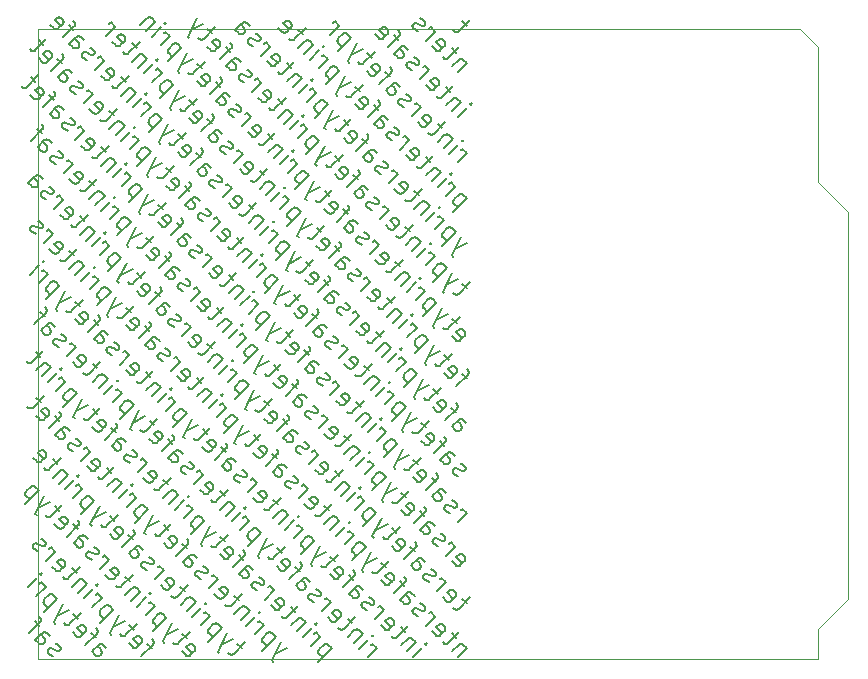
<source format=gbr>
G04 EAGLE Gerber RS-274X export*
G75*
%MOMM*%
%FSLAX34Y34*%
%LPD*%
%INSilkscreen Bottom*%
%IPPOS*%
%AMOC8*
5,1,8,0,0,1.08239X$1,22.5*%
G01*
%ADD10C,0.152400*%
%ADD11C,0.000000*%


D10*
X227323Y97641D02*
X231793Y95725D01*
X231792Y95724D02*
X231881Y95689D01*
X231971Y95656D01*
X232062Y95628D01*
X232155Y95603D01*
X232248Y95582D01*
X232342Y95565D01*
X232437Y95552D01*
X232532Y95542D01*
X232627Y95537D01*
X232723Y95535D01*
X232818Y95537D01*
X232914Y95543D01*
X233009Y95553D01*
X233103Y95567D01*
X233197Y95585D01*
X233290Y95607D01*
X233382Y95632D01*
X233473Y95661D01*
X233563Y95694D01*
X233652Y95730D01*
X233738Y95770D01*
X233823Y95814D01*
X233907Y95861D01*
X233988Y95911D01*
X234067Y95965D01*
X234144Y96022D01*
X234219Y96081D01*
X234291Y96144D01*
X234360Y96210D01*
X234427Y96278D01*
X234490Y96350D01*
X234551Y96423D01*
X234609Y96499D01*
X234664Y96578D01*
X234715Y96658D01*
X234763Y96741D01*
X234808Y96826D01*
X234849Y96912D01*
X234886Y97000D01*
X234920Y97089D01*
X234951Y97180D01*
X234977Y97272D01*
X235000Y97364D01*
X235019Y97458D01*
X235034Y97552D01*
X235046Y97647D01*
X235053Y97743D01*
X235057Y97838D01*
X235056Y97934D01*
X235052Y98029D01*
X235044Y98124D01*
X235032Y98219D01*
X235016Y98313D01*
X234996Y98407D01*
X234973Y98500D01*
X234945Y98591D01*
X234914Y98682D01*
X234880Y98771D01*
X234841Y98858D01*
X234800Y98944D01*
X234754Y99028D01*
X234706Y99111D01*
X234654Y99191D01*
X234599Y99269D01*
X234540Y99345D01*
X234479Y99418D01*
X234414Y99489D01*
X234347Y99557D01*
X234348Y99557D02*
X234169Y99727D01*
X233986Y99892D01*
X233799Y100053D01*
X233608Y100209D01*
X233414Y100361D01*
X233216Y100508D01*
X233015Y100650D01*
X232810Y100788D01*
X232602Y100920D01*
X232391Y101048D01*
X232176Y101170D01*
X231959Y101287D01*
X231740Y101399D01*
X231517Y101505D01*
X231292Y101606D01*
X231065Y101702D01*
X230835Y101792D01*
X227323Y97641D02*
X227234Y97676D01*
X227144Y97709D01*
X227053Y97737D01*
X226960Y97762D01*
X226867Y97783D01*
X226773Y97800D01*
X226678Y97813D01*
X226583Y97823D01*
X226488Y97828D01*
X226392Y97830D01*
X226297Y97828D01*
X226201Y97822D01*
X226106Y97812D01*
X226012Y97798D01*
X225918Y97780D01*
X225825Y97758D01*
X225733Y97733D01*
X225642Y97704D01*
X225552Y97671D01*
X225463Y97635D01*
X225377Y97595D01*
X225292Y97551D01*
X225208Y97504D01*
X225127Y97454D01*
X225048Y97400D01*
X224971Y97343D01*
X224896Y97284D01*
X224824Y97221D01*
X224755Y97155D01*
X224688Y97087D01*
X224625Y97015D01*
X224564Y96942D01*
X224506Y96866D01*
X224451Y96787D01*
X224400Y96707D01*
X224352Y96624D01*
X224307Y96539D01*
X224266Y96453D01*
X224229Y96365D01*
X224195Y96276D01*
X224164Y96185D01*
X224138Y96093D01*
X224115Y96001D01*
X224096Y95907D01*
X224081Y95813D01*
X224069Y95718D01*
X224062Y95622D01*
X224058Y95527D01*
X224059Y95431D01*
X224063Y95336D01*
X224071Y95241D01*
X224083Y95146D01*
X224099Y95052D01*
X224119Y94958D01*
X224142Y94865D01*
X224170Y94774D01*
X224201Y94683D01*
X224235Y94594D01*
X224273Y94507D01*
X224315Y94421D01*
X224361Y94337D01*
X224409Y94254D01*
X224461Y94174D01*
X224516Y94096D01*
X224575Y94020D01*
X224636Y93947D01*
X224701Y93876D01*
X224768Y93808D01*
X224768Y93809D02*
X225031Y93560D01*
X225300Y93317D01*
X225574Y93080D01*
X225854Y92850D01*
X226139Y92627D01*
X226429Y92410D01*
X226724Y92200D01*
X227025Y91998D01*
X227330Y91802D01*
X227639Y91614D01*
X227953Y91433D01*
X228271Y91260D01*
X228593Y91094D01*
X228919Y90936D01*
X220988Y106530D02*
X218115Y109403D01*
X220988Y106529D02*
X221066Y106449D01*
X221140Y106366D01*
X221212Y106280D01*
X221280Y106192D01*
X221346Y106102D01*
X221408Y106009D01*
X221467Y105915D01*
X221522Y105818D01*
X221575Y105719D01*
X221623Y105619D01*
X221668Y105517D01*
X221709Y105413D01*
X221747Y105308D01*
X221781Y105202D01*
X221811Y105094D01*
X221837Y104986D01*
X221860Y104876D01*
X221878Y104766D01*
X221893Y104656D01*
X221904Y104545D01*
X221911Y104433D01*
X221914Y104322D01*
X221913Y104210D01*
X221908Y104099D01*
X221899Y103988D01*
X221886Y103877D01*
X221870Y103766D01*
X221849Y103657D01*
X221825Y103548D01*
X221796Y103440D01*
X221764Y103333D01*
X221729Y103227D01*
X221689Y103123D01*
X221646Y103020D01*
X221599Y102919D01*
X221549Y102819D01*
X221495Y102722D01*
X221438Y102626D01*
X221377Y102532D01*
X221314Y102441D01*
X221247Y102351D01*
X221176Y102265D01*
X221103Y102180D01*
X221027Y102099D01*
X220948Y102020D01*
X220867Y101944D01*
X220782Y101871D01*
X220696Y101800D01*
X220606Y101733D01*
X220515Y101670D01*
X220421Y101609D01*
X220325Y101552D01*
X220228Y101498D01*
X220128Y101448D01*
X220027Y101401D01*
X219924Y101358D01*
X219820Y101318D01*
X219714Y101283D01*
X219607Y101251D01*
X219499Y101222D01*
X219390Y101198D01*
X219281Y101177D01*
X219170Y101161D01*
X219059Y101148D01*
X218948Y101139D01*
X218837Y101134D01*
X218725Y101133D01*
X218614Y101136D01*
X218502Y101143D01*
X218391Y101154D01*
X218281Y101169D01*
X218171Y101187D01*
X218061Y101210D01*
X217953Y101236D01*
X217845Y101266D01*
X217739Y101300D01*
X217634Y101338D01*
X217530Y101379D01*
X217428Y101424D01*
X217328Y101472D01*
X217229Y101525D01*
X217132Y101580D01*
X217038Y101639D01*
X216945Y101701D01*
X216855Y101767D01*
X216767Y101835D01*
X216681Y101907D01*
X216598Y101981D01*
X216518Y102059D01*
X213645Y104933D01*
X219392Y110680D01*
X219392Y110681D02*
X219465Y110751D01*
X219541Y110818D01*
X219619Y110883D01*
X219699Y110945D01*
X219782Y111003D01*
X219867Y111059D01*
X219954Y111111D01*
X220042Y111160D01*
X220133Y111206D01*
X220225Y111248D01*
X220318Y111287D01*
X220413Y111322D01*
X220510Y111354D01*
X220607Y111382D01*
X220705Y111406D01*
X220804Y111427D01*
X220904Y111444D01*
X221005Y111457D01*
X221106Y111466D01*
X221207Y111472D01*
X221308Y111474D01*
X221409Y111472D01*
X221510Y111466D01*
X221611Y111457D01*
X221712Y111444D01*
X221812Y111427D01*
X221911Y111406D01*
X222009Y111382D01*
X222106Y111354D01*
X222203Y111322D01*
X222298Y111287D01*
X222391Y111248D01*
X222483Y111206D01*
X222574Y111160D01*
X222663Y111111D01*
X222749Y111059D01*
X222834Y111003D01*
X222917Y110945D01*
X222997Y110883D01*
X223075Y110818D01*
X223151Y110751D01*
X223224Y110681D01*
X223224Y110680D02*
X225778Y108126D01*
X217705Y120030D02*
X208126Y110452D01*
X217705Y120030D02*
X217775Y120103D01*
X217842Y120179D01*
X217907Y120257D01*
X217969Y120337D01*
X218027Y120420D01*
X218083Y120505D01*
X218135Y120592D01*
X218184Y120680D01*
X218230Y120771D01*
X218272Y120863D01*
X218311Y120956D01*
X218346Y121051D01*
X218378Y121148D01*
X218406Y121245D01*
X218430Y121343D01*
X218451Y121442D01*
X218468Y121542D01*
X218481Y121643D01*
X218490Y121744D01*
X218496Y121845D01*
X218498Y121946D01*
X218496Y122047D01*
X218490Y122148D01*
X218481Y122249D01*
X218468Y122350D01*
X218451Y122450D01*
X218430Y122549D01*
X218406Y122647D01*
X218378Y122744D01*
X218346Y122841D01*
X218311Y122936D01*
X218272Y123029D01*
X218230Y123121D01*
X218184Y123212D01*
X218135Y123300D01*
X218083Y123387D01*
X218027Y123472D01*
X217969Y123555D01*
X217907Y123635D01*
X217842Y123713D01*
X217775Y123789D01*
X217705Y123862D01*
X217067Y124501D01*
X213235Y120669D02*
X217067Y116837D01*
X266061Y99557D02*
X268935Y96683D01*
X269013Y96603D01*
X269087Y96520D01*
X269159Y96434D01*
X269227Y96346D01*
X269293Y96256D01*
X269355Y96163D01*
X269414Y96069D01*
X269469Y95972D01*
X269522Y95873D01*
X269570Y95773D01*
X269615Y95671D01*
X269656Y95567D01*
X269694Y95462D01*
X269728Y95356D01*
X269758Y95248D01*
X269784Y95140D01*
X269807Y95030D01*
X269825Y94920D01*
X269840Y94810D01*
X269851Y94699D01*
X269858Y94587D01*
X269861Y94476D01*
X269860Y94364D01*
X269855Y94253D01*
X269846Y94142D01*
X269833Y94031D01*
X269817Y93920D01*
X269796Y93811D01*
X269772Y93702D01*
X269743Y93594D01*
X269711Y93487D01*
X269676Y93381D01*
X269636Y93277D01*
X269593Y93174D01*
X269546Y93073D01*
X269496Y92973D01*
X269442Y92876D01*
X269385Y92780D01*
X269324Y92686D01*
X269261Y92595D01*
X269194Y92505D01*
X269123Y92419D01*
X269050Y92334D01*
X268974Y92253D01*
X268895Y92174D01*
X268814Y92098D01*
X268729Y92025D01*
X268643Y91954D01*
X268553Y91887D01*
X268462Y91824D01*
X268368Y91763D01*
X268272Y91706D01*
X268175Y91652D01*
X268075Y91602D01*
X267974Y91555D01*
X267871Y91512D01*
X267767Y91472D01*
X267661Y91437D01*
X267554Y91405D01*
X267446Y91376D01*
X267337Y91352D01*
X267228Y91331D01*
X267117Y91315D01*
X267006Y91302D01*
X266895Y91293D01*
X266784Y91288D01*
X266672Y91287D01*
X266561Y91290D01*
X266449Y91297D01*
X266338Y91308D01*
X266228Y91323D01*
X266118Y91341D01*
X266008Y91364D01*
X265900Y91390D01*
X265792Y91420D01*
X265686Y91454D01*
X265581Y91492D01*
X265477Y91533D01*
X265375Y91578D01*
X265275Y91626D01*
X265176Y91679D01*
X265079Y91734D01*
X264985Y91793D01*
X264892Y91855D01*
X264802Y91921D01*
X264714Y91989D01*
X264628Y92061D01*
X264545Y92135D01*
X264465Y92213D01*
X261591Y95086D01*
X267339Y100834D01*
X267338Y100834D02*
X267411Y100904D01*
X267487Y100971D01*
X267565Y101036D01*
X267645Y101098D01*
X267728Y101156D01*
X267813Y101212D01*
X267900Y101264D01*
X267988Y101313D01*
X268079Y101359D01*
X268171Y101401D01*
X268264Y101440D01*
X268359Y101475D01*
X268456Y101507D01*
X268553Y101535D01*
X268651Y101559D01*
X268750Y101580D01*
X268850Y101597D01*
X268951Y101610D01*
X269052Y101619D01*
X269153Y101625D01*
X269254Y101627D01*
X269355Y101625D01*
X269456Y101619D01*
X269557Y101610D01*
X269658Y101597D01*
X269758Y101580D01*
X269857Y101559D01*
X269955Y101535D01*
X270052Y101507D01*
X270149Y101475D01*
X270244Y101440D01*
X270337Y101401D01*
X270429Y101359D01*
X270520Y101313D01*
X270609Y101264D01*
X270695Y101212D01*
X270780Y101156D01*
X270863Y101098D01*
X270943Y101036D01*
X271021Y100971D01*
X271097Y100904D01*
X271170Y100834D01*
X273725Y98279D01*
X265652Y110184D02*
X256073Y100605D01*
X265652Y110184D02*
X265722Y110257D01*
X265789Y110333D01*
X265854Y110411D01*
X265916Y110491D01*
X265974Y110574D01*
X266030Y110659D01*
X266082Y110746D01*
X266131Y110834D01*
X266177Y110925D01*
X266219Y111017D01*
X266258Y111110D01*
X266293Y111205D01*
X266325Y111302D01*
X266353Y111399D01*
X266377Y111497D01*
X266398Y111596D01*
X266415Y111696D01*
X266428Y111797D01*
X266437Y111898D01*
X266443Y111999D01*
X266445Y112100D01*
X266443Y112201D01*
X266437Y112302D01*
X266428Y112403D01*
X266415Y112504D01*
X266398Y112604D01*
X266377Y112703D01*
X266353Y112801D01*
X266325Y112898D01*
X266293Y112995D01*
X266258Y113090D01*
X266219Y113183D01*
X266177Y113275D01*
X266131Y113366D01*
X266082Y113454D01*
X266030Y113541D01*
X265974Y113626D01*
X265916Y113709D01*
X265854Y113789D01*
X265789Y113867D01*
X265722Y113943D01*
X265652Y114016D01*
X265652Y114015D02*
X265013Y114654D01*
X261182Y110822D02*
X265013Y106991D01*
X248522Y108156D02*
X245329Y111349D01*
X248521Y108156D02*
X248594Y108086D01*
X248670Y108019D01*
X248748Y107954D01*
X248828Y107892D01*
X248911Y107834D01*
X248996Y107778D01*
X249083Y107726D01*
X249171Y107677D01*
X249262Y107631D01*
X249354Y107589D01*
X249447Y107550D01*
X249542Y107515D01*
X249639Y107483D01*
X249736Y107455D01*
X249834Y107431D01*
X249933Y107410D01*
X250033Y107393D01*
X250134Y107380D01*
X250235Y107371D01*
X250336Y107365D01*
X250437Y107363D01*
X250538Y107365D01*
X250639Y107371D01*
X250740Y107380D01*
X250841Y107393D01*
X250941Y107410D01*
X251040Y107431D01*
X251138Y107455D01*
X251236Y107483D01*
X251332Y107515D01*
X251427Y107550D01*
X251520Y107589D01*
X251612Y107631D01*
X251703Y107677D01*
X251792Y107726D01*
X251878Y107778D01*
X251963Y107834D01*
X252046Y107892D01*
X252126Y107954D01*
X252204Y108019D01*
X252280Y108086D01*
X252353Y108156D01*
X255546Y111349D01*
X255546Y111350D02*
X255629Y111436D01*
X255709Y111524D01*
X255786Y111615D01*
X255861Y111709D01*
X255932Y111805D01*
X255999Y111903D01*
X256064Y112004D01*
X256125Y112107D01*
X256183Y112211D01*
X256237Y112318D01*
X256288Y112426D01*
X256335Y112536D01*
X256378Y112647D01*
X256418Y112759D01*
X256454Y112873D01*
X256486Y112988D01*
X256514Y113104D01*
X256539Y113221D01*
X256560Y113339D01*
X256576Y113457D01*
X256589Y113576D01*
X256598Y113695D01*
X256603Y113814D01*
X256604Y113934D01*
X256601Y114053D01*
X256594Y114173D01*
X256583Y114291D01*
X256568Y114410D01*
X256550Y114528D01*
X256527Y114645D01*
X256501Y114762D01*
X256470Y114877D01*
X256436Y114992D01*
X256398Y115105D01*
X256357Y115217D01*
X256312Y115328D01*
X256263Y115437D01*
X256210Y115544D01*
X256154Y115649D01*
X256095Y115753D01*
X256032Y115855D01*
X255966Y115954D01*
X255897Y116051D01*
X255824Y116146D01*
X255748Y116238D01*
X255670Y116328D01*
X255588Y116415D01*
X255503Y116500D01*
X255416Y116582D01*
X255326Y116660D01*
X255234Y116736D01*
X255139Y116809D01*
X255042Y116878D01*
X254942Y116944D01*
X254841Y117007D01*
X254737Y117066D01*
X254632Y117122D01*
X254524Y117175D01*
X254416Y117224D01*
X254305Y117269D01*
X254193Y117310D01*
X254080Y117348D01*
X253965Y117382D01*
X253850Y117413D01*
X253733Y117439D01*
X253616Y117462D01*
X253498Y117480D01*
X253379Y117495D01*
X253260Y117506D01*
X253141Y117513D01*
X253022Y117516D01*
X252902Y117515D01*
X252783Y117510D01*
X252664Y117501D01*
X252545Y117488D01*
X252427Y117472D01*
X252309Y117451D01*
X252192Y117426D01*
X252076Y117398D01*
X251961Y117366D01*
X251847Y117330D01*
X251735Y117290D01*
X251624Y117247D01*
X251514Y117200D01*
X251406Y117149D01*
X251299Y117095D01*
X251195Y117037D01*
X251092Y116976D01*
X250991Y116911D01*
X250893Y116844D01*
X250797Y116773D01*
X250703Y116698D01*
X250612Y116621D01*
X250524Y116541D01*
X250438Y116458D01*
X250437Y116458D02*
X249160Y115181D01*
X254269Y110072D01*
X249439Y122565D02*
X245607Y126397D01*
X251993Y127674D02*
X242414Y118095D01*
X242339Y118023D01*
X242261Y117954D01*
X242181Y117888D01*
X242099Y117825D01*
X242014Y117766D01*
X241927Y117709D01*
X241837Y117656D01*
X241746Y117607D01*
X241653Y117561D01*
X241559Y117518D01*
X241462Y117479D01*
X241365Y117444D01*
X241266Y117413D01*
X241166Y117386D01*
X241065Y117362D01*
X240963Y117342D01*
X240860Y117326D01*
X240757Y117314D01*
X240654Y117306D01*
X240550Y117302D01*
X240446Y117302D01*
X240342Y117306D01*
X240239Y117314D01*
X240136Y117326D01*
X240033Y117342D01*
X239931Y117362D01*
X239830Y117386D01*
X239730Y117413D01*
X239631Y117444D01*
X239534Y117479D01*
X239437Y117518D01*
X239343Y117561D01*
X239250Y117607D01*
X239159Y117656D01*
X239069Y117709D01*
X238982Y117766D01*
X238897Y117825D01*
X238815Y117888D01*
X238735Y117954D01*
X238657Y118023D01*
X238582Y118095D01*
X237944Y118734D01*
X230395Y118620D02*
X229118Y119897D01*
X236781Y135223D01*
X241890Y130114D02*
X231672Y125006D01*
X220764Y128251D02*
X232259Y139745D01*
X229066Y142938D01*
X229066Y142939D02*
X228993Y143009D01*
X228917Y143076D01*
X228839Y143141D01*
X228759Y143203D01*
X228676Y143261D01*
X228591Y143317D01*
X228505Y143369D01*
X228416Y143418D01*
X228325Y143464D01*
X228233Y143506D01*
X228140Y143545D01*
X228045Y143580D01*
X227948Y143612D01*
X227851Y143640D01*
X227753Y143664D01*
X227654Y143685D01*
X227554Y143702D01*
X227453Y143715D01*
X227352Y143724D01*
X227251Y143730D01*
X227150Y143732D01*
X227049Y143730D01*
X226948Y143724D01*
X226847Y143715D01*
X226746Y143702D01*
X226646Y143685D01*
X226547Y143664D01*
X226449Y143640D01*
X226352Y143612D01*
X226255Y143580D01*
X226160Y143545D01*
X226067Y143506D01*
X225975Y143464D01*
X225884Y143418D01*
X225796Y143369D01*
X225709Y143317D01*
X225624Y143261D01*
X225541Y143203D01*
X225461Y143141D01*
X225383Y143076D01*
X225307Y143009D01*
X225234Y142939D01*
X225234Y142938D02*
X221402Y139107D01*
X221332Y139034D01*
X221265Y138958D01*
X221200Y138880D01*
X221138Y138800D01*
X221080Y138717D01*
X221024Y138632D01*
X220972Y138546D01*
X220923Y138457D01*
X220877Y138366D01*
X220835Y138274D01*
X220796Y138181D01*
X220761Y138086D01*
X220729Y137989D01*
X220701Y137892D01*
X220677Y137794D01*
X220656Y137695D01*
X220639Y137595D01*
X220626Y137494D01*
X220617Y137393D01*
X220611Y137292D01*
X220609Y137191D01*
X220611Y137090D01*
X220617Y136989D01*
X220626Y136888D01*
X220639Y136787D01*
X220656Y136687D01*
X220677Y136588D01*
X220701Y136490D01*
X220729Y136393D01*
X220761Y136296D01*
X220796Y136201D01*
X220835Y136108D01*
X220877Y136016D01*
X220923Y135925D01*
X220972Y135836D01*
X221024Y135750D01*
X221080Y135665D01*
X221138Y135582D01*
X221200Y135502D01*
X221265Y135424D01*
X221332Y135348D01*
X221402Y135275D01*
X224595Y132082D01*
X214640Y142038D02*
X222303Y149701D01*
X218471Y153533D01*
X217194Y152256D01*
X215019Y156985D02*
X207356Y149322D01*
X218531Y159859D02*
X219170Y160497D01*
X218531Y161136D01*
X217892Y160497D01*
X218531Y159859D01*
X303523Y91255D02*
X313102Y100834D01*
X313172Y100907D01*
X313239Y100983D01*
X313304Y101061D01*
X313366Y101141D01*
X313424Y101224D01*
X313480Y101309D01*
X313532Y101396D01*
X313581Y101484D01*
X313627Y101575D01*
X313669Y101667D01*
X313708Y101760D01*
X313743Y101855D01*
X313775Y101952D01*
X313803Y102049D01*
X313827Y102147D01*
X313848Y102246D01*
X313865Y102346D01*
X313878Y102447D01*
X313887Y102548D01*
X313893Y102649D01*
X313895Y102750D01*
X313893Y102851D01*
X313887Y102952D01*
X313878Y103053D01*
X313865Y103154D01*
X313848Y103254D01*
X313827Y103353D01*
X313803Y103451D01*
X313775Y103548D01*
X313743Y103645D01*
X313708Y103740D01*
X313669Y103833D01*
X313627Y103925D01*
X313581Y104016D01*
X313532Y104104D01*
X313480Y104191D01*
X313424Y104276D01*
X313366Y104359D01*
X313304Y104439D01*
X313239Y104517D01*
X313172Y104593D01*
X313102Y104666D01*
X313102Y104665D02*
X312463Y105304D01*
X308632Y101472D02*
X312463Y97641D01*
X295972Y98806D02*
X292779Y101999D01*
X295971Y98806D02*
X296044Y98736D01*
X296120Y98669D01*
X296198Y98604D01*
X296278Y98542D01*
X296361Y98484D01*
X296446Y98428D01*
X296533Y98376D01*
X296621Y98327D01*
X296712Y98281D01*
X296804Y98239D01*
X296897Y98200D01*
X296992Y98165D01*
X297089Y98133D01*
X297186Y98105D01*
X297284Y98081D01*
X297383Y98060D01*
X297483Y98043D01*
X297584Y98030D01*
X297685Y98021D01*
X297786Y98015D01*
X297887Y98013D01*
X297988Y98015D01*
X298089Y98021D01*
X298190Y98030D01*
X298291Y98043D01*
X298391Y98060D01*
X298490Y98081D01*
X298588Y98105D01*
X298686Y98133D01*
X298782Y98165D01*
X298877Y98200D01*
X298970Y98239D01*
X299062Y98281D01*
X299153Y98327D01*
X299242Y98376D01*
X299328Y98428D01*
X299413Y98484D01*
X299496Y98542D01*
X299576Y98604D01*
X299654Y98669D01*
X299730Y98736D01*
X299803Y98806D01*
X302996Y101999D01*
X302996Y102000D02*
X303079Y102086D01*
X303159Y102174D01*
X303236Y102265D01*
X303311Y102359D01*
X303382Y102455D01*
X303449Y102553D01*
X303514Y102654D01*
X303575Y102757D01*
X303633Y102861D01*
X303687Y102968D01*
X303738Y103076D01*
X303785Y103186D01*
X303828Y103297D01*
X303868Y103409D01*
X303904Y103523D01*
X303936Y103638D01*
X303964Y103754D01*
X303989Y103871D01*
X304010Y103989D01*
X304026Y104107D01*
X304039Y104226D01*
X304048Y104345D01*
X304053Y104464D01*
X304054Y104584D01*
X304051Y104703D01*
X304044Y104823D01*
X304033Y104941D01*
X304018Y105060D01*
X304000Y105178D01*
X303977Y105295D01*
X303951Y105412D01*
X303920Y105527D01*
X303886Y105642D01*
X303848Y105755D01*
X303807Y105867D01*
X303762Y105978D01*
X303713Y106087D01*
X303660Y106194D01*
X303604Y106299D01*
X303545Y106403D01*
X303482Y106505D01*
X303416Y106604D01*
X303347Y106701D01*
X303274Y106796D01*
X303198Y106888D01*
X303120Y106978D01*
X303038Y107065D01*
X302953Y107150D01*
X302866Y107232D01*
X302776Y107310D01*
X302684Y107386D01*
X302589Y107459D01*
X302492Y107528D01*
X302392Y107594D01*
X302291Y107657D01*
X302187Y107716D01*
X302082Y107772D01*
X301974Y107825D01*
X301866Y107874D01*
X301755Y107919D01*
X301643Y107960D01*
X301530Y107998D01*
X301415Y108032D01*
X301300Y108063D01*
X301183Y108089D01*
X301066Y108112D01*
X300948Y108130D01*
X300829Y108145D01*
X300710Y108156D01*
X300591Y108163D01*
X300472Y108166D01*
X300352Y108165D01*
X300233Y108160D01*
X300114Y108151D01*
X299995Y108138D01*
X299877Y108122D01*
X299759Y108101D01*
X299642Y108076D01*
X299526Y108048D01*
X299411Y108016D01*
X299297Y107980D01*
X299185Y107940D01*
X299074Y107897D01*
X298964Y107850D01*
X298856Y107799D01*
X298749Y107745D01*
X298645Y107687D01*
X298542Y107626D01*
X298441Y107561D01*
X298343Y107494D01*
X298247Y107423D01*
X298153Y107348D01*
X298062Y107271D01*
X297974Y107191D01*
X297888Y107108D01*
X297887Y107108D02*
X296610Y105831D01*
X301719Y100722D01*
X296889Y113215D02*
X293057Y117047D01*
X299443Y118324D02*
X289864Y108745D01*
X289789Y108673D01*
X289711Y108604D01*
X289631Y108538D01*
X289549Y108475D01*
X289464Y108416D01*
X289377Y108359D01*
X289287Y108306D01*
X289196Y108257D01*
X289103Y108211D01*
X289009Y108168D01*
X288912Y108129D01*
X288815Y108094D01*
X288716Y108063D01*
X288616Y108036D01*
X288515Y108012D01*
X288413Y107992D01*
X288310Y107976D01*
X288207Y107964D01*
X288104Y107956D01*
X288000Y107952D01*
X287896Y107952D01*
X287792Y107956D01*
X287689Y107964D01*
X287586Y107976D01*
X287483Y107992D01*
X287381Y108012D01*
X287280Y108036D01*
X287180Y108063D01*
X287081Y108094D01*
X286984Y108129D01*
X286887Y108168D01*
X286793Y108211D01*
X286700Y108257D01*
X286609Y108306D01*
X286519Y108359D01*
X286432Y108416D01*
X286347Y108475D01*
X286265Y108538D01*
X286185Y108604D01*
X286107Y108673D01*
X286032Y108745D01*
X285394Y109384D01*
X277845Y109270D02*
X276568Y110547D01*
X284231Y125873D01*
X289340Y120764D02*
X279122Y115656D01*
X268214Y118901D02*
X279709Y130395D01*
X276516Y133588D01*
X276516Y133589D02*
X276443Y133659D01*
X276367Y133726D01*
X276289Y133791D01*
X276209Y133853D01*
X276126Y133911D01*
X276041Y133967D01*
X275955Y134019D01*
X275866Y134068D01*
X275775Y134114D01*
X275683Y134156D01*
X275590Y134195D01*
X275495Y134230D01*
X275398Y134262D01*
X275301Y134290D01*
X275203Y134314D01*
X275104Y134335D01*
X275004Y134352D01*
X274903Y134365D01*
X274802Y134374D01*
X274701Y134380D01*
X274600Y134382D01*
X274499Y134380D01*
X274398Y134374D01*
X274297Y134365D01*
X274196Y134352D01*
X274096Y134335D01*
X273997Y134314D01*
X273899Y134290D01*
X273802Y134262D01*
X273705Y134230D01*
X273610Y134195D01*
X273517Y134156D01*
X273425Y134114D01*
X273334Y134068D01*
X273246Y134019D01*
X273159Y133967D01*
X273074Y133911D01*
X272991Y133853D01*
X272911Y133791D01*
X272833Y133726D01*
X272757Y133659D01*
X272684Y133589D01*
X272684Y133588D02*
X268852Y129757D01*
X268782Y129684D01*
X268715Y129608D01*
X268650Y129530D01*
X268588Y129450D01*
X268530Y129367D01*
X268474Y129282D01*
X268422Y129196D01*
X268373Y129107D01*
X268327Y129016D01*
X268285Y128924D01*
X268246Y128831D01*
X268211Y128736D01*
X268179Y128639D01*
X268151Y128542D01*
X268127Y128444D01*
X268106Y128345D01*
X268089Y128245D01*
X268076Y128144D01*
X268067Y128043D01*
X268061Y127942D01*
X268059Y127841D01*
X268061Y127740D01*
X268067Y127639D01*
X268076Y127538D01*
X268089Y127437D01*
X268106Y127337D01*
X268127Y127238D01*
X268151Y127140D01*
X268179Y127043D01*
X268211Y126946D01*
X268246Y126851D01*
X268285Y126758D01*
X268327Y126666D01*
X268373Y126575D01*
X268422Y126486D01*
X268474Y126400D01*
X268530Y126315D01*
X268588Y126232D01*
X268650Y126152D01*
X268715Y126074D01*
X268782Y125998D01*
X268852Y125925D01*
X272045Y122732D01*
X262090Y132688D02*
X269753Y140351D01*
X265921Y144183D01*
X264644Y142906D01*
X262469Y147635D02*
X254806Y139972D01*
X265981Y150509D02*
X266620Y151147D01*
X265981Y151786D01*
X265342Y151147D01*
X265981Y150509D01*
X257655Y152449D02*
X249991Y144786D01*
X257655Y152449D02*
X254462Y155642D01*
X254462Y155643D02*
X254389Y155713D01*
X254313Y155780D01*
X254235Y155845D01*
X254155Y155907D01*
X254072Y155965D01*
X253987Y156021D01*
X253901Y156073D01*
X253812Y156122D01*
X253721Y156168D01*
X253629Y156210D01*
X253536Y156249D01*
X253441Y156284D01*
X253344Y156316D01*
X253247Y156344D01*
X253149Y156368D01*
X253050Y156389D01*
X252950Y156406D01*
X252849Y156419D01*
X252748Y156428D01*
X252647Y156434D01*
X252546Y156436D01*
X252445Y156434D01*
X252344Y156428D01*
X252243Y156419D01*
X252142Y156406D01*
X252042Y156389D01*
X251943Y156368D01*
X251845Y156344D01*
X251748Y156316D01*
X251651Y156284D01*
X251556Y156249D01*
X251463Y156210D01*
X251371Y156168D01*
X251280Y156122D01*
X251192Y156073D01*
X251105Y156021D01*
X251020Y155965D01*
X250937Y155907D01*
X250857Y155845D01*
X250779Y155780D01*
X250703Y155713D01*
X250630Y155643D01*
X250630Y155642D02*
X244883Y149895D01*
X248624Y161480D02*
X244793Y165311D01*
X251179Y166588D02*
X241600Y157009D01*
X241525Y156937D01*
X241447Y156868D01*
X241367Y156802D01*
X241285Y156739D01*
X241200Y156680D01*
X241113Y156623D01*
X241023Y156570D01*
X240932Y156521D01*
X240839Y156475D01*
X240745Y156432D01*
X240648Y156393D01*
X240551Y156358D01*
X240452Y156327D01*
X240352Y156300D01*
X240251Y156276D01*
X240149Y156256D01*
X240046Y156240D01*
X239943Y156228D01*
X239840Y156220D01*
X239736Y156216D01*
X239632Y156216D01*
X239528Y156220D01*
X239425Y156228D01*
X239322Y156240D01*
X239219Y156256D01*
X239117Y156276D01*
X239016Y156300D01*
X238916Y156327D01*
X238817Y156358D01*
X238720Y156393D01*
X238623Y156432D01*
X238529Y156475D01*
X238436Y156521D01*
X238345Y156570D01*
X238255Y156623D01*
X238168Y156680D01*
X238083Y156739D01*
X238001Y156802D01*
X237921Y156868D01*
X237843Y156937D01*
X237768Y157009D01*
X237130Y157648D01*
X231128Y163650D02*
X227935Y166843D01*
X231128Y163650D02*
X231201Y163580D01*
X231277Y163513D01*
X231355Y163448D01*
X231435Y163386D01*
X231518Y163328D01*
X231603Y163272D01*
X231690Y163220D01*
X231778Y163171D01*
X231869Y163125D01*
X231961Y163083D01*
X232054Y163044D01*
X232149Y163009D01*
X232246Y162977D01*
X232343Y162949D01*
X232441Y162925D01*
X232540Y162904D01*
X232640Y162887D01*
X232741Y162874D01*
X232842Y162865D01*
X232943Y162859D01*
X233044Y162857D01*
X233145Y162859D01*
X233246Y162865D01*
X233347Y162874D01*
X233448Y162887D01*
X233548Y162904D01*
X233647Y162925D01*
X233745Y162949D01*
X233843Y162977D01*
X233939Y163009D01*
X234034Y163044D01*
X234127Y163083D01*
X234219Y163125D01*
X234310Y163171D01*
X234399Y163220D01*
X234485Y163272D01*
X234570Y163328D01*
X234653Y163386D01*
X234733Y163448D01*
X234811Y163513D01*
X234887Y163580D01*
X234960Y163650D01*
X234959Y163650D02*
X238152Y166843D01*
X238235Y166929D01*
X238315Y167017D01*
X238392Y167108D01*
X238467Y167202D01*
X238538Y167298D01*
X238605Y167396D01*
X238670Y167497D01*
X238731Y167600D01*
X238789Y167704D01*
X238843Y167811D01*
X238894Y167919D01*
X238941Y168029D01*
X238984Y168140D01*
X239024Y168252D01*
X239060Y168366D01*
X239092Y168481D01*
X239120Y168597D01*
X239145Y168714D01*
X239166Y168832D01*
X239182Y168950D01*
X239195Y169069D01*
X239204Y169188D01*
X239209Y169307D01*
X239210Y169427D01*
X239207Y169546D01*
X239200Y169666D01*
X239189Y169784D01*
X239174Y169903D01*
X239156Y170021D01*
X239133Y170138D01*
X239107Y170255D01*
X239076Y170370D01*
X239042Y170485D01*
X239004Y170598D01*
X238963Y170710D01*
X238918Y170821D01*
X238869Y170930D01*
X238816Y171037D01*
X238760Y171142D01*
X238701Y171246D01*
X238638Y171348D01*
X238572Y171447D01*
X238503Y171544D01*
X238430Y171639D01*
X238354Y171731D01*
X238276Y171821D01*
X238194Y171908D01*
X238109Y171993D01*
X238022Y172075D01*
X237932Y172153D01*
X237840Y172229D01*
X237745Y172302D01*
X237648Y172371D01*
X237548Y172437D01*
X237447Y172500D01*
X237343Y172559D01*
X237238Y172615D01*
X237130Y172668D01*
X237022Y172717D01*
X236911Y172762D01*
X236799Y172803D01*
X236686Y172841D01*
X236571Y172875D01*
X236456Y172906D01*
X236339Y172932D01*
X236222Y172955D01*
X236104Y172973D01*
X235985Y172988D01*
X235866Y172999D01*
X235747Y173006D01*
X235628Y173009D01*
X235508Y173008D01*
X235389Y173003D01*
X235270Y172994D01*
X235151Y172981D01*
X235033Y172965D01*
X234915Y172944D01*
X234798Y172919D01*
X234682Y172891D01*
X234567Y172859D01*
X234453Y172823D01*
X234341Y172783D01*
X234230Y172740D01*
X234120Y172693D01*
X234012Y172642D01*
X233905Y172588D01*
X233801Y172530D01*
X233698Y172469D01*
X233597Y172404D01*
X233499Y172337D01*
X233403Y172266D01*
X233309Y172191D01*
X233218Y172114D01*
X233130Y172034D01*
X233044Y171951D01*
X233044Y171952D02*
X231766Y170674D01*
X236875Y165566D01*
X223036Y171742D02*
X230699Y179405D01*
X226868Y183236D01*
X225590Y181959D01*
X219240Y184478D02*
X214770Y186394D01*
X219239Y184478D02*
X219328Y184443D01*
X219418Y184410D01*
X219509Y184382D01*
X219602Y184357D01*
X219695Y184336D01*
X219789Y184319D01*
X219884Y184306D01*
X219979Y184296D01*
X220074Y184291D01*
X220170Y184289D01*
X220265Y184291D01*
X220361Y184297D01*
X220456Y184307D01*
X220550Y184321D01*
X220644Y184339D01*
X220737Y184361D01*
X220829Y184386D01*
X220920Y184415D01*
X221010Y184448D01*
X221099Y184484D01*
X221185Y184524D01*
X221270Y184568D01*
X221354Y184615D01*
X221435Y184665D01*
X221514Y184719D01*
X221591Y184776D01*
X221666Y184835D01*
X221738Y184898D01*
X221807Y184964D01*
X221874Y185032D01*
X221937Y185104D01*
X221998Y185177D01*
X222056Y185253D01*
X222111Y185332D01*
X222162Y185412D01*
X222210Y185495D01*
X222255Y185580D01*
X222296Y185666D01*
X222333Y185754D01*
X222367Y185843D01*
X222398Y185934D01*
X222424Y186026D01*
X222447Y186118D01*
X222466Y186212D01*
X222481Y186306D01*
X222493Y186401D01*
X222500Y186497D01*
X222504Y186592D01*
X222503Y186688D01*
X222499Y186783D01*
X222491Y186878D01*
X222479Y186973D01*
X222463Y187067D01*
X222443Y187161D01*
X222420Y187254D01*
X222392Y187345D01*
X222361Y187436D01*
X222327Y187525D01*
X222288Y187612D01*
X222247Y187698D01*
X222201Y187782D01*
X222153Y187865D01*
X222101Y187945D01*
X222046Y188023D01*
X221987Y188099D01*
X221926Y188172D01*
X221861Y188243D01*
X221794Y188311D01*
X221795Y188310D02*
X221616Y188480D01*
X221433Y188645D01*
X221246Y188806D01*
X221055Y188962D01*
X220861Y189114D01*
X220663Y189261D01*
X220462Y189403D01*
X220257Y189541D01*
X220049Y189673D01*
X219838Y189801D01*
X219623Y189923D01*
X219406Y190040D01*
X219187Y190152D01*
X218964Y190258D01*
X218739Y190359D01*
X218512Y190455D01*
X218282Y190545D01*
X214770Y186395D02*
X214681Y186430D01*
X214591Y186463D01*
X214500Y186491D01*
X214407Y186516D01*
X214314Y186537D01*
X214220Y186554D01*
X214125Y186567D01*
X214030Y186577D01*
X213935Y186582D01*
X213839Y186584D01*
X213744Y186582D01*
X213648Y186576D01*
X213553Y186566D01*
X213459Y186552D01*
X213365Y186534D01*
X213272Y186512D01*
X213180Y186487D01*
X213089Y186458D01*
X212999Y186425D01*
X212910Y186389D01*
X212824Y186349D01*
X212739Y186305D01*
X212655Y186258D01*
X212574Y186208D01*
X212495Y186154D01*
X212418Y186097D01*
X212343Y186038D01*
X212271Y185975D01*
X212202Y185909D01*
X212135Y185841D01*
X212072Y185769D01*
X212011Y185696D01*
X211953Y185620D01*
X211898Y185541D01*
X211847Y185461D01*
X211799Y185378D01*
X211754Y185293D01*
X211713Y185207D01*
X211676Y185119D01*
X211642Y185030D01*
X211611Y184939D01*
X211585Y184847D01*
X211562Y184755D01*
X211543Y184661D01*
X211528Y184567D01*
X211516Y184472D01*
X211509Y184376D01*
X211505Y184281D01*
X211506Y184185D01*
X211510Y184090D01*
X211518Y183995D01*
X211530Y183900D01*
X211546Y183806D01*
X211566Y183712D01*
X211589Y183619D01*
X211617Y183528D01*
X211648Y183437D01*
X211682Y183348D01*
X211720Y183261D01*
X211762Y183175D01*
X211808Y183091D01*
X211856Y183008D01*
X211908Y182928D01*
X211963Y182850D01*
X212022Y182774D01*
X212083Y182701D01*
X212148Y182630D01*
X212215Y182562D01*
X212478Y182313D01*
X212747Y182070D01*
X213021Y181833D01*
X213301Y181603D01*
X213586Y181380D01*
X213876Y181163D01*
X214171Y180953D01*
X214472Y180751D01*
X214777Y180555D01*
X215086Y180367D01*
X215400Y180186D01*
X215718Y180013D01*
X216040Y179847D01*
X216366Y179689D01*
X337791Y95086D02*
X340984Y91893D01*
X341057Y91823D01*
X341133Y91756D01*
X341211Y91691D01*
X341291Y91629D01*
X341374Y91571D01*
X341459Y91515D01*
X341546Y91463D01*
X341634Y91414D01*
X341725Y91368D01*
X341817Y91326D01*
X341910Y91287D01*
X342005Y91252D01*
X342102Y91220D01*
X342199Y91192D01*
X342297Y91168D01*
X342396Y91147D01*
X342496Y91130D01*
X342597Y91117D01*
X342698Y91108D01*
X342799Y91102D01*
X342900Y91100D01*
X343001Y91102D01*
X343102Y91108D01*
X343203Y91117D01*
X343304Y91130D01*
X343404Y91147D01*
X343503Y91168D01*
X343601Y91192D01*
X343699Y91220D01*
X343795Y91252D01*
X343890Y91287D01*
X343983Y91326D01*
X344075Y91368D01*
X344166Y91414D01*
X344255Y91463D01*
X344341Y91515D01*
X344426Y91571D01*
X344509Y91629D01*
X344589Y91691D01*
X344667Y91756D01*
X344743Y91823D01*
X344816Y91893D01*
X348009Y95086D01*
X348008Y95087D02*
X348091Y95173D01*
X348171Y95261D01*
X348248Y95352D01*
X348323Y95446D01*
X348394Y95542D01*
X348461Y95640D01*
X348526Y95741D01*
X348587Y95844D01*
X348645Y95948D01*
X348699Y96055D01*
X348750Y96163D01*
X348797Y96273D01*
X348840Y96384D01*
X348880Y96496D01*
X348916Y96610D01*
X348948Y96725D01*
X348976Y96841D01*
X349001Y96958D01*
X349022Y97076D01*
X349038Y97194D01*
X349051Y97313D01*
X349060Y97432D01*
X349065Y97551D01*
X349066Y97671D01*
X349063Y97790D01*
X349056Y97910D01*
X349045Y98028D01*
X349030Y98147D01*
X349012Y98265D01*
X348989Y98382D01*
X348963Y98499D01*
X348932Y98614D01*
X348898Y98729D01*
X348860Y98842D01*
X348819Y98954D01*
X348774Y99065D01*
X348725Y99174D01*
X348672Y99281D01*
X348616Y99386D01*
X348557Y99490D01*
X348494Y99592D01*
X348428Y99691D01*
X348359Y99788D01*
X348286Y99883D01*
X348210Y99975D01*
X348132Y100065D01*
X348050Y100152D01*
X347965Y100237D01*
X347878Y100319D01*
X347788Y100397D01*
X347696Y100473D01*
X347601Y100546D01*
X347504Y100615D01*
X347404Y100681D01*
X347303Y100744D01*
X347199Y100803D01*
X347094Y100859D01*
X346986Y100912D01*
X346878Y100961D01*
X346767Y101006D01*
X346655Y101047D01*
X346542Y101085D01*
X346427Y101119D01*
X346312Y101150D01*
X346195Y101176D01*
X346078Y101199D01*
X345960Y101217D01*
X345841Y101232D01*
X345722Y101243D01*
X345603Y101250D01*
X345484Y101253D01*
X345364Y101252D01*
X345245Y101247D01*
X345126Y101238D01*
X345007Y101225D01*
X344889Y101209D01*
X344771Y101188D01*
X344654Y101163D01*
X344538Y101135D01*
X344423Y101103D01*
X344309Y101067D01*
X344197Y101027D01*
X344086Y100984D01*
X343976Y100937D01*
X343868Y100886D01*
X343761Y100832D01*
X343657Y100774D01*
X343554Y100713D01*
X343453Y100648D01*
X343355Y100581D01*
X343259Y100510D01*
X343165Y100435D01*
X343074Y100358D01*
X342986Y100278D01*
X342900Y100195D01*
X341623Y98918D01*
X346732Y93809D01*
X341901Y106303D02*
X338070Y110134D01*
X344456Y111411D02*
X334877Y101832D01*
X334802Y101760D01*
X334724Y101691D01*
X334644Y101625D01*
X334562Y101562D01*
X334477Y101503D01*
X334390Y101446D01*
X334300Y101393D01*
X334209Y101344D01*
X334116Y101298D01*
X334022Y101255D01*
X333925Y101216D01*
X333828Y101181D01*
X333729Y101150D01*
X333629Y101123D01*
X333528Y101099D01*
X333426Y101079D01*
X333323Y101063D01*
X333220Y101051D01*
X333117Y101043D01*
X333013Y101039D01*
X332909Y101039D01*
X332805Y101043D01*
X332702Y101051D01*
X332599Y101063D01*
X332496Y101079D01*
X332394Y101099D01*
X332293Y101123D01*
X332193Y101150D01*
X332094Y101181D01*
X331997Y101216D01*
X331900Y101255D01*
X331806Y101298D01*
X331713Y101344D01*
X331622Y101393D01*
X331532Y101446D01*
X331445Y101503D01*
X331360Y101562D01*
X331278Y101625D01*
X331198Y101691D01*
X331120Y101760D01*
X331045Y101832D01*
X330407Y102471D01*
X322858Y102357D02*
X321580Y103634D01*
X329244Y118960D01*
X334352Y113852D02*
X324135Y108743D01*
X313227Y111988D02*
X324721Y123483D01*
X321528Y126676D01*
X321529Y126676D02*
X321456Y126746D01*
X321380Y126813D01*
X321302Y126878D01*
X321222Y126940D01*
X321139Y126998D01*
X321054Y127054D01*
X320968Y127106D01*
X320879Y127155D01*
X320788Y127201D01*
X320696Y127243D01*
X320603Y127282D01*
X320508Y127317D01*
X320411Y127349D01*
X320314Y127377D01*
X320216Y127401D01*
X320117Y127422D01*
X320017Y127439D01*
X319916Y127452D01*
X319815Y127461D01*
X319714Y127467D01*
X319613Y127469D01*
X319512Y127467D01*
X319411Y127461D01*
X319310Y127452D01*
X319209Y127439D01*
X319109Y127422D01*
X319010Y127401D01*
X318912Y127377D01*
X318815Y127349D01*
X318718Y127317D01*
X318623Y127282D01*
X318530Y127243D01*
X318438Y127201D01*
X318347Y127155D01*
X318259Y127106D01*
X318172Y127054D01*
X318087Y126998D01*
X318004Y126940D01*
X317924Y126878D01*
X317846Y126813D01*
X317770Y126746D01*
X317697Y126676D01*
X313865Y122844D01*
X313795Y122771D01*
X313728Y122695D01*
X313663Y122617D01*
X313601Y122537D01*
X313543Y122454D01*
X313487Y122369D01*
X313435Y122283D01*
X313386Y122194D01*
X313340Y122103D01*
X313298Y122011D01*
X313259Y121918D01*
X313224Y121823D01*
X313192Y121726D01*
X313164Y121629D01*
X313140Y121531D01*
X313119Y121432D01*
X313102Y121332D01*
X313089Y121231D01*
X313080Y121130D01*
X313074Y121029D01*
X313072Y120928D01*
X313074Y120827D01*
X313080Y120726D01*
X313089Y120625D01*
X313102Y120524D01*
X313119Y120424D01*
X313140Y120325D01*
X313164Y120227D01*
X313192Y120130D01*
X313224Y120033D01*
X313259Y119938D01*
X313298Y119845D01*
X313340Y119753D01*
X313386Y119662D01*
X313435Y119573D01*
X313487Y119487D01*
X313543Y119402D01*
X313601Y119319D01*
X313663Y119239D01*
X313728Y119161D01*
X313795Y119085D01*
X313865Y119012D01*
X317058Y115820D01*
X307102Y125775D02*
X314765Y133438D01*
X310934Y137270D01*
X309657Y135993D01*
X307482Y140722D02*
X299818Y133059D01*
X310994Y143596D02*
X311632Y144235D01*
X310994Y144873D01*
X310355Y144235D01*
X310994Y143596D01*
X302667Y145537D02*
X295004Y137873D01*
X302667Y145537D02*
X299474Y148730D01*
X299475Y148730D02*
X299402Y148800D01*
X299326Y148867D01*
X299248Y148932D01*
X299168Y148994D01*
X299085Y149052D01*
X299000Y149108D01*
X298914Y149160D01*
X298825Y149209D01*
X298734Y149255D01*
X298642Y149297D01*
X298549Y149336D01*
X298454Y149371D01*
X298357Y149403D01*
X298260Y149431D01*
X298162Y149455D01*
X298063Y149476D01*
X297963Y149493D01*
X297862Y149506D01*
X297761Y149515D01*
X297660Y149521D01*
X297559Y149523D01*
X297458Y149521D01*
X297357Y149515D01*
X297256Y149506D01*
X297155Y149493D01*
X297055Y149476D01*
X296956Y149455D01*
X296858Y149431D01*
X296761Y149403D01*
X296664Y149371D01*
X296569Y149336D01*
X296476Y149297D01*
X296384Y149255D01*
X296293Y149209D01*
X296205Y149160D01*
X296118Y149108D01*
X296033Y149052D01*
X295950Y148994D01*
X295870Y148932D01*
X295792Y148867D01*
X295716Y148800D01*
X295643Y148730D01*
X289895Y142982D01*
X293637Y154567D02*
X289805Y158398D01*
X296191Y159676D02*
X286612Y150097D01*
X286613Y150097D02*
X286538Y150025D01*
X286460Y149956D01*
X286380Y149890D01*
X286298Y149827D01*
X286213Y149768D01*
X286126Y149711D01*
X286036Y149658D01*
X285945Y149609D01*
X285852Y149563D01*
X285758Y149520D01*
X285661Y149481D01*
X285564Y149446D01*
X285465Y149415D01*
X285365Y149388D01*
X285264Y149364D01*
X285162Y149344D01*
X285059Y149328D01*
X284956Y149316D01*
X284853Y149308D01*
X284749Y149304D01*
X284645Y149304D01*
X284541Y149308D01*
X284438Y149316D01*
X284335Y149328D01*
X284232Y149344D01*
X284130Y149364D01*
X284029Y149388D01*
X283929Y149415D01*
X283830Y149446D01*
X283733Y149481D01*
X283636Y149520D01*
X283542Y149563D01*
X283449Y149609D01*
X283358Y149658D01*
X283268Y149711D01*
X283181Y149768D01*
X283096Y149827D01*
X283014Y149890D01*
X282934Y149956D01*
X282856Y150025D01*
X282781Y150097D01*
X282142Y150735D01*
X276141Y156737D02*
X272948Y159930D01*
X276140Y156737D02*
X276213Y156667D01*
X276289Y156600D01*
X276367Y156535D01*
X276447Y156473D01*
X276530Y156415D01*
X276615Y156359D01*
X276702Y156307D01*
X276790Y156258D01*
X276881Y156212D01*
X276973Y156170D01*
X277066Y156131D01*
X277161Y156096D01*
X277258Y156064D01*
X277355Y156036D01*
X277453Y156012D01*
X277552Y155991D01*
X277652Y155974D01*
X277753Y155961D01*
X277854Y155952D01*
X277955Y155946D01*
X278056Y155944D01*
X278157Y155946D01*
X278258Y155952D01*
X278359Y155961D01*
X278460Y155974D01*
X278560Y155991D01*
X278659Y156012D01*
X278757Y156036D01*
X278855Y156064D01*
X278951Y156096D01*
X279046Y156131D01*
X279139Y156170D01*
X279231Y156212D01*
X279322Y156258D01*
X279411Y156307D01*
X279497Y156359D01*
X279582Y156415D01*
X279665Y156473D01*
X279745Y156535D01*
X279823Y156600D01*
X279899Y156667D01*
X279972Y156737D01*
X283165Y159930D01*
X283248Y160016D01*
X283328Y160104D01*
X283405Y160195D01*
X283480Y160289D01*
X283551Y160385D01*
X283618Y160483D01*
X283683Y160584D01*
X283744Y160687D01*
X283802Y160791D01*
X283856Y160898D01*
X283907Y161006D01*
X283954Y161116D01*
X283997Y161227D01*
X284037Y161339D01*
X284073Y161453D01*
X284105Y161568D01*
X284133Y161684D01*
X284158Y161801D01*
X284179Y161919D01*
X284195Y162037D01*
X284208Y162156D01*
X284217Y162275D01*
X284222Y162394D01*
X284223Y162514D01*
X284220Y162633D01*
X284213Y162753D01*
X284202Y162871D01*
X284187Y162990D01*
X284169Y163108D01*
X284146Y163225D01*
X284120Y163342D01*
X284089Y163457D01*
X284055Y163572D01*
X284017Y163685D01*
X283976Y163797D01*
X283931Y163908D01*
X283882Y164017D01*
X283829Y164124D01*
X283773Y164229D01*
X283714Y164333D01*
X283651Y164435D01*
X283585Y164534D01*
X283516Y164631D01*
X283443Y164726D01*
X283367Y164818D01*
X283289Y164908D01*
X283207Y164995D01*
X283122Y165080D01*
X283035Y165162D01*
X282945Y165240D01*
X282853Y165316D01*
X282758Y165389D01*
X282661Y165458D01*
X282561Y165524D01*
X282460Y165587D01*
X282356Y165646D01*
X282251Y165702D01*
X282143Y165755D01*
X282035Y165804D01*
X281924Y165849D01*
X281812Y165890D01*
X281699Y165928D01*
X281584Y165962D01*
X281469Y165993D01*
X281352Y166019D01*
X281235Y166042D01*
X281117Y166060D01*
X280998Y166075D01*
X280879Y166086D01*
X280760Y166093D01*
X280641Y166096D01*
X280521Y166095D01*
X280402Y166090D01*
X280283Y166081D01*
X280164Y166068D01*
X280046Y166052D01*
X279928Y166031D01*
X279811Y166006D01*
X279695Y165978D01*
X279580Y165946D01*
X279466Y165910D01*
X279354Y165870D01*
X279243Y165827D01*
X279133Y165780D01*
X279025Y165729D01*
X278918Y165675D01*
X278814Y165617D01*
X278711Y165556D01*
X278610Y165491D01*
X278512Y165424D01*
X278416Y165353D01*
X278322Y165278D01*
X278231Y165201D01*
X278143Y165121D01*
X278057Y165038D01*
X278056Y165039D02*
X276779Y163762D01*
X281888Y158653D01*
X268049Y164829D02*
X275712Y172492D01*
X271880Y176324D01*
X270603Y175046D01*
X264252Y177565D02*
X259782Y179481D01*
X264252Y177565D02*
X264341Y177530D01*
X264431Y177497D01*
X264522Y177469D01*
X264615Y177444D01*
X264708Y177423D01*
X264802Y177406D01*
X264897Y177393D01*
X264992Y177383D01*
X265087Y177378D01*
X265183Y177376D01*
X265278Y177378D01*
X265374Y177384D01*
X265469Y177394D01*
X265563Y177408D01*
X265657Y177426D01*
X265750Y177448D01*
X265842Y177473D01*
X265933Y177502D01*
X266023Y177535D01*
X266112Y177571D01*
X266198Y177611D01*
X266283Y177655D01*
X266367Y177702D01*
X266448Y177752D01*
X266527Y177806D01*
X266604Y177863D01*
X266679Y177922D01*
X266751Y177985D01*
X266820Y178051D01*
X266887Y178119D01*
X266950Y178191D01*
X267011Y178264D01*
X267069Y178340D01*
X267124Y178419D01*
X267175Y178499D01*
X267223Y178582D01*
X267268Y178667D01*
X267309Y178753D01*
X267346Y178841D01*
X267380Y178930D01*
X267411Y179021D01*
X267437Y179113D01*
X267460Y179205D01*
X267479Y179299D01*
X267494Y179393D01*
X267506Y179488D01*
X267513Y179584D01*
X267517Y179679D01*
X267516Y179775D01*
X267512Y179870D01*
X267504Y179965D01*
X267492Y180060D01*
X267476Y180154D01*
X267456Y180248D01*
X267433Y180341D01*
X267405Y180432D01*
X267374Y180523D01*
X267340Y180612D01*
X267301Y180699D01*
X267260Y180785D01*
X267214Y180869D01*
X267166Y180952D01*
X267114Y181032D01*
X267059Y181110D01*
X267000Y181186D01*
X266939Y181259D01*
X266874Y181330D01*
X266807Y181398D01*
X266807Y181397D02*
X266628Y181567D01*
X266445Y181732D01*
X266258Y181893D01*
X266067Y182049D01*
X265873Y182201D01*
X265675Y182348D01*
X265474Y182490D01*
X265269Y182628D01*
X265061Y182760D01*
X264850Y182888D01*
X264635Y183010D01*
X264418Y183127D01*
X264199Y183239D01*
X263976Y183345D01*
X263751Y183446D01*
X263524Y183542D01*
X263294Y183632D01*
X259783Y179482D02*
X259694Y179517D01*
X259604Y179550D01*
X259513Y179578D01*
X259420Y179603D01*
X259327Y179624D01*
X259233Y179641D01*
X259138Y179654D01*
X259043Y179664D01*
X258948Y179669D01*
X258852Y179671D01*
X258757Y179669D01*
X258661Y179663D01*
X258566Y179653D01*
X258472Y179639D01*
X258378Y179621D01*
X258285Y179599D01*
X258193Y179574D01*
X258102Y179545D01*
X258012Y179512D01*
X257923Y179476D01*
X257837Y179436D01*
X257752Y179392D01*
X257668Y179345D01*
X257587Y179295D01*
X257508Y179241D01*
X257431Y179184D01*
X257356Y179125D01*
X257284Y179062D01*
X257215Y178996D01*
X257148Y178928D01*
X257085Y178856D01*
X257024Y178783D01*
X256966Y178707D01*
X256911Y178628D01*
X256860Y178548D01*
X256812Y178465D01*
X256767Y178380D01*
X256726Y178294D01*
X256689Y178206D01*
X256655Y178117D01*
X256624Y178026D01*
X256598Y177934D01*
X256575Y177842D01*
X256556Y177748D01*
X256541Y177654D01*
X256529Y177559D01*
X256522Y177463D01*
X256518Y177368D01*
X256519Y177272D01*
X256523Y177177D01*
X256531Y177082D01*
X256543Y176987D01*
X256559Y176893D01*
X256579Y176799D01*
X256602Y176706D01*
X256630Y176615D01*
X256661Y176524D01*
X256695Y176435D01*
X256733Y176348D01*
X256775Y176262D01*
X256821Y176178D01*
X256869Y176095D01*
X256921Y176015D01*
X256976Y175937D01*
X257035Y175861D01*
X257096Y175788D01*
X257161Y175717D01*
X257228Y175649D01*
X257228Y175650D02*
X257491Y175401D01*
X257760Y175158D01*
X258034Y174921D01*
X258314Y174691D01*
X258599Y174468D01*
X258889Y174251D01*
X259184Y174041D01*
X259485Y173839D01*
X259790Y173643D01*
X260099Y173455D01*
X260413Y173274D01*
X260731Y173101D01*
X261053Y172935D01*
X261379Y172777D01*
X253448Y188370D02*
X250574Y191244D01*
X253448Y188370D02*
X253526Y188290D01*
X253600Y188207D01*
X253672Y188121D01*
X253740Y188033D01*
X253806Y187943D01*
X253868Y187850D01*
X253927Y187756D01*
X253982Y187659D01*
X254035Y187560D01*
X254083Y187460D01*
X254128Y187358D01*
X254169Y187254D01*
X254207Y187149D01*
X254241Y187043D01*
X254271Y186935D01*
X254297Y186827D01*
X254320Y186717D01*
X254338Y186607D01*
X254353Y186497D01*
X254364Y186386D01*
X254371Y186274D01*
X254374Y186163D01*
X254373Y186051D01*
X254368Y185940D01*
X254359Y185829D01*
X254346Y185718D01*
X254330Y185607D01*
X254309Y185498D01*
X254285Y185389D01*
X254256Y185281D01*
X254224Y185174D01*
X254189Y185068D01*
X254149Y184964D01*
X254106Y184861D01*
X254059Y184760D01*
X254009Y184660D01*
X253955Y184563D01*
X253898Y184467D01*
X253837Y184373D01*
X253774Y184282D01*
X253707Y184192D01*
X253636Y184106D01*
X253563Y184021D01*
X253487Y183940D01*
X253408Y183861D01*
X253327Y183785D01*
X253242Y183712D01*
X253156Y183641D01*
X253066Y183574D01*
X252975Y183511D01*
X252881Y183450D01*
X252785Y183393D01*
X252688Y183339D01*
X252588Y183289D01*
X252487Y183242D01*
X252384Y183199D01*
X252280Y183159D01*
X252174Y183124D01*
X252067Y183092D01*
X251959Y183063D01*
X251850Y183039D01*
X251741Y183018D01*
X251630Y183002D01*
X251519Y182989D01*
X251408Y182980D01*
X251297Y182975D01*
X251185Y182974D01*
X251074Y182977D01*
X250962Y182984D01*
X250851Y182995D01*
X250741Y183010D01*
X250631Y183028D01*
X250521Y183051D01*
X250413Y183077D01*
X250305Y183107D01*
X250199Y183141D01*
X250094Y183179D01*
X249990Y183220D01*
X249888Y183265D01*
X249788Y183313D01*
X249689Y183366D01*
X249592Y183421D01*
X249498Y183480D01*
X249405Y183542D01*
X249315Y183608D01*
X249227Y183676D01*
X249141Y183748D01*
X249058Y183822D01*
X248978Y183900D01*
X246104Y186774D01*
X251851Y192521D01*
X251924Y192591D01*
X252000Y192658D01*
X252078Y192723D01*
X252158Y192785D01*
X252241Y192843D01*
X252326Y192899D01*
X252413Y192951D01*
X252501Y193000D01*
X252592Y193046D01*
X252684Y193088D01*
X252777Y193127D01*
X252872Y193162D01*
X252969Y193194D01*
X253066Y193222D01*
X253164Y193246D01*
X253263Y193267D01*
X253363Y193284D01*
X253464Y193297D01*
X253565Y193306D01*
X253666Y193312D01*
X253767Y193314D01*
X253868Y193312D01*
X253969Y193306D01*
X254070Y193297D01*
X254171Y193284D01*
X254271Y193267D01*
X254370Y193246D01*
X254468Y193222D01*
X254565Y193194D01*
X254662Y193162D01*
X254757Y193127D01*
X254850Y193088D01*
X254942Y193046D01*
X255033Y193000D01*
X255122Y192951D01*
X255208Y192899D01*
X255293Y192843D01*
X255376Y192785D01*
X255456Y192723D01*
X255534Y192658D01*
X255610Y192591D01*
X255683Y192521D01*
X258237Y189967D01*
X250165Y201871D02*
X240586Y192292D01*
X250165Y201871D02*
X250235Y201944D01*
X250302Y202020D01*
X250367Y202098D01*
X250429Y202178D01*
X250487Y202261D01*
X250543Y202346D01*
X250595Y202433D01*
X250644Y202521D01*
X250690Y202612D01*
X250732Y202704D01*
X250771Y202797D01*
X250806Y202892D01*
X250838Y202989D01*
X250866Y203086D01*
X250890Y203184D01*
X250911Y203283D01*
X250928Y203383D01*
X250941Y203484D01*
X250950Y203585D01*
X250956Y203686D01*
X250958Y203787D01*
X250956Y203888D01*
X250950Y203989D01*
X250941Y204090D01*
X250928Y204191D01*
X250911Y204291D01*
X250890Y204390D01*
X250866Y204488D01*
X250838Y204585D01*
X250806Y204682D01*
X250771Y204777D01*
X250732Y204870D01*
X250690Y204962D01*
X250644Y205053D01*
X250595Y205141D01*
X250543Y205228D01*
X250487Y205313D01*
X250429Y205396D01*
X250367Y205476D01*
X250302Y205554D01*
X250235Y205630D01*
X250165Y205703D01*
X249526Y206341D01*
X245694Y202510D02*
X249526Y198678D01*
X233034Y199843D02*
X229841Y203036D01*
X233034Y199843D02*
X233107Y199773D01*
X233183Y199706D01*
X233261Y199641D01*
X233341Y199579D01*
X233424Y199521D01*
X233509Y199465D01*
X233596Y199413D01*
X233684Y199364D01*
X233775Y199318D01*
X233867Y199276D01*
X233960Y199237D01*
X234055Y199202D01*
X234152Y199170D01*
X234249Y199142D01*
X234347Y199118D01*
X234446Y199097D01*
X234546Y199080D01*
X234647Y199067D01*
X234748Y199058D01*
X234849Y199052D01*
X234950Y199050D01*
X235051Y199052D01*
X235152Y199058D01*
X235253Y199067D01*
X235354Y199080D01*
X235454Y199097D01*
X235553Y199118D01*
X235651Y199142D01*
X235749Y199170D01*
X235845Y199202D01*
X235940Y199237D01*
X236033Y199276D01*
X236125Y199318D01*
X236216Y199364D01*
X236305Y199413D01*
X236391Y199465D01*
X236476Y199521D01*
X236559Y199579D01*
X236639Y199641D01*
X236717Y199706D01*
X236793Y199773D01*
X236866Y199843D01*
X240059Y203036D01*
X240058Y203037D02*
X240141Y203123D01*
X240221Y203211D01*
X240298Y203302D01*
X240373Y203396D01*
X240444Y203492D01*
X240511Y203590D01*
X240576Y203691D01*
X240637Y203794D01*
X240695Y203898D01*
X240749Y204005D01*
X240800Y204113D01*
X240847Y204223D01*
X240890Y204334D01*
X240930Y204446D01*
X240966Y204560D01*
X240998Y204675D01*
X241026Y204791D01*
X241051Y204908D01*
X241072Y205026D01*
X241088Y205144D01*
X241101Y205263D01*
X241110Y205382D01*
X241115Y205501D01*
X241116Y205621D01*
X241113Y205740D01*
X241106Y205860D01*
X241095Y205978D01*
X241080Y206097D01*
X241062Y206215D01*
X241039Y206332D01*
X241013Y206449D01*
X240982Y206564D01*
X240948Y206679D01*
X240910Y206792D01*
X240869Y206904D01*
X240824Y207015D01*
X240775Y207124D01*
X240722Y207231D01*
X240666Y207336D01*
X240607Y207440D01*
X240544Y207542D01*
X240478Y207641D01*
X240409Y207738D01*
X240336Y207833D01*
X240260Y207925D01*
X240182Y208015D01*
X240100Y208102D01*
X240015Y208187D01*
X239928Y208269D01*
X239838Y208347D01*
X239746Y208423D01*
X239651Y208496D01*
X239554Y208565D01*
X239454Y208631D01*
X239353Y208694D01*
X239249Y208753D01*
X239144Y208809D01*
X239036Y208862D01*
X238928Y208911D01*
X238817Y208956D01*
X238705Y208997D01*
X238592Y209035D01*
X238477Y209069D01*
X238362Y209100D01*
X238245Y209126D01*
X238128Y209149D01*
X238010Y209167D01*
X237891Y209182D01*
X237772Y209193D01*
X237653Y209200D01*
X237534Y209203D01*
X237414Y209202D01*
X237295Y209197D01*
X237176Y209188D01*
X237057Y209175D01*
X236939Y209159D01*
X236821Y209138D01*
X236704Y209113D01*
X236588Y209085D01*
X236473Y209053D01*
X236359Y209017D01*
X236247Y208977D01*
X236136Y208934D01*
X236026Y208887D01*
X235918Y208836D01*
X235811Y208782D01*
X235707Y208724D01*
X235604Y208663D01*
X235503Y208598D01*
X235405Y208531D01*
X235309Y208460D01*
X235215Y208385D01*
X235124Y208308D01*
X235036Y208228D01*
X234950Y208145D01*
X233673Y206868D01*
X238782Y201759D01*
X233951Y214253D02*
X230120Y218084D01*
X236506Y219361D02*
X226927Y209782D01*
X226852Y209710D01*
X226774Y209641D01*
X226694Y209575D01*
X226612Y209512D01*
X226527Y209453D01*
X226440Y209396D01*
X226350Y209343D01*
X226259Y209294D01*
X226166Y209248D01*
X226072Y209205D01*
X225975Y209166D01*
X225878Y209131D01*
X225779Y209100D01*
X225679Y209073D01*
X225578Y209049D01*
X225476Y209029D01*
X225373Y209013D01*
X225270Y209001D01*
X225167Y208993D01*
X225063Y208989D01*
X224959Y208989D01*
X224855Y208993D01*
X224752Y209001D01*
X224649Y209013D01*
X224546Y209029D01*
X224444Y209049D01*
X224343Y209073D01*
X224243Y209100D01*
X224144Y209131D01*
X224047Y209166D01*
X223950Y209205D01*
X223856Y209248D01*
X223763Y209294D01*
X223672Y209343D01*
X223582Y209396D01*
X223495Y209453D01*
X223410Y209512D01*
X223328Y209575D01*
X223248Y209641D01*
X223170Y209710D01*
X223095Y209782D01*
X222457Y210421D01*
X214908Y210307D02*
X213630Y211584D01*
X221294Y226910D01*
X226402Y221802D02*
X216185Y216693D01*
X205277Y219938D02*
X216771Y231433D01*
X213578Y234626D01*
X213579Y234626D02*
X213506Y234696D01*
X213430Y234763D01*
X213352Y234828D01*
X213272Y234890D01*
X213189Y234948D01*
X213104Y235004D01*
X213018Y235056D01*
X212929Y235105D01*
X212838Y235151D01*
X212746Y235193D01*
X212653Y235232D01*
X212558Y235267D01*
X212461Y235299D01*
X212364Y235327D01*
X212266Y235351D01*
X212167Y235372D01*
X212067Y235389D01*
X211966Y235402D01*
X211865Y235411D01*
X211764Y235417D01*
X211663Y235419D01*
X211562Y235417D01*
X211461Y235411D01*
X211360Y235402D01*
X211259Y235389D01*
X211159Y235372D01*
X211060Y235351D01*
X210962Y235327D01*
X210865Y235299D01*
X210768Y235267D01*
X210673Y235232D01*
X210580Y235193D01*
X210488Y235151D01*
X210397Y235105D01*
X210309Y235056D01*
X210222Y235004D01*
X210137Y234948D01*
X210054Y234890D01*
X209974Y234828D01*
X209896Y234763D01*
X209820Y234696D01*
X209747Y234626D01*
X205915Y230794D01*
X205845Y230721D01*
X205778Y230645D01*
X205713Y230567D01*
X205651Y230487D01*
X205593Y230404D01*
X205537Y230319D01*
X205485Y230233D01*
X205436Y230144D01*
X205390Y230053D01*
X205348Y229961D01*
X205309Y229868D01*
X205274Y229773D01*
X205242Y229676D01*
X205214Y229579D01*
X205190Y229481D01*
X205169Y229382D01*
X205152Y229282D01*
X205139Y229181D01*
X205130Y229080D01*
X205124Y228979D01*
X205122Y228878D01*
X205124Y228777D01*
X205130Y228676D01*
X205139Y228575D01*
X205152Y228474D01*
X205169Y228374D01*
X205190Y228275D01*
X205214Y228177D01*
X205242Y228080D01*
X205274Y227983D01*
X205309Y227888D01*
X205348Y227795D01*
X205390Y227703D01*
X205436Y227612D01*
X205485Y227523D01*
X205537Y227437D01*
X205593Y227352D01*
X205651Y227269D01*
X205713Y227189D01*
X205778Y227111D01*
X205845Y227035D01*
X205915Y226962D01*
X209108Y223770D01*
X384832Y101472D02*
X388663Y97641D01*
X391218Y102750D02*
X381639Y93171D01*
X381639Y93170D02*
X381564Y93098D01*
X381486Y93029D01*
X381406Y92963D01*
X381324Y92900D01*
X381239Y92841D01*
X381152Y92784D01*
X381062Y92731D01*
X380971Y92682D01*
X380878Y92636D01*
X380784Y92593D01*
X380687Y92554D01*
X380590Y92519D01*
X380491Y92488D01*
X380391Y92461D01*
X380290Y92437D01*
X380188Y92417D01*
X380085Y92401D01*
X379982Y92389D01*
X379879Y92381D01*
X379775Y92377D01*
X379671Y92377D01*
X379567Y92381D01*
X379464Y92389D01*
X379361Y92401D01*
X379258Y92417D01*
X379156Y92437D01*
X379055Y92461D01*
X378955Y92488D01*
X378856Y92519D01*
X378759Y92554D01*
X378662Y92593D01*
X378568Y92636D01*
X378475Y92682D01*
X378384Y92731D01*
X378294Y92784D01*
X378207Y92841D01*
X378122Y92900D01*
X378040Y92963D01*
X377960Y93029D01*
X377882Y93098D01*
X377807Y93170D01*
X377807Y93171D02*
X377168Y93809D01*
X369619Y93695D02*
X368342Y94972D01*
X376005Y110299D01*
X381114Y105190D02*
X370897Y100081D01*
X359988Y103326D02*
X371483Y114821D01*
X368290Y118014D01*
X368217Y118084D01*
X368141Y118151D01*
X368063Y118216D01*
X367983Y118278D01*
X367900Y118336D01*
X367815Y118392D01*
X367729Y118444D01*
X367640Y118493D01*
X367549Y118539D01*
X367457Y118581D01*
X367364Y118620D01*
X367269Y118655D01*
X367172Y118687D01*
X367075Y118715D01*
X366977Y118739D01*
X366878Y118760D01*
X366778Y118777D01*
X366677Y118790D01*
X366576Y118799D01*
X366475Y118805D01*
X366374Y118807D01*
X366273Y118805D01*
X366172Y118799D01*
X366071Y118790D01*
X365970Y118777D01*
X365870Y118760D01*
X365771Y118739D01*
X365673Y118715D01*
X365576Y118687D01*
X365479Y118655D01*
X365384Y118620D01*
X365291Y118581D01*
X365199Y118539D01*
X365108Y118493D01*
X365020Y118444D01*
X364933Y118392D01*
X364848Y118336D01*
X364765Y118278D01*
X364685Y118216D01*
X364607Y118151D01*
X364531Y118084D01*
X364458Y118014D01*
X364459Y118014D02*
X360627Y114182D01*
X360557Y114109D01*
X360490Y114033D01*
X360425Y113955D01*
X360363Y113875D01*
X360305Y113792D01*
X360249Y113707D01*
X360197Y113621D01*
X360148Y113532D01*
X360102Y113441D01*
X360060Y113349D01*
X360021Y113256D01*
X359986Y113161D01*
X359954Y113064D01*
X359926Y112967D01*
X359902Y112869D01*
X359881Y112770D01*
X359864Y112670D01*
X359851Y112569D01*
X359842Y112468D01*
X359836Y112367D01*
X359834Y112266D01*
X359836Y112165D01*
X359842Y112064D01*
X359851Y111963D01*
X359864Y111862D01*
X359881Y111762D01*
X359902Y111663D01*
X359926Y111565D01*
X359954Y111468D01*
X359986Y111371D01*
X360021Y111276D01*
X360060Y111183D01*
X360102Y111091D01*
X360148Y111000D01*
X360197Y110911D01*
X360249Y110825D01*
X360305Y110740D01*
X360363Y110657D01*
X360425Y110577D01*
X360490Y110499D01*
X360557Y110423D01*
X360627Y110350D01*
X360627Y110351D02*
X363820Y107158D01*
X353864Y117113D02*
X361527Y124777D01*
X357696Y128608D01*
X356419Y127331D01*
X354243Y132061D02*
X346580Y124397D01*
X357756Y134934D02*
X358394Y135573D01*
X357756Y136211D01*
X357117Y135573D01*
X357756Y134934D01*
X349429Y136875D02*
X341766Y129212D01*
X349429Y136875D02*
X346236Y140068D01*
X346163Y140138D01*
X346087Y140205D01*
X346009Y140270D01*
X345929Y140332D01*
X345846Y140390D01*
X345761Y140446D01*
X345675Y140498D01*
X345586Y140547D01*
X345495Y140593D01*
X345403Y140635D01*
X345310Y140674D01*
X345215Y140709D01*
X345118Y140741D01*
X345021Y140769D01*
X344923Y140793D01*
X344824Y140814D01*
X344724Y140831D01*
X344623Y140844D01*
X344522Y140853D01*
X344421Y140859D01*
X344320Y140861D01*
X344219Y140859D01*
X344118Y140853D01*
X344017Y140844D01*
X343916Y140831D01*
X343816Y140814D01*
X343717Y140793D01*
X343619Y140769D01*
X343522Y140741D01*
X343425Y140709D01*
X343330Y140674D01*
X343237Y140635D01*
X343145Y140593D01*
X343054Y140547D01*
X342966Y140498D01*
X342879Y140446D01*
X342794Y140390D01*
X342711Y140332D01*
X342631Y140270D01*
X342553Y140205D01*
X342477Y140138D01*
X342404Y140068D01*
X342405Y140068D02*
X336657Y134320D01*
X340399Y145905D02*
X336567Y149737D01*
X342953Y151014D02*
X333374Y141435D01*
X333375Y141435D02*
X333300Y141363D01*
X333222Y141294D01*
X333142Y141228D01*
X333060Y141165D01*
X332975Y141106D01*
X332888Y141049D01*
X332798Y140996D01*
X332707Y140947D01*
X332614Y140901D01*
X332520Y140858D01*
X332423Y140819D01*
X332326Y140784D01*
X332227Y140753D01*
X332127Y140726D01*
X332026Y140702D01*
X331924Y140682D01*
X331821Y140666D01*
X331718Y140654D01*
X331615Y140646D01*
X331511Y140642D01*
X331407Y140642D01*
X331303Y140646D01*
X331200Y140654D01*
X331097Y140666D01*
X330994Y140682D01*
X330892Y140702D01*
X330791Y140726D01*
X330691Y140753D01*
X330592Y140784D01*
X330495Y140819D01*
X330398Y140858D01*
X330304Y140901D01*
X330211Y140947D01*
X330120Y140996D01*
X330030Y141049D01*
X329943Y141106D01*
X329858Y141165D01*
X329776Y141228D01*
X329696Y141294D01*
X329618Y141363D01*
X329543Y141435D01*
X328904Y142073D01*
X322903Y148075D02*
X319710Y151268D01*
X322902Y148075D02*
X322975Y148005D01*
X323051Y147938D01*
X323129Y147873D01*
X323209Y147811D01*
X323292Y147753D01*
X323377Y147697D01*
X323464Y147645D01*
X323552Y147596D01*
X323643Y147550D01*
X323735Y147508D01*
X323828Y147469D01*
X323923Y147434D01*
X324020Y147402D01*
X324117Y147374D01*
X324215Y147350D01*
X324314Y147329D01*
X324414Y147312D01*
X324515Y147299D01*
X324616Y147290D01*
X324717Y147284D01*
X324818Y147282D01*
X324919Y147284D01*
X325020Y147290D01*
X325121Y147299D01*
X325222Y147312D01*
X325322Y147329D01*
X325421Y147350D01*
X325519Y147374D01*
X325617Y147402D01*
X325713Y147434D01*
X325808Y147469D01*
X325901Y147508D01*
X325993Y147550D01*
X326084Y147596D01*
X326173Y147645D01*
X326259Y147697D01*
X326344Y147753D01*
X326427Y147811D01*
X326507Y147873D01*
X326585Y147938D01*
X326661Y148005D01*
X326734Y148075D01*
X329927Y151268D01*
X329927Y151269D02*
X330010Y151355D01*
X330090Y151443D01*
X330167Y151534D01*
X330242Y151628D01*
X330313Y151724D01*
X330380Y151822D01*
X330445Y151923D01*
X330506Y152026D01*
X330564Y152130D01*
X330618Y152237D01*
X330669Y152345D01*
X330716Y152455D01*
X330759Y152566D01*
X330799Y152678D01*
X330835Y152792D01*
X330867Y152907D01*
X330895Y153023D01*
X330920Y153140D01*
X330941Y153258D01*
X330957Y153376D01*
X330970Y153495D01*
X330979Y153614D01*
X330984Y153733D01*
X330985Y153853D01*
X330982Y153972D01*
X330975Y154092D01*
X330964Y154210D01*
X330949Y154329D01*
X330931Y154447D01*
X330908Y154564D01*
X330882Y154681D01*
X330851Y154796D01*
X330817Y154911D01*
X330779Y155024D01*
X330738Y155136D01*
X330693Y155247D01*
X330644Y155356D01*
X330591Y155463D01*
X330535Y155568D01*
X330476Y155672D01*
X330413Y155774D01*
X330347Y155873D01*
X330278Y155970D01*
X330205Y156065D01*
X330129Y156157D01*
X330051Y156247D01*
X329969Y156334D01*
X329884Y156419D01*
X329797Y156501D01*
X329707Y156579D01*
X329615Y156655D01*
X329520Y156728D01*
X329423Y156797D01*
X329323Y156863D01*
X329222Y156926D01*
X329118Y156985D01*
X329013Y157041D01*
X328905Y157094D01*
X328797Y157143D01*
X328686Y157188D01*
X328574Y157229D01*
X328461Y157267D01*
X328346Y157301D01*
X328231Y157332D01*
X328114Y157358D01*
X327997Y157381D01*
X327879Y157399D01*
X327760Y157414D01*
X327641Y157425D01*
X327522Y157432D01*
X327403Y157435D01*
X327283Y157434D01*
X327164Y157429D01*
X327045Y157420D01*
X326926Y157407D01*
X326808Y157391D01*
X326690Y157370D01*
X326573Y157345D01*
X326457Y157317D01*
X326342Y157285D01*
X326228Y157249D01*
X326116Y157209D01*
X326005Y157166D01*
X325895Y157119D01*
X325787Y157068D01*
X325680Y157014D01*
X325576Y156956D01*
X325473Y156895D01*
X325372Y156830D01*
X325274Y156763D01*
X325178Y156692D01*
X325084Y156617D01*
X324993Y156540D01*
X324905Y156460D01*
X324819Y156377D01*
X324818Y156377D02*
X323541Y155100D01*
X328650Y149991D01*
X314811Y156167D02*
X322474Y163830D01*
X318642Y167662D01*
X317365Y166385D01*
X311014Y168904D02*
X306544Y170819D01*
X311014Y168903D02*
X311103Y168868D01*
X311193Y168835D01*
X311284Y168807D01*
X311377Y168782D01*
X311470Y168761D01*
X311564Y168744D01*
X311659Y168731D01*
X311754Y168721D01*
X311849Y168716D01*
X311945Y168714D01*
X312040Y168716D01*
X312136Y168722D01*
X312231Y168732D01*
X312325Y168746D01*
X312419Y168764D01*
X312512Y168786D01*
X312604Y168811D01*
X312695Y168840D01*
X312785Y168873D01*
X312874Y168909D01*
X312960Y168949D01*
X313045Y168993D01*
X313129Y169040D01*
X313210Y169090D01*
X313289Y169144D01*
X313366Y169201D01*
X313441Y169260D01*
X313513Y169323D01*
X313582Y169389D01*
X313649Y169457D01*
X313712Y169529D01*
X313773Y169602D01*
X313831Y169678D01*
X313886Y169757D01*
X313937Y169837D01*
X313985Y169920D01*
X314030Y170005D01*
X314071Y170091D01*
X314108Y170179D01*
X314142Y170268D01*
X314173Y170359D01*
X314199Y170451D01*
X314222Y170543D01*
X314241Y170637D01*
X314256Y170731D01*
X314268Y170826D01*
X314275Y170922D01*
X314279Y171017D01*
X314278Y171113D01*
X314274Y171208D01*
X314266Y171303D01*
X314254Y171398D01*
X314238Y171492D01*
X314218Y171586D01*
X314195Y171679D01*
X314167Y171770D01*
X314136Y171861D01*
X314102Y171950D01*
X314063Y172037D01*
X314022Y172123D01*
X313976Y172207D01*
X313928Y172290D01*
X313876Y172370D01*
X313821Y172448D01*
X313762Y172524D01*
X313701Y172597D01*
X313636Y172668D01*
X313569Y172736D01*
X313390Y172906D01*
X313207Y173071D01*
X313020Y173232D01*
X312829Y173388D01*
X312635Y173540D01*
X312437Y173687D01*
X312236Y173829D01*
X312031Y173967D01*
X311823Y174099D01*
X311612Y174227D01*
X311397Y174349D01*
X311180Y174466D01*
X310961Y174578D01*
X310738Y174684D01*
X310513Y174785D01*
X310286Y174881D01*
X310056Y174971D01*
X306545Y170820D02*
X306456Y170855D01*
X306366Y170888D01*
X306275Y170916D01*
X306182Y170941D01*
X306089Y170962D01*
X305995Y170979D01*
X305900Y170992D01*
X305805Y171002D01*
X305710Y171007D01*
X305614Y171009D01*
X305519Y171007D01*
X305423Y171001D01*
X305328Y170991D01*
X305234Y170977D01*
X305140Y170959D01*
X305047Y170937D01*
X304955Y170912D01*
X304864Y170883D01*
X304774Y170850D01*
X304685Y170814D01*
X304599Y170774D01*
X304514Y170730D01*
X304430Y170683D01*
X304349Y170633D01*
X304270Y170579D01*
X304193Y170522D01*
X304118Y170463D01*
X304046Y170400D01*
X303977Y170334D01*
X303910Y170266D01*
X303847Y170194D01*
X303786Y170121D01*
X303728Y170045D01*
X303673Y169966D01*
X303622Y169886D01*
X303574Y169803D01*
X303529Y169718D01*
X303488Y169632D01*
X303451Y169544D01*
X303417Y169455D01*
X303386Y169364D01*
X303360Y169272D01*
X303337Y169180D01*
X303318Y169086D01*
X303303Y168992D01*
X303291Y168897D01*
X303284Y168801D01*
X303280Y168706D01*
X303281Y168610D01*
X303285Y168515D01*
X303293Y168420D01*
X303305Y168325D01*
X303321Y168231D01*
X303341Y168137D01*
X303364Y168044D01*
X303392Y167953D01*
X303423Y167862D01*
X303457Y167773D01*
X303495Y167686D01*
X303537Y167600D01*
X303583Y167516D01*
X303631Y167433D01*
X303683Y167353D01*
X303738Y167275D01*
X303797Y167199D01*
X303858Y167126D01*
X303923Y167055D01*
X303990Y166987D01*
X303990Y166988D02*
X304253Y166739D01*
X304522Y166496D01*
X304796Y166259D01*
X305076Y166029D01*
X305361Y165806D01*
X305651Y165589D01*
X305946Y165379D01*
X306247Y165177D01*
X306552Y164981D01*
X306861Y164793D01*
X307175Y164612D01*
X307493Y164439D01*
X307815Y164273D01*
X308141Y164115D01*
X300210Y179708D02*
X297336Y182582D01*
X300210Y179708D02*
X300288Y179628D01*
X300362Y179545D01*
X300434Y179459D01*
X300502Y179371D01*
X300568Y179281D01*
X300630Y179188D01*
X300689Y179094D01*
X300744Y178997D01*
X300797Y178898D01*
X300845Y178798D01*
X300890Y178696D01*
X300931Y178592D01*
X300969Y178487D01*
X301003Y178381D01*
X301033Y178273D01*
X301059Y178165D01*
X301082Y178055D01*
X301100Y177945D01*
X301115Y177835D01*
X301126Y177724D01*
X301133Y177612D01*
X301136Y177501D01*
X301135Y177389D01*
X301130Y177278D01*
X301121Y177167D01*
X301108Y177056D01*
X301092Y176945D01*
X301071Y176836D01*
X301047Y176727D01*
X301018Y176619D01*
X300986Y176512D01*
X300951Y176406D01*
X300911Y176302D01*
X300868Y176199D01*
X300821Y176098D01*
X300771Y175998D01*
X300717Y175901D01*
X300660Y175805D01*
X300599Y175711D01*
X300536Y175620D01*
X300469Y175530D01*
X300398Y175444D01*
X300325Y175359D01*
X300249Y175278D01*
X300170Y175199D01*
X300089Y175123D01*
X300004Y175050D01*
X299918Y174979D01*
X299828Y174912D01*
X299737Y174849D01*
X299643Y174788D01*
X299547Y174731D01*
X299450Y174677D01*
X299350Y174627D01*
X299249Y174580D01*
X299146Y174537D01*
X299042Y174497D01*
X298936Y174462D01*
X298829Y174430D01*
X298721Y174401D01*
X298612Y174377D01*
X298503Y174356D01*
X298392Y174340D01*
X298281Y174327D01*
X298170Y174318D01*
X298059Y174313D01*
X297947Y174312D01*
X297836Y174315D01*
X297724Y174322D01*
X297613Y174333D01*
X297503Y174348D01*
X297393Y174366D01*
X297283Y174389D01*
X297175Y174415D01*
X297067Y174445D01*
X296961Y174479D01*
X296856Y174517D01*
X296752Y174558D01*
X296650Y174603D01*
X296550Y174651D01*
X296451Y174704D01*
X296354Y174759D01*
X296260Y174818D01*
X296167Y174880D01*
X296077Y174946D01*
X295989Y175014D01*
X295903Y175086D01*
X295820Y175160D01*
X295740Y175238D01*
X292866Y178112D01*
X298613Y183859D01*
X298686Y183929D01*
X298762Y183996D01*
X298840Y184061D01*
X298920Y184123D01*
X299003Y184181D01*
X299088Y184237D01*
X299175Y184289D01*
X299263Y184338D01*
X299354Y184384D01*
X299446Y184426D01*
X299539Y184465D01*
X299634Y184500D01*
X299731Y184532D01*
X299828Y184560D01*
X299926Y184584D01*
X300025Y184605D01*
X300125Y184622D01*
X300226Y184635D01*
X300327Y184644D01*
X300428Y184650D01*
X300529Y184652D01*
X300630Y184650D01*
X300731Y184644D01*
X300832Y184635D01*
X300933Y184622D01*
X301033Y184605D01*
X301132Y184584D01*
X301230Y184560D01*
X301327Y184532D01*
X301424Y184500D01*
X301519Y184465D01*
X301612Y184426D01*
X301704Y184384D01*
X301795Y184338D01*
X301884Y184289D01*
X301970Y184237D01*
X302055Y184181D01*
X302138Y184123D01*
X302218Y184061D01*
X302296Y183996D01*
X302372Y183929D01*
X302445Y183859D01*
X304999Y181305D01*
X296926Y193209D02*
X287348Y183630D01*
X296927Y193209D02*
X296997Y193282D01*
X297064Y193358D01*
X297129Y193436D01*
X297191Y193516D01*
X297249Y193599D01*
X297305Y193684D01*
X297357Y193771D01*
X297406Y193859D01*
X297452Y193950D01*
X297494Y194042D01*
X297533Y194135D01*
X297568Y194230D01*
X297600Y194327D01*
X297628Y194424D01*
X297652Y194522D01*
X297673Y194621D01*
X297690Y194721D01*
X297703Y194822D01*
X297712Y194923D01*
X297718Y195024D01*
X297720Y195125D01*
X297718Y195226D01*
X297712Y195327D01*
X297703Y195428D01*
X297690Y195529D01*
X297673Y195629D01*
X297652Y195728D01*
X297628Y195826D01*
X297600Y195923D01*
X297568Y196020D01*
X297533Y196115D01*
X297494Y196208D01*
X297452Y196300D01*
X297406Y196391D01*
X297357Y196479D01*
X297305Y196566D01*
X297249Y196651D01*
X297191Y196734D01*
X297129Y196814D01*
X297064Y196892D01*
X296997Y196968D01*
X296927Y197041D01*
X296926Y197041D02*
X296288Y197679D01*
X292456Y193848D02*
X296288Y190016D01*
X279796Y191181D02*
X276603Y194374D01*
X279796Y191181D02*
X279869Y191111D01*
X279945Y191044D01*
X280023Y190979D01*
X280103Y190917D01*
X280186Y190859D01*
X280271Y190803D01*
X280358Y190751D01*
X280446Y190702D01*
X280537Y190656D01*
X280629Y190614D01*
X280722Y190575D01*
X280817Y190540D01*
X280914Y190508D01*
X281011Y190480D01*
X281109Y190456D01*
X281208Y190435D01*
X281308Y190418D01*
X281409Y190405D01*
X281510Y190396D01*
X281611Y190390D01*
X281712Y190388D01*
X281813Y190390D01*
X281914Y190396D01*
X282015Y190405D01*
X282116Y190418D01*
X282216Y190435D01*
X282315Y190456D01*
X282413Y190480D01*
X282511Y190508D01*
X282607Y190540D01*
X282702Y190575D01*
X282795Y190614D01*
X282887Y190656D01*
X282978Y190702D01*
X283067Y190751D01*
X283153Y190803D01*
X283238Y190859D01*
X283321Y190917D01*
X283401Y190979D01*
X283479Y191044D01*
X283555Y191111D01*
X283628Y191181D01*
X286821Y194374D01*
X286820Y194375D02*
X286903Y194461D01*
X286983Y194549D01*
X287060Y194640D01*
X287135Y194734D01*
X287206Y194830D01*
X287273Y194928D01*
X287338Y195029D01*
X287399Y195132D01*
X287457Y195236D01*
X287511Y195343D01*
X287562Y195451D01*
X287609Y195561D01*
X287652Y195672D01*
X287692Y195784D01*
X287728Y195898D01*
X287760Y196013D01*
X287788Y196129D01*
X287813Y196246D01*
X287834Y196364D01*
X287850Y196482D01*
X287863Y196601D01*
X287872Y196720D01*
X287877Y196839D01*
X287878Y196959D01*
X287875Y197078D01*
X287868Y197198D01*
X287857Y197316D01*
X287842Y197435D01*
X287824Y197553D01*
X287801Y197670D01*
X287775Y197787D01*
X287744Y197902D01*
X287710Y198017D01*
X287672Y198130D01*
X287631Y198242D01*
X287586Y198353D01*
X287537Y198462D01*
X287484Y198569D01*
X287428Y198674D01*
X287369Y198778D01*
X287306Y198880D01*
X287240Y198979D01*
X287171Y199076D01*
X287098Y199171D01*
X287022Y199263D01*
X286944Y199353D01*
X286862Y199440D01*
X286777Y199525D01*
X286690Y199607D01*
X286600Y199685D01*
X286508Y199761D01*
X286413Y199834D01*
X286316Y199903D01*
X286216Y199969D01*
X286115Y200032D01*
X286011Y200091D01*
X285906Y200147D01*
X285798Y200200D01*
X285690Y200249D01*
X285579Y200294D01*
X285467Y200335D01*
X285354Y200373D01*
X285239Y200407D01*
X285124Y200438D01*
X285007Y200464D01*
X284890Y200487D01*
X284772Y200505D01*
X284653Y200520D01*
X284534Y200531D01*
X284415Y200538D01*
X284296Y200541D01*
X284176Y200540D01*
X284057Y200535D01*
X283938Y200526D01*
X283819Y200513D01*
X283701Y200497D01*
X283583Y200476D01*
X283466Y200451D01*
X283350Y200423D01*
X283235Y200391D01*
X283121Y200355D01*
X283009Y200315D01*
X282898Y200272D01*
X282788Y200225D01*
X282680Y200174D01*
X282573Y200120D01*
X282469Y200062D01*
X282366Y200001D01*
X282265Y199936D01*
X282167Y199869D01*
X282071Y199798D01*
X281977Y199723D01*
X281886Y199646D01*
X281798Y199566D01*
X281712Y199483D01*
X280435Y198206D01*
X285544Y193097D01*
X280713Y205591D02*
X276882Y209422D01*
X283268Y210700D02*
X273689Y201121D01*
X273689Y201120D02*
X273614Y201048D01*
X273536Y200979D01*
X273456Y200913D01*
X273374Y200850D01*
X273289Y200791D01*
X273202Y200734D01*
X273112Y200681D01*
X273021Y200632D01*
X272928Y200586D01*
X272834Y200543D01*
X272737Y200504D01*
X272640Y200469D01*
X272541Y200438D01*
X272441Y200411D01*
X272340Y200387D01*
X272238Y200367D01*
X272135Y200351D01*
X272032Y200339D01*
X271929Y200331D01*
X271825Y200327D01*
X271721Y200327D01*
X271617Y200331D01*
X271514Y200339D01*
X271411Y200351D01*
X271308Y200367D01*
X271206Y200387D01*
X271105Y200411D01*
X271005Y200438D01*
X270906Y200469D01*
X270809Y200504D01*
X270712Y200543D01*
X270618Y200586D01*
X270525Y200632D01*
X270434Y200681D01*
X270344Y200734D01*
X270257Y200791D01*
X270172Y200850D01*
X270090Y200913D01*
X270010Y200979D01*
X269932Y201048D01*
X269857Y201120D01*
X269857Y201121D02*
X269219Y201759D01*
X261669Y201645D02*
X260392Y202922D01*
X268055Y218249D01*
X273164Y213140D02*
X262947Y208031D01*
X252038Y211276D02*
X263533Y222771D01*
X260340Y225964D01*
X260267Y226034D01*
X260191Y226101D01*
X260113Y226166D01*
X260033Y226228D01*
X259950Y226286D01*
X259865Y226342D01*
X259779Y226394D01*
X259690Y226443D01*
X259599Y226489D01*
X259507Y226531D01*
X259414Y226570D01*
X259319Y226605D01*
X259222Y226637D01*
X259125Y226665D01*
X259027Y226689D01*
X258928Y226710D01*
X258828Y226727D01*
X258727Y226740D01*
X258626Y226749D01*
X258525Y226755D01*
X258424Y226757D01*
X258323Y226755D01*
X258222Y226749D01*
X258121Y226740D01*
X258020Y226727D01*
X257920Y226710D01*
X257821Y226689D01*
X257723Y226665D01*
X257626Y226637D01*
X257529Y226605D01*
X257434Y226570D01*
X257341Y226531D01*
X257249Y226489D01*
X257158Y226443D01*
X257070Y226394D01*
X256983Y226342D01*
X256898Y226286D01*
X256815Y226228D01*
X256735Y226166D01*
X256657Y226101D01*
X256581Y226034D01*
X256508Y225964D01*
X256509Y225964D02*
X252677Y222132D01*
X252607Y222059D01*
X252540Y221983D01*
X252475Y221905D01*
X252413Y221825D01*
X252355Y221742D01*
X252299Y221657D01*
X252247Y221571D01*
X252198Y221482D01*
X252152Y221391D01*
X252110Y221299D01*
X252071Y221206D01*
X252036Y221111D01*
X252004Y221014D01*
X251976Y220917D01*
X251952Y220819D01*
X251931Y220720D01*
X251914Y220620D01*
X251901Y220519D01*
X251892Y220418D01*
X251886Y220317D01*
X251884Y220216D01*
X251886Y220115D01*
X251892Y220014D01*
X251901Y219913D01*
X251914Y219812D01*
X251931Y219712D01*
X251952Y219613D01*
X251976Y219515D01*
X252004Y219418D01*
X252036Y219321D01*
X252071Y219226D01*
X252110Y219133D01*
X252152Y219041D01*
X252198Y218950D01*
X252247Y218861D01*
X252299Y218775D01*
X252355Y218690D01*
X252413Y218607D01*
X252475Y218527D01*
X252540Y218449D01*
X252607Y218373D01*
X252677Y218300D01*
X252677Y218301D02*
X255870Y215108D01*
X245914Y225063D02*
X253577Y232727D01*
X249746Y236558D01*
X248469Y235281D01*
X246293Y240011D02*
X238630Y232347D01*
X249806Y242884D02*
X250444Y243523D01*
X249806Y244161D01*
X249167Y243523D01*
X249806Y242884D01*
X241479Y244825D02*
X233816Y237162D01*
X241479Y244825D02*
X238286Y248018D01*
X238287Y248018D02*
X238214Y248088D01*
X238138Y248155D01*
X238060Y248220D01*
X237980Y248282D01*
X237897Y248340D01*
X237812Y248396D01*
X237726Y248448D01*
X237637Y248497D01*
X237546Y248543D01*
X237454Y248585D01*
X237361Y248624D01*
X237266Y248659D01*
X237169Y248691D01*
X237072Y248719D01*
X236974Y248743D01*
X236875Y248764D01*
X236775Y248781D01*
X236674Y248794D01*
X236573Y248803D01*
X236472Y248809D01*
X236371Y248811D01*
X236270Y248809D01*
X236169Y248803D01*
X236068Y248794D01*
X235967Y248781D01*
X235867Y248764D01*
X235768Y248743D01*
X235670Y248719D01*
X235573Y248691D01*
X235476Y248659D01*
X235381Y248624D01*
X235288Y248585D01*
X235196Y248543D01*
X235105Y248497D01*
X235017Y248448D01*
X234930Y248396D01*
X234845Y248340D01*
X234762Y248282D01*
X234682Y248220D01*
X234604Y248155D01*
X234528Y248088D01*
X234455Y248018D01*
X228707Y242270D01*
X232449Y253855D02*
X228617Y257687D01*
X235003Y258964D02*
X225424Y249385D01*
X225425Y249385D02*
X225350Y249313D01*
X225272Y249244D01*
X225192Y249178D01*
X225110Y249115D01*
X225025Y249056D01*
X224938Y248999D01*
X224848Y248946D01*
X224757Y248897D01*
X224664Y248851D01*
X224570Y248808D01*
X224473Y248769D01*
X224376Y248734D01*
X224277Y248703D01*
X224177Y248676D01*
X224076Y248652D01*
X223974Y248632D01*
X223871Y248616D01*
X223768Y248604D01*
X223665Y248596D01*
X223561Y248592D01*
X223457Y248592D01*
X223353Y248596D01*
X223250Y248604D01*
X223147Y248616D01*
X223044Y248632D01*
X222942Y248652D01*
X222841Y248676D01*
X222741Y248703D01*
X222642Y248734D01*
X222545Y248769D01*
X222448Y248808D01*
X222354Y248851D01*
X222261Y248897D01*
X222170Y248946D01*
X222080Y248999D01*
X221993Y249056D01*
X221908Y249115D01*
X221826Y249178D01*
X221746Y249244D01*
X221668Y249313D01*
X221593Y249385D01*
X220954Y250023D01*
X214953Y256025D02*
X211760Y259218D01*
X214952Y256025D02*
X215025Y255955D01*
X215101Y255888D01*
X215179Y255823D01*
X215259Y255761D01*
X215342Y255703D01*
X215427Y255647D01*
X215514Y255595D01*
X215602Y255546D01*
X215693Y255500D01*
X215785Y255458D01*
X215878Y255419D01*
X215973Y255384D01*
X216070Y255352D01*
X216167Y255324D01*
X216265Y255300D01*
X216364Y255279D01*
X216464Y255262D01*
X216565Y255249D01*
X216666Y255240D01*
X216767Y255234D01*
X216868Y255232D01*
X216969Y255234D01*
X217070Y255240D01*
X217171Y255249D01*
X217272Y255262D01*
X217372Y255279D01*
X217471Y255300D01*
X217569Y255324D01*
X217667Y255352D01*
X217763Y255384D01*
X217858Y255419D01*
X217951Y255458D01*
X218043Y255500D01*
X218134Y255546D01*
X218223Y255595D01*
X218309Y255647D01*
X218394Y255703D01*
X218477Y255761D01*
X218557Y255823D01*
X218635Y255888D01*
X218711Y255955D01*
X218784Y256025D01*
X221977Y259218D01*
X221977Y259219D02*
X222060Y259305D01*
X222140Y259393D01*
X222217Y259484D01*
X222292Y259578D01*
X222363Y259674D01*
X222430Y259772D01*
X222495Y259873D01*
X222556Y259976D01*
X222614Y260080D01*
X222668Y260187D01*
X222719Y260295D01*
X222766Y260405D01*
X222809Y260516D01*
X222849Y260628D01*
X222885Y260742D01*
X222917Y260857D01*
X222945Y260973D01*
X222970Y261090D01*
X222991Y261208D01*
X223007Y261326D01*
X223020Y261445D01*
X223029Y261564D01*
X223034Y261683D01*
X223035Y261803D01*
X223032Y261922D01*
X223025Y262042D01*
X223014Y262160D01*
X222999Y262279D01*
X222981Y262397D01*
X222958Y262514D01*
X222932Y262631D01*
X222901Y262746D01*
X222867Y262861D01*
X222829Y262974D01*
X222788Y263086D01*
X222743Y263197D01*
X222694Y263306D01*
X222641Y263413D01*
X222585Y263518D01*
X222526Y263622D01*
X222463Y263724D01*
X222397Y263823D01*
X222328Y263920D01*
X222255Y264015D01*
X222179Y264107D01*
X222101Y264197D01*
X222019Y264284D01*
X221934Y264369D01*
X221847Y264451D01*
X221757Y264529D01*
X221665Y264605D01*
X221570Y264678D01*
X221473Y264747D01*
X221373Y264813D01*
X221272Y264876D01*
X221168Y264935D01*
X221063Y264991D01*
X220955Y265044D01*
X220847Y265093D01*
X220736Y265138D01*
X220624Y265179D01*
X220511Y265217D01*
X220396Y265251D01*
X220281Y265282D01*
X220164Y265308D01*
X220047Y265331D01*
X219929Y265349D01*
X219810Y265364D01*
X219691Y265375D01*
X219572Y265382D01*
X219453Y265385D01*
X219333Y265384D01*
X219214Y265379D01*
X219095Y265370D01*
X218976Y265357D01*
X218858Y265341D01*
X218740Y265320D01*
X218623Y265295D01*
X218507Y265267D01*
X218392Y265235D01*
X218278Y265199D01*
X218166Y265159D01*
X218055Y265116D01*
X217945Y265069D01*
X217837Y265018D01*
X217730Y264964D01*
X217626Y264906D01*
X217523Y264845D01*
X217422Y264780D01*
X217324Y264713D01*
X217228Y264642D01*
X217134Y264567D01*
X217043Y264490D01*
X216955Y264410D01*
X216869Y264327D01*
X216868Y264327D02*
X215591Y263050D01*
X220700Y257941D01*
X413991Y87423D02*
X415268Y86146D01*
X413991Y87423D02*
X421654Y102750D01*
X426763Y97641D02*
X416546Y92532D01*
X405637Y95777D02*
X417132Y107272D01*
X413939Y110465D01*
X413866Y110535D01*
X413790Y110602D01*
X413712Y110667D01*
X413632Y110729D01*
X413549Y110787D01*
X413464Y110843D01*
X413378Y110895D01*
X413289Y110944D01*
X413198Y110990D01*
X413106Y111032D01*
X413013Y111071D01*
X412918Y111106D01*
X412821Y111138D01*
X412724Y111166D01*
X412626Y111190D01*
X412527Y111211D01*
X412427Y111228D01*
X412326Y111241D01*
X412225Y111250D01*
X412124Y111256D01*
X412023Y111258D01*
X411922Y111256D01*
X411821Y111250D01*
X411720Y111241D01*
X411619Y111228D01*
X411519Y111211D01*
X411420Y111190D01*
X411322Y111166D01*
X411225Y111138D01*
X411128Y111106D01*
X411033Y111071D01*
X410940Y111032D01*
X410848Y110990D01*
X410757Y110944D01*
X410669Y110895D01*
X410582Y110843D01*
X410497Y110787D01*
X410414Y110729D01*
X410334Y110667D01*
X410256Y110602D01*
X410180Y110535D01*
X410107Y110465D01*
X410108Y110465D02*
X406276Y106633D01*
X406206Y106560D01*
X406139Y106484D01*
X406074Y106406D01*
X406012Y106326D01*
X405954Y106243D01*
X405898Y106158D01*
X405846Y106072D01*
X405797Y105983D01*
X405751Y105892D01*
X405709Y105800D01*
X405670Y105707D01*
X405635Y105612D01*
X405603Y105515D01*
X405575Y105418D01*
X405551Y105320D01*
X405530Y105221D01*
X405513Y105121D01*
X405500Y105020D01*
X405491Y104919D01*
X405485Y104818D01*
X405483Y104717D01*
X405485Y104616D01*
X405491Y104515D01*
X405500Y104414D01*
X405513Y104313D01*
X405530Y104213D01*
X405551Y104114D01*
X405575Y104016D01*
X405603Y103919D01*
X405635Y103822D01*
X405670Y103727D01*
X405709Y103634D01*
X405751Y103542D01*
X405797Y103451D01*
X405846Y103362D01*
X405898Y103276D01*
X405954Y103191D01*
X406012Y103108D01*
X406074Y103028D01*
X406139Y102950D01*
X406206Y102874D01*
X406276Y102801D01*
X406276Y102802D02*
X409469Y99609D01*
X399513Y109564D02*
X407176Y117228D01*
X403345Y121059D01*
X402068Y119782D01*
X399892Y124512D02*
X392229Y116848D01*
X403405Y127385D02*
X404043Y128024D01*
X403405Y128662D01*
X402766Y128024D01*
X403405Y127385D01*
X395078Y129326D02*
X387415Y121663D01*
X395078Y129326D02*
X391885Y132519D01*
X391886Y132519D02*
X391813Y132589D01*
X391737Y132656D01*
X391659Y132721D01*
X391579Y132783D01*
X391496Y132841D01*
X391411Y132897D01*
X391325Y132949D01*
X391236Y132998D01*
X391145Y133044D01*
X391053Y133086D01*
X390960Y133125D01*
X390865Y133160D01*
X390768Y133192D01*
X390671Y133220D01*
X390573Y133244D01*
X390474Y133265D01*
X390374Y133282D01*
X390273Y133295D01*
X390172Y133304D01*
X390071Y133310D01*
X389970Y133312D01*
X389869Y133310D01*
X389768Y133304D01*
X389667Y133295D01*
X389566Y133282D01*
X389466Y133265D01*
X389367Y133244D01*
X389269Y133220D01*
X389172Y133192D01*
X389075Y133160D01*
X388980Y133125D01*
X388887Y133086D01*
X388795Y133044D01*
X388704Y132998D01*
X388616Y132949D01*
X388529Y132897D01*
X388444Y132841D01*
X388361Y132783D01*
X388281Y132721D01*
X388203Y132656D01*
X388127Y132589D01*
X388054Y132519D01*
X382306Y126771D01*
X386048Y138356D02*
X382216Y142188D01*
X388602Y143465D02*
X379023Y133886D01*
X379024Y133886D02*
X378949Y133814D01*
X378871Y133745D01*
X378791Y133679D01*
X378709Y133616D01*
X378624Y133557D01*
X378537Y133500D01*
X378447Y133447D01*
X378356Y133398D01*
X378263Y133352D01*
X378169Y133309D01*
X378072Y133270D01*
X377975Y133235D01*
X377876Y133204D01*
X377776Y133177D01*
X377675Y133153D01*
X377573Y133133D01*
X377470Y133117D01*
X377367Y133105D01*
X377264Y133097D01*
X377160Y133093D01*
X377056Y133093D01*
X376952Y133097D01*
X376849Y133105D01*
X376746Y133117D01*
X376643Y133133D01*
X376541Y133153D01*
X376440Y133177D01*
X376340Y133204D01*
X376241Y133235D01*
X376144Y133270D01*
X376047Y133309D01*
X375953Y133352D01*
X375860Y133398D01*
X375769Y133447D01*
X375679Y133500D01*
X375592Y133557D01*
X375507Y133616D01*
X375425Y133679D01*
X375345Y133745D01*
X375267Y133814D01*
X375192Y133886D01*
X374553Y134524D01*
X368552Y140526D02*
X365359Y143719D01*
X368551Y140526D02*
X368624Y140456D01*
X368700Y140389D01*
X368778Y140324D01*
X368858Y140262D01*
X368941Y140204D01*
X369026Y140148D01*
X369113Y140096D01*
X369201Y140047D01*
X369292Y140001D01*
X369384Y139959D01*
X369477Y139920D01*
X369572Y139885D01*
X369669Y139853D01*
X369766Y139825D01*
X369864Y139801D01*
X369963Y139780D01*
X370063Y139763D01*
X370164Y139750D01*
X370265Y139741D01*
X370366Y139735D01*
X370467Y139733D01*
X370568Y139735D01*
X370669Y139741D01*
X370770Y139750D01*
X370871Y139763D01*
X370971Y139780D01*
X371070Y139801D01*
X371168Y139825D01*
X371266Y139853D01*
X371362Y139885D01*
X371457Y139920D01*
X371550Y139959D01*
X371642Y140001D01*
X371733Y140047D01*
X371822Y140096D01*
X371908Y140148D01*
X371993Y140204D01*
X372076Y140262D01*
X372156Y140324D01*
X372234Y140389D01*
X372310Y140456D01*
X372383Y140526D01*
X375576Y143719D01*
X375576Y143720D02*
X375659Y143806D01*
X375739Y143894D01*
X375816Y143985D01*
X375891Y144079D01*
X375962Y144175D01*
X376029Y144273D01*
X376094Y144374D01*
X376155Y144477D01*
X376213Y144581D01*
X376267Y144688D01*
X376318Y144796D01*
X376365Y144906D01*
X376408Y145017D01*
X376448Y145129D01*
X376484Y145243D01*
X376516Y145358D01*
X376544Y145474D01*
X376569Y145591D01*
X376590Y145709D01*
X376606Y145827D01*
X376619Y145946D01*
X376628Y146065D01*
X376633Y146184D01*
X376634Y146304D01*
X376631Y146423D01*
X376624Y146543D01*
X376613Y146661D01*
X376598Y146780D01*
X376580Y146898D01*
X376557Y147015D01*
X376531Y147132D01*
X376500Y147247D01*
X376466Y147362D01*
X376428Y147475D01*
X376387Y147587D01*
X376342Y147698D01*
X376293Y147807D01*
X376240Y147914D01*
X376184Y148019D01*
X376125Y148123D01*
X376062Y148225D01*
X375996Y148324D01*
X375927Y148421D01*
X375854Y148516D01*
X375778Y148608D01*
X375700Y148698D01*
X375618Y148785D01*
X375533Y148870D01*
X375446Y148952D01*
X375356Y149030D01*
X375264Y149106D01*
X375169Y149179D01*
X375072Y149248D01*
X374972Y149314D01*
X374871Y149377D01*
X374767Y149436D01*
X374662Y149492D01*
X374554Y149545D01*
X374446Y149594D01*
X374335Y149639D01*
X374223Y149680D01*
X374110Y149718D01*
X373995Y149752D01*
X373880Y149783D01*
X373763Y149809D01*
X373646Y149832D01*
X373528Y149850D01*
X373409Y149865D01*
X373290Y149876D01*
X373171Y149883D01*
X373052Y149886D01*
X372932Y149885D01*
X372813Y149880D01*
X372694Y149871D01*
X372575Y149858D01*
X372457Y149842D01*
X372339Y149821D01*
X372222Y149796D01*
X372106Y149768D01*
X371991Y149736D01*
X371877Y149700D01*
X371765Y149660D01*
X371654Y149617D01*
X371544Y149570D01*
X371436Y149519D01*
X371329Y149465D01*
X371225Y149407D01*
X371122Y149346D01*
X371021Y149281D01*
X370923Y149214D01*
X370827Y149143D01*
X370733Y149068D01*
X370642Y148991D01*
X370554Y148911D01*
X370468Y148828D01*
X370467Y148828D02*
X369190Y147551D01*
X374299Y142442D01*
X360460Y148618D02*
X368123Y156281D01*
X364291Y160113D01*
X363014Y158835D01*
X356663Y161355D02*
X352193Y163270D01*
X356663Y161354D02*
X356752Y161319D01*
X356842Y161286D01*
X356933Y161258D01*
X357026Y161233D01*
X357119Y161212D01*
X357213Y161195D01*
X357308Y161182D01*
X357403Y161172D01*
X357498Y161167D01*
X357594Y161165D01*
X357689Y161167D01*
X357785Y161173D01*
X357880Y161183D01*
X357974Y161197D01*
X358068Y161215D01*
X358161Y161237D01*
X358253Y161262D01*
X358344Y161291D01*
X358434Y161324D01*
X358523Y161360D01*
X358609Y161400D01*
X358694Y161444D01*
X358778Y161491D01*
X358859Y161541D01*
X358938Y161595D01*
X359015Y161652D01*
X359090Y161711D01*
X359162Y161774D01*
X359231Y161840D01*
X359298Y161908D01*
X359361Y161980D01*
X359422Y162053D01*
X359480Y162129D01*
X359535Y162208D01*
X359586Y162288D01*
X359634Y162371D01*
X359679Y162456D01*
X359720Y162542D01*
X359757Y162630D01*
X359791Y162719D01*
X359822Y162810D01*
X359848Y162902D01*
X359871Y162994D01*
X359890Y163088D01*
X359905Y163182D01*
X359917Y163277D01*
X359924Y163373D01*
X359928Y163468D01*
X359927Y163564D01*
X359923Y163659D01*
X359915Y163754D01*
X359903Y163849D01*
X359887Y163943D01*
X359867Y164037D01*
X359844Y164130D01*
X359816Y164221D01*
X359785Y164312D01*
X359751Y164401D01*
X359712Y164488D01*
X359671Y164574D01*
X359625Y164658D01*
X359577Y164741D01*
X359525Y164821D01*
X359470Y164899D01*
X359411Y164975D01*
X359350Y165048D01*
X359285Y165119D01*
X359218Y165187D01*
X359039Y165357D01*
X358856Y165522D01*
X358669Y165683D01*
X358478Y165839D01*
X358284Y165991D01*
X358086Y166138D01*
X357885Y166280D01*
X357680Y166418D01*
X357472Y166550D01*
X357261Y166678D01*
X357046Y166800D01*
X356829Y166917D01*
X356610Y167029D01*
X356387Y167135D01*
X356162Y167236D01*
X355935Y167332D01*
X355705Y167422D01*
X352194Y163271D02*
X352105Y163306D01*
X352015Y163339D01*
X351924Y163367D01*
X351831Y163392D01*
X351738Y163413D01*
X351644Y163430D01*
X351549Y163443D01*
X351454Y163453D01*
X351359Y163458D01*
X351263Y163460D01*
X351168Y163458D01*
X351072Y163452D01*
X350977Y163442D01*
X350883Y163428D01*
X350789Y163410D01*
X350696Y163388D01*
X350604Y163363D01*
X350513Y163334D01*
X350423Y163301D01*
X350334Y163265D01*
X350248Y163225D01*
X350163Y163181D01*
X350079Y163134D01*
X349998Y163084D01*
X349919Y163030D01*
X349842Y162973D01*
X349767Y162914D01*
X349695Y162851D01*
X349626Y162785D01*
X349559Y162717D01*
X349496Y162645D01*
X349435Y162572D01*
X349377Y162496D01*
X349322Y162417D01*
X349271Y162337D01*
X349223Y162254D01*
X349178Y162169D01*
X349137Y162083D01*
X349100Y161995D01*
X349066Y161906D01*
X349035Y161815D01*
X349009Y161723D01*
X348986Y161631D01*
X348967Y161537D01*
X348952Y161443D01*
X348940Y161348D01*
X348933Y161252D01*
X348929Y161157D01*
X348930Y161061D01*
X348934Y160966D01*
X348942Y160871D01*
X348954Y160776D01*
X348970Y160682D01*
X348990Y160588D01*
X349013Y160495D01*
X349041Y160404D01*
X349072Y160313D01*
X349106Y160224D01*
X349144Y160137D01*
X349186Y160051D01*
X349232Y159967D01*
X349280Y159884D01*
X349332Y159804D01*
X349387Y159726D01*
X349446Y159650D01*
X349507Y159577D01*
X349572Y159506D01*
X349639Y159438D01*
X349639Y159439D02*
X349902Y159190D01*
X350171Y158947D01*
X350445Y158710D01*
X350725Y158480D01*
X351010Y158257D01*
X351300Y158040D01*
X351595Y157830D01*
X351896Y157628D01*
X352201Y157432D01*
X352510Y157244D01*
X352824Y157063D01*
X353142Y156890D01*
X353464Y156724D01*
X353790Y156566D01*
X345859Y172159D02*
X342985Y175033D01*
X345859Y172159D02*
X345937Y172079D01*
X346011Y171996D01*
X346083Y171910D01*
X346151Y171822D01*
X346217Y171732D01*
X346279Y171639D01*
X346338Y171545D01*
X346393Y171448D01*
X346446Y171349D01*
X346494Y171249D01*
X346539Y171147D01*
X346580Y171043D01*
X346618Y170938D01*
X346652Y170832D01*
X346682Y170724D01*
X346708Y170616D01*
X346731Y170506D01*
X346749Y170396D01*
X346764Y170286D01*
X346775Y170175D01*
X346782Y170063D01*
X346785Y169952D01*
X346784Y169840D01*
X346779Y169729D01*
X346770Y169618D01*
X346757Y169507D01*
X346741Y169396D01*
X346720Y169287D01*
X346696Y169178D01*
X346667Y169070D01*
X346635Y168963D01*
X346600Y168857D01*
X346560Y168753D01*
X346517Y168650D01*
X346470Y168549D01*
X346420Y168449D01*
X346366Y168352D01*
X346309Y168256D01*
X346248Y168162D01*
X346185Y168071D01*
X346118Y167981D01*
X346047Y167895D01*
X345974Y167810D01*
X345898Y167729D01*
X345819Y167650D01*
X345738Y167574D01*
X345653Y167501D01*
X345567Y167430D01*
X345477Y167363D01*
X345386Y167300D01*
X345292Y167239D01*
X345196Y167182D01*
X345099Y167128D01*
X344999Y167078D01*
X344898Y167031D01*
X344795Y166988D01*
X344691Y166948D01*
X344585Y166913D01*
X344478Y166881D01*
X344370Y166852D01*
X344261Y166828D01*
X344152Y166807D01*
X344041Y166791D01*
X343930Y166778D01*
X343819Y166769D01*
X343708Y166764D01*
X343596Y166763D01*
X343485Y166766D01*
X343373Y166773D01*
X343262Y166784D01*
X343152Y166799D01*
X343042Y166817D01*
X342932Y166840D01*
X342824Y166866D01*
X342716Y166896D01*
X342610Y166930D01*
X342505Y166968D01*
X342401Y167009D01*
X342299Y167054D01*
X342199Y167102D01*
X342100Y167155D01*
X342003Y167210D01*
X341909Y167269D01*
X341816Y167331D01*
X341726Y167397D01*
X341638Y167465D01*
X341552Y167537D01*
X341469Y167611D01*
X341389Y167689D01*
X338515Y170563D01*
X344262Y176310D01*
X344335Y176380D01*
X344411Y176447D01*
X344489Y176512D01*
X344569Y176574D01*
X344652Y176632D01*
X344737Y176688D01*
X344824Y176740D01*
X344912Y176789D01*
X345003Y176835D01*
X345095Y176877D01*
X345188Y176916D01*
X345283Y176951D01*
X345380Y176983D01*
X345477Y177011D01*
X345575Y177035D01*
X345674Y177056D01*
X345774Y177073D01*
X345875Y177086D01*
X345976Y177095D01*
X346077Y177101D01*
X346178Y177103D01*
X346279Y177101D01*
X346380Y177095D01*
X346481Y177086D01*
X346582Y177073D01*
X346682Y177056D01*
X346781Y177035D01*
X346879Y177011D01*
X346976Y176983D01*
X347073Y176951D01*
X347168Y176916D01*
X347261Y176877D01*
X347353Y176835D01*
X347444Y176789D01*
X347533Y176740D01*
X347619Y176688D01*
X347704Y176632D01*
X347787Y176574D01*
X347867Y176512D01*
X347945Y176447D01*
X348021Y176380D01*
X348094Y176310D01*
X350648Y173756D01*
X342575Y185660D02*
X332997Y176081D01*
X342576Y185660D02*
X342646Y185733D01*
X342713Y185809D01*
X342778Y185887D01*
X342840Y185967D01*
X342898Y186050D01*
X342954Y186135D01*
X343006Y186222D01*
X343055Y186310D01*
X343101Y186401D01*
X343143Y186493D01*
X343182Y186586D01*
X343217Y186681D01*
X343249Y186778D01*
X343277Y186875D01*
X343301Y186973D01*
X343322Y187072D01*
X343339Y187172D01*
X343352Y187273D01*
X343361Y187374D01*
X343367Y187475D01*
X343369Y187576D01*
X343367Y187677D01*
X343361Y187778D01*
X343352Y187879D01*
X343339Y187980D01*
X343322Y188080D01*
X343301Y188179D01*
X343277Y188277D01*
X343249Y188374D01*
X343217Y188471D01*
X343182Y188566D01*
X343143Y188659D01*
X343101Y188751D01*
X343055Y188842D01*
X343006Y188930D01*
X342954Y189017D01*
X342898Y189102D01*
X342840Y189185D01*
X342778Y189265D01*
X342713Y189343D01*
X342646Y189419D01*
X342576Y189492D01*
X341937Y190130D01*
X338105Y186299D02*
X341937Y182467D01*
X325445Y183632D02*
X322252Y186825D01*
X325445Y183632D02*
X325518Y183562D01*
X325594Y183495D01*
X325672Y183430D01*
X325752Y183368D01*
X325835Y183310D01*
X325920Y183254D01*
X326007Y183202D01*
X326095Y183153D01*
X326186Y183107D01*
X326278Y183065D01*
X326371Y183026D01*
X326466Y182991D01*
X326563Y182959D01*
X326660Y182931D01*
X326758Y182907D01*
X326857Y182886D01*
X326957Y182869D01*
X327058Y182856D01*
X327159Y182847D01*
X327260Y182841D01*
X327361Y182839D01*
X327462Y182841D01*
X327563Y182847D01*
X327664Y182856D01*
X327765Y182869D01*
X327865Y182886D01*
X327964Y182907D01*
X328062Y182931D01*
X328160Y182959D01*
X328256Y182991D01*
X328351Y183026D01*
X328444Y183065D01*
X328536Y183107D01*
X328627Y183153D01*
X328716Y183202D01*
X328802Y183254D01*
X328887Y183310D01*
X328970Y183368D01*
X329050Y183430D01*
X329128Y183495D01*
X329204Y183562D01*
X329277Y183632D01*
X332470Y186825D01*
X332469Y186826D02*
X332552Y186912D01*
X332632Y187000D01*
X332709Y187091D01*
X332784Y187185D01*
X332855Y187281D01*
X332922Y187379D01*
X332987Y187480D01*
X333048Y187583D01*
X333106Y187687D01*
X333160Y187794D01*
X333211Y187902D01*
X333258Y188012D01*
X333301Y188123D01*
X333341Y188235D01*
X333377Y188349D01*
X333409Y188464D01*
X333437Y188580D01*
X333462Y188697D01*
X333483Y188815D01*
X333499Y188933D01*
X333512Y189052D01*
X333521Y189171D01*
X333526Y189290D01*
X333527Y189410D01*
X333524Y189529D01*
X333517Y189649D01*
X333506Y189767D01*
X333491Y189886D01*
X333473Y190004D01*
X333450Y190121D01*
X333424Y190238D01*
X333393Y190353D01*
X333359Y190468D01*
X333321Y190581D01*
X333280Y190693D01*
X333235Y190804D01*
X333186Y190913D01*
X333133Y191020D01*
X333077Y191125D01*
X333018Y191229D01*
X332955Y191331D01*
X332889Y191430D01*
X332820Y191527D01*
X332747Y191622D01*
X332671Y191714D01*
X332593Y191804D01*
X332511Y191891D01*
X332426Y191976D01*
X332339Y192058D01*
X332249Y192136D01*
X332157Y192212D01*
X332062Y192285D01*
X331965Y192354D01*
X331865Y192420D01*
X331764Y192483D01*
X331660Y192542D01*
X331555Y192598D01*
X331447Y192651D01*
X331339Y192700D01*
X331228Y192745D01*
X331116Y192786D01*
X331003Y192824D01*
X330888Y192858D01*
X330773Y192889D01*
X330656Y192915D01*
X330539Y192938D01*
X330421Y192956D01*
X330302Y192971D01*
X330183Y192982D01*
X330064Y192989D01*
X329945Y192992D01*
X329825Y192991D01*
X329706Y192986D01*
X329587Y192977D01*
X329468Y192964D01*
X329350Y192948D01*
X329232Y192927D01*
X329115Y192902D01*
X328999Y192874D01*
X328884Y192842D01*
X328770Y192806D01*
X328658Y192766D01*
X328547Y192723D01*
X328437Y192676D01*
X328329Y192625D01*
X328222Y192571D01*
X328118Y192513D01*
X328015Y192452D01*
X327914Y192387D01*
X327816Y192320D01*
X327720Y192249D01*
X327626Y192174D01*
X327535Y192097D01*
X327447Y192017D01*
X327361Y191934D01*
X326084Y190657D01*
X331193Y185548D01*
X326362Y198042D02*
X322531Y201873D01*
X328917Y203150D02*
X319338Y193572D01*
X319338Y193571D02*
X319263Y193499D01*
X319185Y193430D01*
X319105Y193364D01*
X319023Y193301D01*
X318938Y193242D01*
X318851Y193185D01*
X318761Y193132D01*
X318670Y193083D01*
X318577Y193037D01*
X318483Y192994D01*
X318386Y192955D01*
X318289Y192920D01*
X318190Y192889D01*
X318090Y192862D01*
X317989Y192838D01*
X317887Y192818D01*
X317784Y192802D01*
X317681Y192790D01*
X317578Y192782D01*
X317474Y192778D01*
X317370Y192778D01*
X317266Y192782D01*
X317163Y192790D01*
X317060Y192802D01*
X316957Y192818D01*
X316855Y192838D01*
X316754Y192862D01*
X316654Y192889D01*
X316555Y192920D01*
X316458Y192955D01*
X316361Y192994D01*
X316267Y193037D01*
X316174Y193083D01*
X316083Y193132D01*
X315993Y193185D01*
X315906Y193242D01*
X315821Y193301D01*
X315739Y193364D01*
X315659Y193430D01*
X315581Y193499D01*
X315506Y193571D01*
X315506Y193572D02*
X314868Y194210D01*
X307319Y194096D02*
X306041Y195373D01*
X313704Y210699D01*
X318813Y205591D02*
X308596Y200482D01*
X297688Y203727D02*
X309182Y215222D01*
X305989Y218415D01*
X305916Y218485D01*
X305840Y218552D01*
X305762Y218617D01*
X305682Y218679D01*
X305599Y218737D01*
X305514Y218793D01*
X305428Y218845D01*
X305339Y218894D01*
X305248Y218940D01*
X305156Y218982D01*
X305063Y219021D01*
X304968Y219056D01*
X304871Y219088D01*
X304774Y219116D01*
X304676Y219140D01*
X304577Y219161D01*
X304477Y219178D01*
X304376Y219191D01*
X304275Y219200D01*
X304174Y219206D01*
X304073Y219208D01*
X303972Y219206D01*
X303871Y219200D01*
X303770Y219191D01*
X303669Y219178D01*
X303569Y219161D01*
X303470Y219140D01*
X303372Y219116D01*
X303275Y219088D01*
X303178Y219056D01*
X303083Y219021D01*
X302990Y218982D01*
X302898Y218940D01*
X302807Y218894D01*
X302719Y218845D01*
X302632Y218793D01*
X302547Y218737D01*
X302464Y218679D01*
X302384Y218617D01*
X302306Y218552D01*
X302230Y218485D01*
X302157Y218415D01*
X302158Y218415D02*
X298326Y214583D01*
X298256Y214510D01*
X298189Y214434D01*
X298124Y214356D01*
X298062Y214276D01*
X298004Y214193D01*
X297948Y214108D01*
X297896Y214022D01*
X297847Y213933D01*
X297801Y213842D01*
X297759Y213750D01*
X297720Y213657D01*
X297685Y213562D01*
X297653Y213465D01*
X297625Y213368D01*
X297601Y213270D01*
X297580Y213171D01*
X297563Y213071D01*
X297550Y212970D01*
X297541Y212869D01*
X297535Y212768D01*
X297533Y212667D01*
X297535Y212566D01*
X297541Y212465D01*
X297550Y212364D01*
X297563Y212263D01*
X297580Y212163D01*
X297601Y212064D01*
X297625Y211966D01*
X297653Y211869D01*
X297685Y211772D01*
X297720Y211677D01*
X297759Y211584D01*
X297801Y211492D01*
X297847Y211401D01*
X297896Y211312D01*
X297948Y211226D01*
X298004Y211141D01*
X298062Y211058D01*
X298124Y210978D01*
X298189Y210900D01*
X298256Y210824D01*
X298326Y210751D01*
X298326Y210752D02*
X301519Y207559D01*
X291563Y217514D02*
X299226Y225178D01*
X295395Y229009D01*
X294118Y227732D01*
X291942Y232461D02*
X284279Y224798D01*
X295455Y235335D02*
X296093Y235974D01*
X295455Y236612D01*
X294816Y235974D01*
X295455Y235335D01*
X287128Y237276D02*
X279465Y229613D01*
X287128Y237276D02*
X283935Y240469D01*
X283936Y240469D02*
X283863Y240539D01*
X283787Y240606D01*
X283709Y240671D01*
X283629Y240733D01*
X283546Y240791D01*
X283461Y240847D01*
X283375Y240899D01*
X283286Y240948D01*
X283195Y240994D01*
X283103Y241036D01*
X283010Y241075D01*
X282915Y241110D01*
X282818Y241142D01*
X282721Y241170D01*
X282623Y241194D01*
X282524Y241215D01*
X282424Y241232D01*
X282323Y241245D01*
X282222Y241254D01*
X282121Y241260D01*
X282020Y241262D01*
X281919Y241260D01*
X281818Y241254D01*
X281717Y241245D01*
X281616Y241232D01*
X281516Y241215D01*
X281417Y241194D01*
X281319Y241170D01*
X281222Y241142D01*
X281125Y241110D01*
X281030Y241075D01*
X280937Y241036D01*
X280845Y240994D01*
X280754Y240948D01*
X280666Y240899D01*
X280579Y240847D01*
X280494Y240791D01*
X280411Y240733D01*
X280331Y240671D01*
X280253Y240606D01*
X280177Y240539D01*
X280104Y240469D01*
X274356Y234721D01*
X278098Y246306D02*
X274266Y250138D01*
X280652Y251415D02*
X271073Y241836D01*
X271074Y241836D02*
X270999Y241764D01*
X270921Y241695D01*
X270841Y241629D01*
X270759Y241566D01*
X270674Y241507D01*
X270587Y241450D01*
X270497Y241397D01*
X270406Y241348D01*
X270313Y241302D01*
X270219Y241259D01*
X270122Y241220D01*
X270025Y241185D01*
X269926Y241154D01*
X269826Y241127D01*
X269725Y241103D01*
X269623Y241083D01*
X269520Y241067D01*
X269417Y241055D01*
X269314Y241047D01*
X269210Y241043D01*
X269106Y241043D01*
X269002Y241047D01*
X268899Y241055D01*
X268796Y241067D01*
X268693Y241083D01*
X268591Y241103D01*
X268490Y241127D01*
X268390Y241154D01*
X268291Y241185D01*
X268194Y241220D01*
X268097Y241259D01*
X268003Y241302D01*
X267910Y241348D01*
X267819Y241397D01*
X267729Y241450D01*
X267642Y241507D01*
X267557Y241566D01*
X267475Y241629D01*
X267395Y241695D01*
X267317Y241764D01*
X267242Y241836D01*
X266603Y242474D01*
X260602Y248476D02*
X257409Y251669D01*
X260601Y248476D02*
X260674Y248406D01*
X260750Y248339D01*
X260828Y248274D01*
X260908Y248212D01*
X260991Y248154D01*
X261076Y248098D01*
X261163Y248046D01*
X261251Y247997D01*
X261342Y247951D01*
X261434Y247909D01*
X261527Y247870D01*
X261622Y247835D01*
X261719Y247803D01*
X261816Y247775D01*
X261914Y247751D01*
X262013Y247730D01*
X262113Y247713D01*
X262214Y247700D01*
X262315Y247691D01*
X262416Y247685D01*
X262517Y247683D01*
X262618Y247685D01*
X262719Y247691D01*
X262820Y247700D01*
X262921Y247713D01*
X263021Y247730D01*
X263120Y247751D01*
X263218Y247775D01*
X263316Y247803D01*
X263412Y247835D01*
X263507Y247870D01*
X263600Y247909D01*
X263692Y247951D01*
X263783Y247997D01*
X263872Y248046D01*
X263958Y248098D01*
X264043Y248154D01*
X264126Y248212D01*
X264206Y248274D01*
X264284Y248339D01*
X264360Y248406D01*
X264433Y248476D01*
X267626Y251669D01*
X267709Y251755D01*
X267789Y251843D01*
X267866Y251934D01*
X267941Y252028D01*
X268012Y252124D01*
X268079Y252222D01*
X268144Y252323D01*
X268205Y252426D01*
X268263Y252530D01*
X268317Y252637D01*
X268368Y252745D01*
X268415Y252855D01*
X268458Y252966D01*
X268498Y253078D01*
X268534Y253192D01*
X268566Y253307D01*
X268594Y253423D01*
X268619Y253540D01*
X268640Y253658D01*
X268656Y253776D01*
X268669Y253895D01*
X268678Y254014D01*
X268683Y254133D01*
X268684Y254253D01*
X268681Y254372D01*
X268674Y254492D01*
X268663Y254610D01*
X268648Y254729D01*
X268630Y254847D01*
X268607Y254964D01*
X268581Y255081D01*
X268550Y255196D01*
X268516Y255311D01*
X268478Y255424D01*
X268437Y255536D01*
X268392Y255647D01*
X268343Y255756D01*
X268290Y255863D01*
X268234Y255968D01*
X268175Y256072D01*
X268112Y256174D01*
X268046Y256273D01*
X267977Y256370D01*
X267904Y256465D01*
X267828Y256557D01*
X267750Y256647D01*
X267668Y256734D01*
X267583Y256819D01*
X267496Y256901D01*
X267406Y256979D01*
X267314Y257055D01*
X267219Y257128D01*
X267122Y257197D01*
X267022Y257263D01*
X266921Y257326D01*
X266817Y257385D01*
X266712Y257441D01*
X266604Y257494D01*
X266496Y257543D01*
X266385Y257588D01*
X266273Y257629D01*
X266160Y257667D01*
X266045Y257701D01*
X265930Y257732D01*
X265813Y257758D01*
X265696Y257781D01*
X265578Y257799D01*
X265459Y257814D01*
X265340Y257825D01*
X265221Y257832D01*
X265102Y257835D01*
X264982Y257834D01*
X264863Y257829D01*
X264744Y257820D01*
X264625Y257807D01*
X264507Y257791D01*
X264389Y257770D01*
X264272Y257745D01*
X264156Y257717D01*
X264041Y257685D01*
X263927Y257649D01*
X263815Y257609D01*
X263704Y257566D01*
X263594Y257519D01*
X263486Y257468D01*
X263379Y257414D01*
X263275Y257356D01*
X263172Y257295D01*
X263071Y257230D01*
X262973Y257163D01*
X262877Y257092D01*
X262783Y257017D01*
X262692Y256940D01*
X262604Y256860D01*
X262518Y256777D01*
X262517Y256778D02*
X261240Y255501D01*
X266349Y250392D01*
X252510Y256568D02*
X260173Y264231D01*
X256341Y268063D01*
X255064Y266785D01*
X248713Y269305D02*
X244243Y271220D01*
X248713Y269304D02*
X248802Y269269D01*
X248892Y269236D01*
X248983Y269208D01*
X249076Y269183D01*
X249169Y269162D01*
X249263Y269145D01*
X249358Y269132D01*
X249453Y269122D01*
X249548Y269117D01*
X249644Y269115D01*
X249739Y269117D01*
X249835Y269123D01*
X249930Y269133D01*
X250024Y269147D01*
X250118Y269165D01*
X250211Y269187D01*
X250303Y269212D01*
X250394Y269241D01*
X250484Y269274D01*
X250573Y269310D01*
X250659Y269350D01*
X250744Y269394D01*
X250828Y269441D01*
X250909Y269491D01*
X250988Y269545D01*
X251065Y269602D01*
X251140Y269661D01*
X251212Y269724D01*
X251281Y269790D01*
X251348Y269858D01*
X251411Y269930D01*
X251472Y270003D01*
X251530Y270079D01*
X251585Y270158D01*
X251636Y270238D01*
X251684Y270321D01*
X251729Y270406D01*
X251770Y270492D01*
X251807Y270580D01*
X251841Y270669D01*
X251872Y270760D01*
X251898Y270852D01*
X251921Y270944D01*
X251940Y271038D01*
X251955Y271132D01*
X251967Y271227D01*
X251974Y271323D01*
X251978Y271418D01*
X251977Y271514D01*
X251973Y271609D01*
X251965Y271704D01*
X251953Y271799D01*
X251937Y271893D01*
X251917Y271987D01*
X251894Y272080D01*
X251866Y272171D01*
X251835Y272262D01*
X251801Y272351D01*
X251762Y272438D01*
X251721Y272524D01*
X251675Y272608D01*
X251627Y272691D01*
X251575Y272771D01*
X251520Y272849D01*
X251461Y272925D01*
X251400Y272998D01*
X251335Y273069D01*
X251268Y273137D01*
X251268Y273136D02*
X251089Y273306D01*
X250906Y273471D01*
X250719Y273632D01*
X250528Y273788D01*
X250334Y273940D01*
X250136Y274087D01*
X249935Y274229D01*
X249730Y274367D01*
X249522Y274499D01*
X249311Y274627D01*
X249096Y274749D01*
X248879Y274866D01*
X248660Y274978D01*
X248437Y275084D01*
X248212Y275185D01*
X247985Y275281D01*
X247755Y275371D01*
X244244Y271221D02*
X244155Y271256D01*
X244065Y271289D01*
X243974Y271317D01*
X243881Y271342D01*
X243788Y271363D01*
X243694Y271380D01*
X243599Y271393D01*
X243504Y271403D01*
X243409Y271408D01*
X243313Y271410D01*
X243218Y271408D01*
X243122Y271402D01*
X243027Y271392D01*
X242933Y271378D01*
X242839Y271360D01*
X242746Y271338D01*
X242654Y271313D01*
X242563Y271284D01*
X242473Y271251D01*
X242384Y271215D01*
X242298Y271175D01*
X242213Y271131D01*
X242129Y271084D01*
X242048Y271034D01*
X241969Y270980D01*
X241892Y270923D01*
X241817Y270864D01*
X241745Y270801D01*
X241676Y270735D01*
X241609Y270667D01*
X241546Y270595D01*
X241485Y270522D01*
X241427Y270446D01*
X241372Y270367D01*
X241321Y270287D01*
X241273Y270204D01*
X241228Y270119D01*
X241187Y270033D01*
X241150Y269945D01*
X241116Y269856D01*
X241085Y269765D01*
X241059Y269673D01*
X241036Y269581D01*
X241017Y269487D01*
X241002Y269393D01*
X240990Y269298D01*
X240983Y269202D01*
X240979Y269107D01*
X240980Y269011D01*
X240984Y268916D01*
X240992Y268821D01*
X241004Y268726D01*
X241020Y268632D01*
X241040Y268538D01*
X241063Y268445D01*
X241091Y268354D01*
X241122Y268263D01*
X241156Y268174D01*
X241194Y268087D01*
X241236Y268001D01*
X241282Y267917D01*
X241330Y267834D01*
X241382Y267754D01*
X241437Y267676D01*
X241496Y267600D01*
X241557Y267527D01*
X241622Y267456D01*
X241689Y267388D01*
X241689Y267389D02*
X241952Y267140D01*
X242221Y266897D01*
X242495Y266660D01*
X242775Y266430D01*
X243060Y266207D01*
X243350Y265990D01*
X243645Y265780D01*
X243946Y265578D01*
X244251Y265382D01*
X244560Y265194D01*
X244874Y265013D01*
X245192Y264840D01*
X245514Y264674D01*
X245840Y264516D01*
X237909Y280109D02*
X235035Y282983D01*
X237909Y280109D02*
X237987Y280029D01*
X238061Y279946D01*
X238133Y279860D01*
X238201Y279772D01*
X238267Y279682D01*
X238329Y279589D01*
X238388Y279495D01*
X238443Y279398D01*
X238496Y279299D01*
X238544Y279199D01*
X238589Y279097D01*
X238630Y278993D01*
X238668Y278888D01*
X238702Y278782D01*
X238732Y278674D01*
X238758Y278566D01*
X238781Y278456D01*
X238799Y278346D01*
X238814Y278236D01*
X238825Y278125D01*
X238832Y278013D01*
X238835Y277902D01*
X238834Y277790D01*
X238829Y277679D01*
X238820Y277568D01*
X238807Y277457D01*
X238791Y277346D01*
X238770Y277237D01*
X238746Y277128D01*
X238717Y277020D01*
X238685Y276913D01*
X238650Y276807D01*
X238610Y276703D01*
X238567Y276600D01*
X238520Y276499D01*
X238470Y276399D01*
X238416Y276302D01*
X238359Y276206D01*
X238298Y276112D01*
X238235Y276021D01*
X238168Y275931D01*
X238097Y275845D01*
X238024Y275760D01*
X237948Y275679D01*
X237869Y275600D01*
X237788Y275524D01*
X237703Y275451D01*
X237617Y275380D01*
X237527Y275313D01*
X237436Y275250D01*
X237342Y275189D01*
X237246Y275132D01*
X237149Y275078D01*
X237049Y275028D01*
X236948Y274981D01*
X236845Y274938D01*
X236741Y274898D01*
X236635Y274863D01*
X236528Y274831D01*
X236420Y274802D01*
X236311Y274778D01*
X236202Y274757D01*
X236091Y274741D01*
X235980Y274728D01*
X235869Y274719D01*
X235758Y274714D01*
X235646Y274713D01*
X235535Y274716D01*
X235423Y274723D01*
X235312Y274734D01*
X235202Y274749D01*
X235092Y274767D01*
X234982Y274790D01*
X234874Y274816D01*
X234766Y274846D01*
X234660Y274880D01*
X234555Y274918D01*
X234451Y274959D01*
X234349Y275004D01*
X234249Y275052D01*
X234150Y275105D01*
X234053Y275160D01*
X233959Y275219D01*
X233866Y275281D01*
X233776Y275347D01*
X233688Y275415D01*
X233602Y275487D01*
X233519Y275561D01*
X233439Y275639D01*
X230565Y278513D01*
X236312Y284260D01*
X236385Y284330D01*
X236461Y284397D01*
X236539Y284462D01*
X236619Y284524D01*
X236702Y284582D01*
X236787Y284638D01*
X236874Y284690D01*
X236962Y284739D01*
X237053Y284785D01*
X237145Y284827D01*
X237238Y284866D01*
X237333Y284901D01*
X237430Y284933D01*
X237527Y284961D01*
X237625Y284985D01*
X237724Y285006D01*
X237824Y285023D01*
X237925Y285036D01*
X238026Y285045D01*
X238127Y285051D01*
X238228Y285053D01*
X238329Y285051D01*
X238430Y285045D01*
X238531Y285036D01*
X238632Y285023D01*
X238732Y285006D01*
X238831Y284985D01*
X238929Y284961D01*
X239026Y284933D01*
X239123Y284901D01*
X239218Y284866D01*
X239311Y284827D01*
X239403Y284785D01*
X239494Y284739D01*
X239583Y284690D01*
X239669Y284638D01*
X239754Y284582D01*
X239837Y284524D01*
X239917Y284462D01*
X239995Y284397D01*
X240071Y284330D01*
X240144Y284260D01*
X242698Y281706D01*
X234626Y293610D02*
X225047Y284031D01*
X234626Y293610D02*
X234696Y293683D01*
X234763Y293759D01*
X234828Y293837D01*
X234890Y293917D01*
X234948Y294000D01*
X235004Y294085D01*
X235056Y294172D01*
X235105Y294260D01*
X235151Y294351D01*
X235193Y294443D01*
X235232Y294536D01*
X235267Y294631D01*
X235299Y294728D01*
X235327Y294825D01*
X235351Y294923D01*
X235372Y295022D01*
X235389Y295122D01*
X235402Y295223D01*
X235411Y295324D01*
X235417Y295425D01*
X235419Y295526D01*
X235417Y295627D01*
X235411Y295728D01*
X235402Y295829D01*
X235389Y295930D01*
X235372Y296030D01*
X235351Y296129D01*
X235327Y296227D01*
X235299Y296324D01*
X235267Y296421D01*
X235232Y296516D01*
X235193Y296609D01*
X235151Y296701D01*
X235105Y296792D01*
X235056Y296881D01*
X235004Y296967D01*
X234948Y297052D01*
X234890Y297135D01*
X234828Y297215D01*
X234763Y297293D01*
X234696Y297369D01*
X234626Y297442D01*
X233987Y298080D01*
X230155Y294249D02*
X233987Y290417D01*
X217495Y291582D02*
X214302Y294775D01*
X217495Y291582D02*
X217568Y291512D01*
X217644Y291445D01*
X217722Y291380D01*
X217802Y291318D01*
X217885Y291260D01*
X217970Y291204D01*
X218057Y291152D01*
X218145Y291103D01*
X218236Y291057D01*
X218328Y291015D01*
X218421Y290976D01*
X218516Y290941D01*
X218613Y290909D01*
X218710Y290881D01*
X218808Y290857D01*
X218907Y290836D01*
X219007Y290819D01*
X219108Y290806D01*
X219209Y290797D01*
X219310Y290791D01*
X219411Y290789D01*
X219512Y290791D01*
X219613Y290797D01*
X219714Y290806D01*
X219815Y290819D01*
X219915Y290836D01*
X220014Y290857D01*
X220112Y290881D01*
X220210Y290909D01*
X220306Y290941D01*
X220401Y290976D01*
X220494Y291015D01*
X220586Y291057D01*
X220677Y291103D01*
X220766Y291152D01*
X220852Y291204D01*
X220937Y291260D01*
X221020Y291318D01*
X221100Y291380D01*
X221178Y291445D01*
X221254Y291512D01*
X221327Y291582D01*
X224520Y294775D01*
X224519Y294776D02*
X224602Y294862D01*
X224682Y294950D01*
X224759Y295041D01*
X224834Y295135D01*
X224905Y295231D01*
X224972Y295329D01*
X225037Y295430D01*
X225098Y295533D01*
X225156Y295637D01*
X225210Y295744D01*
X225261Y295852D01*
X225308Y295962D01*
X225351Y296073D01*
X225391Y296185D01*
X225427Y296299D01*
X225459Y296414D01*
X225487Y296530D01*
X225512Y296647D01*
X225533Y296765D01*
X225549Y296883D01*
X225562Y297002D01*
X225571Y297121D01*
X225576Y297240D01*
X225577Y297360D01*
X225574Y297479D01*
X225567Y297599D01*
X225556Y297717D01*
X225541Y297836D01*
X225523Y297954D01*
X225500Y298071D01*
X225474Y298188D01*
X225443Y298303D01*
X225409Y298418D01*
X225371Y298531D01*
X225330Y298643D01*
X225285Y298754D01*
X225236Y298863D01*
X225183Y298970D01*
X225127Y299075D01*
X225068Y299179D01*
X225005Y299281D01*
X224939Y299380D01*
X224870Y299477D01*
X224797Y299572D01*
X224721Y299664D01*
X224643Y299754D01*
X224561Y299841D01*
X224476Y299926D01*
X224389Y300008D01*
X224299Y300086D01*
X224207Y300162D01*
X224112Y300235D01*
X224015Y300304D01*
X223915Y300370D01*
X223814Y300433D01*
X223710Y300492D01*
X223605Y300548D01*
X223497Y300601D01*
X223389Y300650D01*
X223278Y300695D01*
X223166Y300736D01*
X223053Y300774D01*
X222938Y300808D01*
X222823Y300839D01*
X222706Y300865D01*
X222589Y300888D01*
X222471Y300906D01*
X222352Y300921D01*
X222233Y300932D01*
X222114Y300939D01*
X221995Y300942D01*
X221875Y300941D01*
X221756Y300936D01*
X221637Y300927D01*
X221518Y300914D01*
X221400Y300898D01*
X221282Y300877D01*
X221165Y300852D01*
X221049Y300824D01*
X220934Y300792D01*
X220820Y300756D01*
X220708Y300716D01*
X220597Y300673D01*
X220487Y300626D01*
X220379Y300575D01*
X220272Y300521D01*
X220168Y300463D01*
X220065Y300402D01*
X219964Y300337D01*
X219866Y300270D01*
X219770Y300199D01*
X219676Y300124D01*
X219585Y300047D01*
X219497Y299967D01*
X219411Y299884D01*
X218134Y298607D01*
X223243Y293498D01*
X218412Y305992D02*
X214581Y309823D01*
X220967Y311100D02*
X211388Y301521D01*
X211313Y301449D01*
X211235Y301380D01*
X211155Y301314D01*
X211073Y301251D01*
X210988Y301192D01*
X210901Y301135D01*
X210811Y301082D01*
X210720Y301033D01*
X210627Y300987D01*
X210533Y300944D01*
X210436Y300905D01*
X210339Y300870D01*
X210240Y300839D01*
X210140Y300812D01*
X210039Y300788D01*
X209937Y300768D01*
X209834Y300752D01*
X209731Y300740D01*
X209628Y300732D01*
X209524Y300728D01*
X209420Y300728D01*
X209316Y300732D01*
X209213Y300740D01*
X209110Y300752D01*
X209007Y300768D01*
X208905Y300788D01*
X208804Y300812D01*
X208704Y300839D01*
X208605Y300870D01*
X208508Y300905D01*
X208411Y300944D01*
X208317Y300987D01*
X208224Y301033D01*
X208133Y301082D01*
X208043Y301135D01*
X207956Y301192D01*
X207871Y301251D01*
X207789Y301314D01*
X207709Y301380D01*
X207631Y301449D01*
X207556Y301521D01*
X206918Y302160D01*
X453368Y86146D02*
X464863Y97641D01*
X461670Y100834D01*
X461597Y100904D01*
X461521Y100971D01*
X461443Y101036D01*
X461363Y101098D01*
X461280Y101156D01*
X461195Y101212D01*
X461109Y101264D01*
X461020Y101313D01*
X460929Y101359D01*
X460837Y101401D01*
X460744Y101440D01*
X460649Y101475D01*
X460552Y101507D01*
X460455Y101535D01*
X460357Y101559D01*
X460258Y101580D01*
X460158Y101597D01*
X460057Y101610D01*
X459956Y101619D01*
X459855Y101625D01*
X459754Y101627D01*
X459653Y101625D01*
X459552Y101619D01*
X459451Y101610D01*
X459350Y101597D01*
X459250Y101580D01*
X459151Y101559D01*
X459053Y101535D01*
X458956Y101507D01*
X458859Y101475D01*
X458764Y101440D01*
X458671Y101401D01*
X458579Y101359D01*
X458488Y101313D01*
X458400Y101264D01*
X458313Y101212D01*
X458228Y101156D01*
X458145Y101098D01*
X458065Y101036D01*
X457987Y100971D01*
X457911Y100904D01*
X457838Y100834D01*
X457839Y100834D02*
X454007Y97002D01*
X453937Y96929D01*
X453870Y96853D01*
X453805Y96775D01*
X453743Y96695D01*
X453685Y96612D01*
X453629Y96527D01*
X453577Y96441D01*
X453528Y96352D01*
X453482Y96261D01*
X453440Y96169D01*
X453401Y96076D01*
X453366Y95981D01*
X453334Y95884D01*
X453306Y95787D01*
X453282Y95689D01*
X453261Y95590D01*
X453244Y95490D01*
X453231Y95389D01*
X453222Y95288D01*
X453216Y95187D01*
X453214Y95086D01*
X453216Y94985D01*
X453222Y94884D01*
X453231Y94783D01*
X453244Y94682D01*
X453261Y94582D01*
X453282Y94483D01*
X453306Y94385D01*
X453334Y94288D01*
X453366Y94191D01*
X453401Y94096D01*
X453440Y94003D01*
X453482Y93911D01*
X453528Y93820D01*
X453577Y93731D01*
X453629Y93645D01*
X453685Y93560D01*
X453743Y93477D01*
X453805Y93397D01*
X453870Y93319D01*
X453937Y93243D01*
X454007Y93170D01*
X454007Y93171D02*
X457200Y89978D01*
X447244Y99933D02*
X454907Y107597D01*
X451076Y111428D01*
X449799Y110151D01*
X447623Y114881D02*
X439960Y107217D01*
X451136Y117754D02*
X451774Y118393D01*
X451136Y119031D01*
X450497Y118393D01*
X451136Y117754D01*
X442809Y119695D02*
X435146Y112032D01*
X442809Y119695D02*
X439616Y122888D01*
X439617Y122888D02*
X439544Y122958D01*
X439468Y123025D01*
X439390Y123090D01*
X439310Y123152D01*
X439227Y123210D01*
X439142Y123266D01*
X439056Y123318D01*
X438967Y123367D01*
X438876Y123413D01*
X438784Y123455D01*
X438691Y123494D01*
X438596Y123529D01*
X438499Y123561D01*
X438402Y123589D01*
X438304Y123613D01*
X438205Y123634D01*
X438105Y123651D01*
X438004Y123664D01*
X437903Y123673D01*
X437802Y123679D01*
X437701Y123681D01*
X437600Y123679D01*
X437499Y123673D01*
X437398Y123664D01*
X437297Y123651D01*
X437197Y123634D01*
X437098Y123613D01*
X437000Y123589D01*
X436903Y123561D01*
X436806Y123529D01*
X436711Y123494D01*
X436618Y123455D01*
X436526Y123413D01*
X436435Y123367D01*
X436347Y123318D01*
X436260Y123266D01*
X436175Y123210D01*
X436092Y123152D01*
X436012Y123090D01*
X435934Y123025D01*
X435858Y122958D01*
X435785Y122888D01*
X430037Y117140D01*
X433779Y128725D02*
X429947Y132557D01*
X436333Y133834D02*
X426754Y124255D01*
X426755Y124255D02*
X426680Y124183D01*
X426602Y124114D01*
X426522Y124048D01*
X426440Y123985D01*
X426355Y123926D01*
X426268Y123869D01*
X426178Y123816D01*
X426087Y123767D01*
X425994Y123721D01*
X425900Y123678D01*
X425803Y123639D01*
X425706Y123604D01*
X425607Y123573D01*
X425507Y123546D01*
X425406Y123522D01*
X425304Y123502D01*
X425201Y123486D01*
X425098Y123474D01*
X424995Y123466D01*
X424891Y123462D01*
X424787Y123462D01*
X424683Y123466D01*
X424580Y123474D01*
X424477Y123486D01*
X424374Y123502D01*
X424272Y123522D01*
X424171Y123546D01*
X424071Y123573D01*
X423972Y123604D01*
X423875Y123639D01*
X423778Y123678D01*
X423684Y123721D01*
X423591Y123767D01*
X423500Y123816D01*
X423410Y123869D01*
X423323Y123926D01*
X423238Y123985D01*
X423156Y124048D01*
X423076Y124114D01*
X422998Y124183D01*
X422923Y124255D01*
X422284Y124893D01*
X416283Y130895D02*
X413090Y134088D01*
X416282Y130895D02*
X416355Y130825D01*
X416431Y130758D01*
X416509Y130693D01*
X416589Y130631D01*
X416672Y130573D01*
X416757Y130517D01*
X416844Y130465D01*
X416932Y130416D01*
X417023Y130370D01*
X417115Y130328D01*
X417208Y130289D01*
X417303Y130254D01*
X417400Y130222D01*
X417497Y130194D01*
X417595Y130170D01*
X417694Y130149D01*
X417794Y130132D01*
X417895Y130119D01*
X417996Y130110D01*
X418097Y130104D01*
X418198Y130102D01*
X418299Y130104D01*
X418400Y130110D01*
X418501Y130119D01*
X418602Y130132D01*
X418702Y130149D01*
X418801Y130170D01*
X418899Y130194D01*
X418997Y130222D01*
X419093Y130254D01*
X419188Y130289D01*
X419281Y130328D01*
X419373Y130370D01*
X419464Y130416D01*
X419553Y130465D01*
X419639Y130517D01*
X419724Y130573D01*
X419807Y130631D01*
X419887Y130693D01*
X419965Y130758D01*
X420041Y130825D01*
X420114Y130895D01*
X423307Y134088D01*
X423307Y134089D02*
X423390Y134175D01*
X423470Y134263D01*
X423547Y134354D01*
X423622Y134448D01*
X423693Y134544D01*
X423760Y134642D01*
X423825Y134743D01*
X423886Y134846D01*
X423944Y134950D01*
X423998Y135057D01*
X424049Y135165D01*
X424096Y135275D01*
X424139Y135386D01*
X424179Y135498D01*
X424215Y135612D01*
X424247Y135727D01*
X424275Y135843D01*
X424300Y135960D01*
X424321Y136078D01*
X424337Y136196D01*
X424350Y136315D01*
X424359Y136434D01*
X424364Y136553D01*
X424365Y136673D01*
X424362Y136792D01*
X424355Y136912D01*
X424344Y137030D01*
X424329Y137149D01*
X424311Y137267D01*
X424288Y137384D01*
X424262Y137501D01*
X424231Y137616D01*
X424197Y137731D01*
X424159Y137844D01*
X424118Y137956D01*
X424073Y138067D01*
X424024Y138176D01*
X423971Y138283D01*
X423915Y138388D01*
X423856Y138492D01*
X423793Y138594D01*
X423727Y138693D01*
X423658Y138790D01*
X423585Y138885D01*
X423509Y138977D01*
X423431Y139067D01*
X423349Y139154D01*
X423264Y139239D01*
X423177Y139321D01*
X423087Y139399D01*
X422995Y139475D01*
X422900Y139548D01*
X422803Y139617D01*
X422703Y139683D01*
X422602Y139746D01*
X422498Y139805D01*
X422393Y139861D01*
X422285Y139914D01*
X422177Y139963D01*
X422066Y140008D01*
X421954Y140049D01*
X421841Y140087D01*
X421726Y140121D01*
X421611Y140152D01*
X421494Y140178D01*
X421377Y140201D01*
X421259Y140219D01*
X421140Y140234D01*
X421021Y140245D01*
X420902Y140252D01*
X420783Y140255D01*
X420663Y140254D01*
X420544Y140249D01*
X420425Y140240D01*
X420306Y140227D01*
X420188Y140211D01*
X420070Y140190D01*
X419953Y140165D01*
X419837Y140137D01*
X419722Y140105D01*
X419608Y140069D01*
X419496Y140029D01*
X419385Y139986D01*
X419275Y139939D01*
X419167Y139888D01*
X419060Y139834D01*
X418956Y139776D01*
X418853Y139715D01*
X418752Y139650D01*
X418654Y139583D01*
X418558Y139512D01*
X418464Y139437D01*
X418373Y139360D01*
X418285Y139280D01*
X418199Y139197D01*
X418198Y139197D02*
X416921Y137920D01*
X422030Y132811D01*
X408191Y138987D02*
X415854Y146650D01*
X412022Y150482D01*
X410745Y149204D01*
X404394Y151724D02*
X399924Y153639D01*
X404394Y151723D02*
X404483Y151688D01*
X404573Y151655D01*
X404664Y151627D01*
X404757Y151602D01*
X404850Y151581D01*
X404944Y151564D01*
X405039Y151551D01*
X405134Y151541D01*
X405229Y151536D01*
X405325Y151534D01*
X405420Y151536D01*
X405516Y151542D01*
X405611Y151552D01*
X405705Y151566D01*
X405799Y151584D01*
X405892Y151606D01*
X405984Y151631D01*
X406075Y151660D01*
X406165Y151693D01*
X406254Y151729D01*
X406340Y151769D01*
X406425Y151813D01*
X406509Y151860D01*
X406590Y151910D01*
X406669Y151964D01*
X406746Y152021D01*
X406821Y152080D01*
X406893Y152143D01*
X406962Y152209D01*
X407029Y152277D01*
X407092Y152349D01*
X407153Y152422D01*
X407211Y152498D01*
X407266Y152577D01*
X407317Y152657D01*
X407365Y152740D01*
X407410Y152825D01*
X407451Y152911D01*
X407488Y152999D01*
X407522Y153088D01*
X407553Y153179D01*
X407579Y153271D01*
X407602Y153363D01*
X407621Y153457D01*
X407636Y153551D01*
X407648Y153646D01*
X407655Y153742D01*
X407659Y153837D01*
X407658Y153933D01*
X407654Y154028D01*
X407646Y154123D01*
X407634Y154218D01*
X407618Y154312D01*
X407598Y154406D01*
X407575Y154499D01*
X407547Y154590D01*
X407516Y154681D01*
X407482Y154770D01*
X407443Y154857D01*
X407402Y154943D01*
X407356Y155027D01*
X407308Y155110D01*
X407256Y155190D01*
X407201Y155268D01*
X407142Y155344D01*
X407081Y155417D01*
X407016Y155488D01*
X406949Y155556D01*
X406770Y155726D01*
X406587Y155891D01*
X406400Y156052D01*
X406209Y156208D01*
X406015Y156360D01*
X405817Y156507D01*
X405616Y156649D01*
X405411Y156787D01*
X405203Y156919D01*
X404992Y157047D01*
X404777Y157169D01*
X404560Y157286D01*
X404341Y157398D01*
X404118Y157504D01*
X403893Y157605D01*
X403666Y157701D01*
X403436Y157791D01*
X399925Y153640D02*
X399836Y153675D01*
X399746Y153708D01*
X399655Y153736D01*
X399562Y153761D01*
X399469Y153782D01*
X399375Y153799D01*
X399280Y153812D01*
X399185Y153822D01*
X399090Y153827D01*
X398994Y153829D01*
X398899Y153827D01*
X398803Y153821D01*
X398708Y153811D01*
X398614Y153797D01*
X398520Y153779D01*
X398427Y153757D01*
X398335Y153732D01*
X398244Y153703D01*
X398154Y153670D01*
X398065Y153634D01*
X397979Y153594D01*
X397894Y153550D01*
X397810Y153503D01*
X397729Y153453D01*
X397650Y153399D01*
X397573Y153342D01*
X397498Y153283D01*
X397426Y153220D01*
X397357Y153154D01*
X397290Y153086D01*
X397227Y153014D01*
X397166Y152941D01*
X397108Y152865D01*
X397053Y152786D01*
X397002Y152706D01*
X396954Y152623D01*
X396909Y152538D01*
X396868Y152452D01*
X396831Y152364D01*
X396797Y152275D01*
X396766Y152184D01*
X396740Y152092D01*
X396717Y152000D01*
X396698Y151906D01*
X396683Y151812D01*
X396671Y151717D01*
X396664Y151621D01*
X396660Y151526D01*
X396661Y151430D01*
X396665Y151335D01*
X396673Y151240D01*
X396685Y151145D01*
X396701Y151051D01*
X396721Y150957D01*
X396744Y150864D01*
X396772Y150773D01*
X396803Y150682D01*
X396837Y150593D01*
X396875Y150506D01*
X396917Y150420D01*
X396963Y150336D01*
X397011Y150253D01*
X397063Y150173D01*
X397118Y150095D01*
X397177Y150019D01*
X397238Y149946D01*
X397303Y149875D01*
X397370Y149807D01*
X397370Y149808D02*
X397633Y149559D01*
X397902Y149316D01*
X398176Y149079D01*
X398456Y148849D01*
X398741Y148626D01*
X399031Y148409D01*
X399326Y148199D01*
X399627Y147997D01*
X399932Y147801D01*
X400241Y147613D01*
X400555Y147432D01*
X400873Y147259D01*
X401195Y147093D01*
X401521Y146935D01*
X393590Y162528D02*
X390716Y165402D01*
X393590Y162528D02*
X393668Y162448D01*
X393742Y162365D01*
X393814Y162279D01*
X393882Y162191D01*
X393948Y162101D01*
X394010Y162008D01*
X394069Y161914D01*
X394124Y161817D01*
X394177Y161718D01*
X394225Y161618D01*
X394270Y161516D01*
X394311Y161412D01*
X394349Y161307D01*
X394383Y161201D01*
X394413Y161093D01*
X394439Y160985D01*
X394462Y160875D01*
X394480Y160765D01*
X394495Y160655D01*
X394506Y160544D01*
X394513Y160432D01*
X394516Y160321D01*
X394515Y160209D01*
X394510Y160098D01*
X394501Y159987D01*
X394488Y159876D01*
X394472Y159765D01*
X394451Y159656D01*
X394427Y159547D01*
X394398Y159439D01*
X394366Y159332D01*
X394331Y159226D01*
X394291Y159122D01*
X394248Y159019D01*
X394201Y158918D01*
X394151Y158818D01*
X394097Y158721D01*
X394040Y158625D01*
X393979Y158531D01*
X393916Y158440D01*
X393849Y158350D01*
X393778Y158264D01*
X393705Y158179D01*
X393629Y158098D01*
X393550Y158019D01*
X393469Y157943D01*
X393384Y157870D01*
X393298Y157799D01*
X393208Y157732D01*
X393117Y157669D01*
X393023Y157608D01*
X392927Y157551D01*
X392830Y157497D01*
X392730Y157447D01*
X392629Y157400D01*
X392526Y157357D01*
X392422Y157317D01*
X392316Y157282D01*
X392209Y157250D01*
X392101Y157221D01*
X391992Y157197D01*
X391883Y157176D01*
X391772Y157160D01*
X391661Y157147D01*
X391550Y157138D01*
X391439Y157133D01*
X391327Y157132D01*
X391216Y157135D01*
X391104Y157142D01*
X390993Y157153D01*
X390883Y157168D01*
X390773Y157186D01*
X390663Y157209D01*
X390555Y157235D01*
X390447Y157265D01*
X390341Y157299D01*
X390236Y157337D01*
X390132Y157378D01*
X390030Y157423D01*
X389930Y157471D01*
X389831Y157524D01*
X389734Y157579D01*
X389640Y157638D01*
X389547Y157700D01*
X389457Y157766D01*
X389369Y157834D01*
X389283Y157906D01*
X389200Y157980D01*
X389120Y158058D01*
X386246Y160932D01*
X391993Y166679D01*
X392066Y166749D01*
X392142Y166816D01*
X392220Y166881D01*
X392300Y166943D01*
X392383Y167001D01*
X392468Y167057D01*
X392555Y167109D01*
X392643Y167158D01*
X392734Y167204D01*
X392826Y167246D01*
X392919Y167285D01*
X393014Y167320D01*
X393111Y167352D01*
X393208Y167380D01*
X393306Y167404D01*
X393405Y167425D01*
X393505Y167442D01*
X393606Y167455D01*
X393707Y167464D01*
X393808Y167470D01*
X393909Y167472D01*
X394010Y167470D01*
X394111Y167464D01*
X394212Y167455D01*
X394313Y167442D01*
X394413Y167425D01*
X394512Y167404D01*
X394610Y167380D01*
X394707Y167352D01*
X394804Y167320D01*
X394899Y167285D01*
X394992Y167246D01*
X395084Y167204D01*
X395175Y167158D01*
X395264Y167109D01*
X395350Y167057D01*
X395435Y167001D01*
X395518Y166943D01*
X395598Y166881D01*
X395676Y166816D01*
X395752Y166749D01*
X395825Y166679D01*
X398379Y164125D01*
X390306Y176029D02*
X380728Y166450D01*
X390307Y176029D02*
X390377Y176102D01*
X390444Y176178D01*
X390509Y176256D01*
X390571Y176336D01*
X390629Y176419D01*
X390685Y176504D01*
X390737Y176591D01*
X390786Y176679D01*
X390832Y176770D01*
X390874Y176862D01*
X390913Y176955D01*
X390948Y177050D01*
X390980Y177147D01*
X391008Y177244D01*
X391032Y177342D01*
X391053Y177441D01*
X391070Y177541D01*
X391083Y177642D01*
X391092Y177743D01*
X391098Y177844D01*
X391100Y177945D01*
X391098Y178046D01*
X391092Y178147D01*
X391083Y178248D01*
X391070Y178349D01*
X391053Y178449D01*
X391032Y178548D01*
X391008Y178646D01*
X390980Y178743D01*
X390948Y178840D01*
X390913Y178935D01*
X390874Y179028D01*
X390832Y179120D01*
X390786Y179211D01*
X390737Y179299D01*
X390685Y179386D01*
X390629Y179471D01*
X390571Y179554D01*
X390509Y179634D01*
X390444Y179712D01*
X390377Y179788D01*
X390307Y179861D01*
X389668Y180499D01*
X385836Y176668D02*
X389668Y172836D01*
X373176Y174001D02*
X369983Y177194D01*
X373176Y174001D02*
X373249Y173931D01*
X373325Y173864D01*
X373403Y173799D01*
X373483Y173737D01*
X373566Y173679D01*
X373651Y173623D01*
X373738Y173571D01*
X373826Y173522D01*
X373917Y173476D01*
X374009Y173434D01*
X374102Y173395D01*
X374197Y173360D01*
X374294Y173328D01*
X374391Y173300D01*
X374489Y173276D01*
X374588Y173255D01*
X374688Y173238D01*
X374789Y173225D01*
X374890Y173216D01*
X374991Y173210D01*
X375092Y173208D01*
X375193Y173210D01*
X375294Y173216D01*
X375395Y173225D01*
X375496Y173238D01*
X375596Y173255D01*
X375695Y173276D01*
X375793Y173300D01*
X375891Y173328D01*
X375987Y173360D01*
X376082Y173395D01*
X376175Y173434D01*
X376267Y173476D01*
X376358Y173522D01*
X376447Y173571D01*
X376533Y173623D01*
X376618Y173679D01*
X376701Y173737D01*
X376781Y173799D01*
X376859Y173864D01*
X376935Y173931D01*
X377008Y174001D01*
X380201Y177194D01*
X380200Y177195D02*
X380283Y177281D01*
X380363Y177369D01*
X380440Y177460D01*
X380515Y177554D01*
X380586Y177650D01*
X380653Y177748D01*
X380718Y177849D01*
X380779Y177952D01*
X380837Y178056D01*
X380891Y178163D01*
X380942Y178271D01*
X380989Y178381D01*
X381032Y178492D01*
X381072Y178604D01*
X381108Y178718D01*
X381140Y178833D01*
X381168Y178949D01*
X381193Y179066D01*
X381214Y179184D01*
X381230Y179302D01*
X381243Y179421D01*
X381252Y179540D01*
X381257Y179659D01*
X381258Y179779D01*
X381255Y179898D01*
X381248Y180018D01*
X381237Y180136D01*
X381222Y180255D01*
X381204Y180373D01*
X381181Y180490D01*
X381155Y180607D01*
X381124Y180722D01*
X381090Y180837D01*
X381052Y180950D01*
X381011Y181062D01*
X380966Y181173D01*
X380917Y181282D01*
X380864Y181389D01*
X380808Y181494D01*
X380749Y181598D01*
X380686Y181700D01*
X380620Y181799D01*
X380551Y181896D01*
X380478Y181991D01*
X380402Y182083D01*
X380324Y182173D01*
X380242Y182260D01*
X380157Y182345D01*
X380070Y182427D01*
X379980Y182505D01*
X379888Y182581D01*
X379793Y182654D01*
X379696Y182723D01*
X379596Y182789D01*
X379495Y182852D01*
X379391Y182911D01*
X379286Y182967D01*
X379178Y183020D01*
X379070Y183069D01*
X378959Y183114D01*
X378847Y183155D01*
X378734Y183193D01*
X378619Y183227D01*
X378504Y183258D01*
X378387Y183284D01*
X378270Y183307D01*
X378152Y183325D01*
X378033Y183340D01*
X377914Y183351D01*
X377795Y183358D01*
X377676Y183361D01*
X377556Y183360D01*
X377437Y183355D01*
X377318Y183346D01*
X377199Y183333D01*
X377081Y183317D01*
X376963Y183296D01*
X376846Y183271D01*
X376730Y183243D01*
X376615Y183211D01*
X376501Y183175D01*
X376389Y183135D01*
X376278Y183092D01*
X376168Y183045D01*
X376060Y182994D01*
X375953Y182940D01*
X375849Y182882D01*
X375746Y182821D01*
X375645Y182756D01*
X375547Y182689D01*
X375451Y182618D01*
X375357Y182543D01*
X375266Y182466D01*
X375178Y182386D01*
X375092Y182303D01*
X373815Y181026D01*
X378924Y175917D01*
X374093Y188411D02*
X370262Y192242D01*
X376648Y193519D02*
X367069Y183941D01*
X367069Y183940D02*
X366994Y183868D01*
X366916Y183799D01*
X366836Y183733D01*
X366754Y183670D01*
X366669Y183611D01*
X366582Y183554D01*
X366492Y183501D01*
X366401Y183452D01*
X366308Y183406D01*
X366214Y183363D01*
X366117Y183324D01*
X366020Y183289D01*
X365921Y183258D01*
X365821Y183231D01*
X365720Y183207D01*
X365618Y183187D01*
X365515Y183171D01*
X365412Y183159D01*
X365309Y183151D01*
X365205Y183147D01*
X365101Y183147D01*
X364997Y183151D01*
X364894Y183159D01*
X364791Y183171D01*
X364688Y183187D01*
X364586Y183207D01*
X364485Y183231D01*
X364385Y183258D01*
X364286Y183289D01*
X364189Y183324D01*
X364092Y183363D01*
X363998Y183406D01*
X363905Y183452D01*
X363814Y183501D01*
X363724Y183554D01*
X363637Y183611D01*
X363552Y183670D01*
X363470Y183733D01*
X363390Y183799D01*
X363312Y183868D01*
X363237Y183940D01*
X363237Y183941D02*
X362599Y184579D01*
X355050Y184465D02*
X353772Y185742D01*
X361435Y201068D01*
X366544Y195960D02*
X356327Y190851D01*
X345419Y194096D02*
X356913Y205591D01*
X353720Y208784D01*
X353647Y208854D01*
X353571Y208921D01*
X353493Y208986D01*
X353413Y209048D01*
X353330Y209106D01*
X353245Y209162D01*
X353159Y209214D01*
X353070Y209263D01*
X352979Y209309D01*
X352887Y209351D01*
X352794Y209390D01*
X352699Y209425D01*
X352602Y209457D01*
X352505Y209485D01*
X352407Y209509D01*
X352308Y209530D01*
X352208Y209547D01*
X352107Y209560D01*
X352006Y209569D01*
X351905Y209575D01*
X351804Y209577D01*
X351703Y209575D01*
X351602Y209569D01*
X351501Y209560D01*
X351400Y209547D01*
X351300Y209530D01*
X351201Y209509D01*
X351103Y209485D01*
X351006Y209457D01*
X350909Y209425D01*
X350814Y209390D01*
X350721Y209351D01*
X350629Y209309D01*
X350538Y209263D01*
X350450Y209214D01*
X350363Y209162D01*
X350278Y209106D01*
X350195Y209048D01*
X350115Y208986D01*
X350037Y208921D01*
X349961Y208854D01*
X349888Y208784D01*
X349889Y208784D02*
X346057Y204952D01*
X345987Y204879D01*
X345920Y204803D01*
X345855Y204725D01*
X345793Y204645D01*
X345735Y204562D01*
X345679Y204477D01*
X345627Y204391D01*
X345578Y204302D01*
X345532Y204211D01*
X345490Y204119D01*
X345451Y204026D01*
X345416Y203931D01*
X345384Y203834D01*
X345356Y203737D01*
X345332Y203639D01*
X345311Y203540D01*
X345294Y203440D01*
X345281Y203339D01*
X345272Y203238D01*
X345266Y203137D01*
X345264Y203036D01*
X345266Y202935D01*
X345272Y202834D01*
X345281Y202733D01*
X345294Y202632D01*
X345311Y202532D01*
X345332Y202433D01*
X345356Y202335D01*
X345384Y202238D01*
X345416Y202141D01*
X345451Y202046D01*
X345490Y201953D01*
X345532Y201861D01*
X345578Y201770D01*
X345627Y201681D01*
X345679Y201595D01*
X345735Y201510D01*
X345793Y201427D01*
X345855Y201347D01*
X345920Y201269D01*
X345987Y201193D01*
X346057Y201120D01*
X346057Y201121D02*
X349250Y197928D01*
X339294Y207883D02*
X346957Y215547D01*
X343126Y219378D01*
X341849Y218101D01*
X339673Y222830D02*
X332010Y215167D01*
X343186Y225704D02*
X343824Y226343D01*
X343186Y226981D01*
X342547Y226343D01*
X343186Y225704D01*
X334859Y227645D02*
X327196Y219982D01*
X334859Y227645D02*
X331666Y230838D01*
X331667Y230838D02*
X331594Y230908D01*
X331518Y230975D01*
X331440Y231040D01*
X331360Y231102D01*
X331277Y231160D01*
X331192Y231216D01*
X331106Y231268D01*
X331017Y231317D01*
X330926Y231363D01*
X330834Y231405D01*
X330741Y231444D01*
X330646Y231479D01*
X330549Y231511D01*
X330452Y231539D01*
X330354Y231563D01*
X330255Y231584D01*
X330155Y231601D01*
X330054Y231614D01*
X329953Y231623D01*
X329852Y231629D01*
X329751Y231631D01*
X329650Y231629D01*
X329549Y231623D01*
X329448Y231614D01*
X329347Y231601D01*
X329247Y231584D01*
X329148Y231563D01*
X329050Y231539D01*
X328953Y231511D01*
X328856Y231479D01*
X328761Y231444D01*
X328668Y231405D01*
X328576Y231363D01*
X328485Y231317D01*
X328397Y231268D01*
X328310Y231216D01*
X328225Y231160D01*
X328142Y231102D01*
X328062Y231040D01*
X327984Y230975D01*
X327908Y230908D01*
X327835Y230838D01*
X322087Y225090D01*
X325829Y236675D02*
X321997Y240507D01*
X328383Y241784D02*
X318804Y232205D01*
X318805Y232205D02*
X318730Y232133D01*
X318652Y232064D01*
X318572Y231998D01*
X318490Y231935D01*
X318405Y231876D01*
X318318Y231819D01*
X318228Y231766D01*
X318137Y231717D01*
X318044Y231671D01*
X317950Y231628D01*
X317853Y231589D01*
X317756Y231554D01*
X317657Y231523D01*
X317557Y231496D01*
X317456Y231472D01*
X317354Y231452D01*
X317251Y231436D01*
X317148Y231424D01*
X317045Y231416D01*
X316941Y231412D01*
X316837Y231412D01*
X316733Y231416D01*
X316630Y231424D01*
X316527Y231436D01*
X316424Y231452D01*
X316322Y231472D01*
X316221Y231496D01*
X316121Y231523D01*
X316022Y231554D01*
X315925Y231589D01*
X315828Y231628D01*
X315734Y231671D01*
X315641Y231717D01*
X315550Y231766D01*
X315460Y231819D01*
X315373Y231876D01*
X315288Y231935D01*
X315206Y231998D01*
X315126Y232064D01*
X315048Y232133D01*
X314973Y232205D01*
X314334Y232843D01*
X308333Y238845D02*
X305140Y242038D01*
X308332Y238845D02*
X308405Y238775D01*
X308481Y238708D01*
X308559Y238643D01*
X308639Y238581D01*
X308722Y238523D01*
X308807Y238467D01*
X308894Y238415D01*
X308982Y238366D01*
X309073Y238320D01*
X309165Y238278D01*
X309258Y238239D01*
X309353Y238204D01*
X309450Y238172D01*
X309547Y238144D01*
X309645Y238120D01*
X309744Y238099D01*
X309844Y238082D01*
X309945Y238069D01*
X310046Y238060D01*
X310147Y238054D01*
X310248Y238052D01*
X310349Y238054D01*
X310450Y238060D01*
X310551Y238069D01*
X310652Y238082D01*
X310752Y238099D01*
X310851Y238120D01*
X310949Y238144D01*
X311047Y238172D01*
X311143Y238204D01*
X311238Y238239D01*
X311331Y238278D01*
X311423Y238320D01*
X311514Y238366D01*
X311603Y238415D01*
X311689Y238467D01*
X311774Y238523D01*
X311857Y238581D01*
X311937Y238643D01*
X312015Y238708D01*
X312091Y238775D01*
X312164Y238845D01*
X315357Y242038D01*
X315440Y242124D01*
X315520Y242212D01*
X315597Y242303D01*
X315672Y242397D01*
X315743Y242493D01*
X315810Y242591D01*
X315875Y242692D01*
X315936Y242795D01*
X315994Y242899D01*
X316048Y243006D01*
X316099Y243114D01*
X316146Y243224D01*
X316189Y243335D01*
X316229Y243447D01*
X316265Y243561D01*
X316297Y243676D01*
X316325Y243792D01*
X316350Y243909D01*
X316371Y244027D01*
X316387Y244145D01*
X316400Y244264D01*
X316409Y244383D01*
X316414Y244502D01*
X316415Y244622D01*
X316412Y244741D01*
X316405Y244861D01*
X316394Y244979D01*
X316379Y245098D01*
X316361Y245216D01*
X316338Y245333D01*
X316312Y245450D01*
X316281Y245565D01*
X316247Y245680D01*
X316209Y245793D01*
X316168Y245905D01*
X316123Y246016D01*
X316074Y246125D01*
X316021Y246232D01*
X315965Y246337D01*
X315906Y246441D01*
X315843Y246543D01*
X315777Y246642D01*
X315708Y246739D01*
X315635Y246834D01*
X315559Y246926D01*
X315481Y247016D01*
X315399Y247103D01*
X315314Y247188D01*
X315227Y247270D01*
X315137Y247348D01*
X315045Y247424D01*
X314950Y247497D01*
X314853Y247566D01*
X314753Y247632D01*
X314652Y247695D01*
X314548Y247754D01*
X314443Y247810D01*
X314335Y247863D01*
X314227Y247912D01*
X314116Y247957D01*
X314004Y247998D01*
X313891Y248036D01*
X313776Y248070D01*
X313661Y248101D01*
X313544Y248127D01*
X313427Y248150D01*
X313309Y248168D01*
X313190Y248183D01*
X313071Y248194D01*
X312952Y248201D01*
X312833Y248204D01*
X312713Y248203D01*
X312594Y248198D01*
X312475Y248189D01*
X312356Y248176D01*
X312238Y248160D01*
X312120Y248139D01*
X312003Y248114D01*
X311887Y248086D01*
X311772Y248054D01*
X311658Y248018D01*
X311546Y247978D01*
X311435Y247935D01*
X311325Y247888D01*
X311217Y247837D01*
X311110Y247783D01*
X311006Y247725D01*
X310903Y247664D01*
X310802Y247599D01*
X310704Y247532D01*
X310608Y247461D01*
X310514Y247386D01*
X310423Y247309D01*
X310335Y247229D01*
X310249Y247146D01*
X310248Y247147D02*
X308971Y245870D01*
X314080Y240761D01*
X300241Y246937D02*
X307904Y254600D01*
X304072Y258432D01*
X302795Y257154D01*
X296444Y259674D02*
X291974Y261589D01*
X296444Y259673D02*
X296533Y259638D01*
X296623Y259605D01*
X296714Y259577D01*
X296807Y259552D01*
X296900Y259531D01*
X296994Y259514D01*
X297089Y259501D01*
X297184Y259491D01*
X297279Y259486D01*
X297375Y259484D01*
X297470Y259486D01*
X297566Y259492D01*
X297661Y259502D01*
X297755Y259516D01*
X297849Y259534D01*
X297942Y259556D01*
X298034Y259581D01*
X298125Y259610D01*
X298215Y259643D01*
X298304Y259679D01*
X298390Y259719D01*
X298475Y259763D01*
X298559Y259810D01*
X298640Y259860D01*
X298719Y259914D01*
X298796Y259971D01*
X298871Y260030D01*
X298943Y260093D01*
X299012Y260159D01*
X299079Y260227D01*
X299142Y260299D01*
X299203Y260372D01*
X299261Y260448D01*
X299316Y260527D01*
X299367Y260607D01*
X299415Y260690D01*
X299460Y260775D01*
X299501Y260861D01*
X299538Y260949D01*
X299572Y261038D01*
X299603Y261129D01*
X299629Y261221D01*
X299652Y261313D01*
X299671Y261407D01*
X299686Y261501D01*
X299698Y261596D01*
X299705Y261692D01*
X299709Y261787D01*
X299708Y261883D01*
X299704Y261978D01*
X299696Y262073D01*
X299684Y262168D01*
X299668Y262262D01*
X299648Y262356D01*
X299625Y262449D01*
X299597Y262540D01*
X299566Y262631D01*
X299532Y262720D01*
X299493Y262807D01*
X299452Y262893D01*
X299406Y262977D01*
X299358Y263060D01*
X299306Y263140D01*
X299251Y263218D01*
X299192Y263294D01*
X299131Y263367D01*
X299066Y263438D01*
X298999Y263506D01*
X298999Y263505D02*
X298820Y263675D01*
X298637Y263840D01*
X298450Y264001D01*
X298259Y264157D01*
X298065Y264309D01*
X297867Y264456D01*
X297666Y264598D01*
X297461Y264736D01*
X297253Y264868D01*
X297042Y264996D01*
X296827Y265118D01*
X296610Y265235D01*
X296391Y265347D01*
X296168Y265453D01*
X295943Y265554D01*
X295716Y265650D01*
X295486Y265740D01*
X291975Y261590D02*
X291886Y261625D01*
X291796Y261658D01*
X291705Y261686D01*
X291612Y261711D01*
X291519Y261732D01*
X291425Y261749D01*
X291330Y261762D01*
X291235Y261772D01*
X291140Y261777D01*
X291044Y261779D01*
X290949Y261777D01*
X290853Y261771D01*
X290758Y261761D01*
X290664Y261747D01*
X290570Y261729D01*
X290477Y261707D01*
X290385Y261682D01*
X290294Y261653D01*
X290204Y261620D01*
X290115Y261584D01*
X290029Y261544D01*
X289944Y261500D01*
X289860Y261453D01*
X289779Y261403D01*
X289700Y261349D01*
X289623Y261292D01*
X289548Y261233D01*
X289476Y261170D01*
X289407Y261104D01*
X289340Y261036D01*
X289277Y260964D01*
X289216Y260891D01*
X289158Y260815D01*
X289103Y260736D01*
X289052Y260656D01*
X289004Y260573D01*
X288959Y260488D01*
X288918Y260402D01*
X288881Y260314D01*
X288847Y260225D01*
X288816Y260134D01*
X288790Y260042D01*
X288767Y259950D01*
X288748Y259856D01*
X288733Y259762D01*
X288721Y259667D01*
X288714Y259571D01*
X288710Y259476D01*
X288711Y259380D01*
X288715Y259285D01*
X288723Y259190D01*
X288735Y259095D01*
X288751Y259001D01*
X288771Y258907D01*
X288794Y258814D01*
X288822Y258723D01*
X288853Y258632D01*
X288887Y258543D01*
X288925Y258456D01*
X288967Y258370D01*
X289013Y258286D01*
X289061Y258203D01*
X289113Y258123D01*
X289168Y258045D01*
X289227Y257969D01*
X289288Y257896D01*
X289353Y257825D01*
X289420Y257757D01*
X289420Y257758D02*
X289683Y257509D01*
X289952Y257266D01*
X290226Y257029D01*
X290506Y256799D01*
X290791Y256576D01*
X291081Y256359D01*
X291376Y256149D01*
X291677Y255947D01*
X291982Y255751D01*
X292291Y255563D01*
X292605Y255382D01*
X292923Y255209D01*
X293245Y255043D01*
X293571Y254885D01*
X285640Y270478D02*
X282766Y273352D01*
X285640Y270478D02*
X285718Y270398D01*
X285792Y270315D01*
X285864Y270229D01*
X285932Y270141D01*
X285998Y270051D01*
X286060Y269958D01*
X286119Y269864D01*
X286174Y269767D01*
X286227Y269668D01*
X286275Y269568D01*
X286320Y269466D01*
X286361Y269362D01*
X286399Y269257D01*
X286433Y269151D01*
X286463Y269043D01*
X286489Y268935D01*
X286512Y268825D01*
X286530Y268715D01*
X286545Y268605D01*
X286556Y268494D01*
X286563Y268382D01*
X286566Y268271D01*
X286565Y268159D01*
X286560Y268048D01*
X286551Y267937D01*
X286538Y267826D01*
X286522Y267715D01*
X286501Y267606D01*
X286477Y267497D01*
X286448Y267389D01*
X286416Y267282D01*
X286381Y267176D01*
X286341Y267072D01*
X286298Y266969D01*
X286251Y266868D01*
X286201Y266768D01*
X286147Y266671D01*
X286090Y266575D01*
X286029Y266481D01*
X285966Y266390D01*
X285899Y266300D01*
X285828Y266214D01*
X285755Y266129D01*
X285679Y266048D01*
X285600Y265969D01*
X285519Y265893D01*
X285434Y265820D01*
X285348Y265749D01*
X285258Y265682D01*
X285167Y265619D01*
X285073Y265558D01*
X284977Y265501D01*
X284880Y265447D01*
X284780Y265397D01*
X284679Y265350D01*
X284576Y265307D01*
X284472Y265267D01*
X284366Y265232D01*
X284259Y265200D01*
X284151Y265171D01*
X284042Y265147D01*
X283933Y265126D01*
X283822Y265110D01*
X283711Y265097D01*
X283600Y265088D01*
X283489Y265083D01*
X283377Y265082D01*
X283266Y265085D01*
X283154Y265092D01*
X283043Y265103D01*
X282933Y265118D01*
X282823Y265136D01*
X282713Y265159D01*
X282605Y265185D01*
X282497Y265215D01*
X282391Y265249D01*
X282286Y265287D01*
X282182Y265328D01*
X282080Y265373D01*
X281980Y265421D01*
X281881Y265474D01*
X281784Y265529D01*
X281690Y265588D01*
X281597Y265650D01*
X281507Y265716D01*
X281419Y265784D01*
X281333Y265856D01*
X281250Y265930D01*
X281170Y266008D01*
X278296Y268882D01*
X284043Y274629D01*
X284116Y274699D01*
X284192Y274766D01*
X284270Y274831D01*
X284350Y274893D01*
X284433Y274951D01*
X284518Y275007D01*
X284605Y275059D01*
X284693Y275108D01*
X284784Y275154D01*
X284876Y275196D01*
X284969Y275235D01*
X285064Y275270D01*
X285161Y275302D01*
X285258Y275330D01*
X285356Y275354D01*
X285455Y275375D01*
X285555Y275392D01*
X285656Y275405D01*
X285757Y275414D01*
X285858Y275420D01*
X285959Y275422D01*
X286060Y275420D01*
X286161Y275414D01*
X286262Y275405D01*
X286363Y275392D01*
X286463Y275375D01*
X286562Y275354D01*
X286660Y275330D01*
X286757Y275302D01*
X286854Y275270D01*
X286949Y275235D01*
X287042Y275196D01*
X287134Y275154D01*
X287225Y275108D01*
X287314Y275059D01*
X287400Y275007D01*
X287485Y274951D01*
X287568Y274893D01*
X287648Y274831D01*
X287726Y274766D01*
X287802Y274699D01*
X287875Y274629D01*
X290429Y272075D01*
X282357Y283979D02*
X272778Y274400D01*
X282357Y283979D02*
X282427Y284052D01*
X282494Y284128D01*
X282559Y284206D01*
X282621Y284286D01*
X282679Y284369D01*
X282735Y284454D01*
X282787Y284541D01*
X282836Y284629D01*
X282882Y284720D01*
X282924Y284812D01*
X282963Y284905D01*
X282998Y285000D01*
X283030Y285097D01*
X283058Y285194D01*
X283082Y285292D01*
X283103Y285391D01*
X283120Y285491D01*
X283133Y285592D01*
X283142Y285693D01*
X283148Y285794D01*
X283150Y285895D01*
X283148Y285996D01*
X283142Y286097D01*
X283133Y286198D01*
X283120Y286299D01*
X283103Y286399D01*
X283082Y286498D01*
X283058Y286596D01*
X283030Y286693D01*
X282998Y286790D01*
X282963Y286885D01*
X282924Y286978D01*
X282882Y287070D01*
X282836Y287161D01*
X282787Y287250D01*
X282735Y287336D01*
X282679Y287421D01*
X282621Y287504D01*
X282559Y287584D01*
X282494Y287662D01*
X282427Y287738D01*
X282357Y287811D01*
X281718Y288449D01*
X277886Y284618D02*
X281718Y280786D01*
X265226Y281951D02*
X262033Y285144D01*
X265226Y281951D02*
X265299Y281881D01*
X265375Y281814D01*
X265453Y281749D01*
X265533Y281687D01*
X265616Y281629D01*
X265701Y281573D01*
X265788Y281521D01*
X265876Y281472D01*
X265967Y281426D01*
X266059Y281384D01*
X266152Y281345D01*
X266247Y281310D01*
X266344Y281278D01*
X266441Y281250D01*
X266539Y281226D01*
X266638Y281205D01*
X266738Y281188D01*
X266839Y281175D01*
X266940Y281166D01*
X267041Y281160D01*
X267142Y281158D01*
X267243Y281160D01*
X267344Y281166D01*
X267445Y281175D01*
X267546Y281188D01*
X267646Y281205D01*
X267745Y281226D01*
X267843Y281250D01*
X267941Y281278D01*
X268037Y281310D01*
X268132Y281345D01*
X268225Y281384D01*
X268317Y281426D01*
X268408Y281472D01*
X268497Y281521D01*
X268583Y281573D01*
X268668Y281629D01*
X268751Y281687D01*
X268831Y281749D01*
X268909Y281814D01*
X268985Y281881D01*
X269058Y281951D01*
X272251Y285144D01*
X272250Y285145D02*
X272333Y285231D01*
X272413Y285319D01*
X272490Y285410D01*
X272565Y285504D01*
X272636Y285600D01*
X272703Y285698D01*
X272768Y285799D01*
X272829Y285902D01*
X272887Y286006D01*
X272941Y286113D01*
X272992Y286221D01*
X273039Y286331D01*
X273082Y286442D01*
X273122Y286554D01*
X273158Y286668D01*
X273190Y286783D01*
X273218Y286899D01*
X273243Y287016D01*
X273264Y287134D01*
X273280Y287252D01*
X273293Y287371D01*
X273302Y287490D01*
X273307Y287609D01*
X273308Y287729D01*
X273305Y287848D01*
X273298Y287968D01*
X273287Y288086D01*
X273272Y288205D01*
X273254Y288323D01*
X273231Y288440D01*
X273205Y288557D01*
X273174Y288672D01*
X273140Y288787D01*
X273102Y288900D01*
X273061Y289012D01*
X273016Y289123D01*
X272967Y289232D01*
X272914Y289339D01*
X272858Y289444D01*
X272799Y289548D01*
X272736Y289650D01*
X272670Y289749D01*
X272601Y289846D01*
X272528Y289941D01*
X272452Y290033D01*
X272374Y290123D01*
X272292Y290210D01*
X272207Y290295D01*
X272120Y290377D01*
X272030Y290455D01*
X271938Y290531D01*
X271843Y290604D01*
X271746Y290673D01*
X271646Y290739D01*
X271545Y290802D01*
X271441Y290861D01*
X271336Y290917D01*
X271228Y290970D01*
X271120Y291019D01*
X271009Y291064D01*
X270897Y291105D01*
X270784Y291143D01*
X270669Y291177D01*
X270554Y291208D01*
X270437Y291234D01*
X270320Y291257D01*
X270202Y291275D01*
X270083Y291290D01*
X269964Y291301D01*
X269845Y291308D01*
X269726Y291311D01*
X269606Y291310D01*
X269487Y291305D01*
X269368Y291296D01*
X269249Y291283D01*
X269131Y291267D01*
X269013Y291246D01*
X268896Y291221D01*
X268780Y291193D01*
X268665Y291161D01*
X268551Y291125D01*
X268439Y291085D01*
X268328Y291042D01*
X268218Y290995D01*
X268110Y290944D01*
X268003Y290890D01*
X267899Y290832D01*
X267796Y290771D01*
X267695Y290706D01*
X267597Y290639D01*
X267501Y290568D01*
X267407Y290493D01*
X267316Y290416D01*
X267228Y290336D01*
X267142Y290253D01*
X265865Y288976D01*
X270974Y283867D01*
X266143Y296361D02*
X262312Y300192D01*
X268698Y301469D02*
X259119Y291890D01*
X259044Y291818D01*
X258966Y291749D01*
X258886Y291683D01*
X258804Y291620D01*
X258719Y291561D01*
X258632Y291504D01*
X258542Y291451D01*
X258451Y291402D01*
X258358Y291356D01*
X258264Y291313D01*
X258167Y291274D01*
X258070Y291239D01*
X257971Y291208D01*
X257871Y291181D01*
X257770Y291157D01*
X257668Y291137D01*
X257565Y291121D01*
X257462Y291109D01*
X257359Y291101D01*
X257255Y291097D01*
X257151Y291097D01*
X257047Y291101D01*
X256944Y291109D01*
X256841Y291121D01*
X256738Y291137D01*
X256636Y291157D01*
X256535Y291181D01*
X256435Y291208D01*
X256336Y291239D01*
X256239Y291274D01*
X256142Y291313D01*
X256048Y291356D01*
X255955Y291402D01*
X255864Y291451D01*
X255774Y291504D01*
X255687Y291561D01*
X255602Y291620D01*
X255520Y291683D01*
X255440Y291749D01*
X255362Y291818D01*
X255287Y291890D01*
X254649Y292529D01*
X247100Y292415D02*
X245822Y293692D01*
X253486Y309018D01*
X258594Y303910D02*
X248377Y298801D01*
X237469Y302046D02*
X248963Y313541D01*
X245770Y316734D01*
X245771Y316734D02*
X245698Y316804D01*
X245622Y316871D01*
X245544Y316936D01*
X245464Y316998D01*
X245381Y317056D01*
X245296Y317112D01*
X245210Y317164D01*
X245121Y317213D01*
X245030Y317259D01*
X244938Y317301D01*
X244845Y317340D01*
X244750Y317375D01*
X244653Y317407D01*
X244556Y317435D01*
X244458Y317459D01*
X244359Y317480D01*
X244259Y317497D01*
X244158Y317510D01*
X244057Y317519D01*
X243956Y317525D01*
X243855Y317527D01*
X243754Y317525D01*
X243653Y317519D01*
X243552Y317510D01*
X243451Y317497D01*
X243351Y317480D01*
X243252Y317459D01*
X243154Y317435D01*
X243057Y317407D01*
X242960Y317375D01*
X242865Y317340D01*
X242772Y317301D01*
X242680Y317259D01*
X242589Y317213D01*
X242501Y317164D01*
X242414Y317112D01*
X242329Y317056D01*
X242246Y316998D01*
X242166Y316936D01*
X242088Y316871D01*
X242012Y316804D01*
X241939Y316734D01*
X238107Y312902D01*
X238037Y312829D01*
X237970Y312753D01*
X237905Y312675D01*
X237843Y312595D01*
X237785Y312512D01*
X237729Y312427D01*
X237677Y312341D01*
X237628Y312252D01*
X237582Y312161D01*
X237540Y312069D01*
X237501Y311976D01*
X237466Y311881D01*
X237434Y311784D01*
X237406Y311687D01*
X237382Y311589D01*
X237361Y311490D01*
X237344Y311390D01*
X237331Y311289D01*
X237322Y311188D01*
X237316Y311087D01*
X237314Y310986D01*
X237316Y310885D01*
X237322Y310784D01*
X237331Y310683D01*
X237344Y310582D01*
X237361Y310482D01*
X237382Y310383D01*
X237406Y310285D01*
X237434Y310188D01*
X237466Y310091D01*
X237501Y309996D01*
X237540Y309903D01*
X237582Y309811D01*
X237628Y309720D01*
X237677Y309631D01*
X237729Y309545D01*
X237785Y309460D01*
X237843Y309377D01*
X237905Y309297D01*
X237970Y309219D01*
X238037Y309143D01*
X238107Y309070D01*
X238107Y309071D02*
X241300Y305878D01*
X231344Y315833D02*
X239007Y323497D01*
X235176Y327328D01*
X233899Y326051D01*
X231724Y330780D02*
X224060Y323117D01*
X235236Y333654D02*
X235874Y334293D01*
X235236Y334931D01*
X234597Y334293D01*
X235236Y333654D01*
X226909Y335595D02*
X219246Y327932D01*
X226909Y335595D02*
X223716Y338788D01*
X223717Y338788D02*
X223644Y338858D01*
X223568Y338925D01*
X223490Y338990D01*
X223410Y339052D01*
X223327Y339110D01*
X223242Y339166D01*
X223156Y339218D01*
X223067Y339267D01*
X222976Y339313D01*
X222884Y339355D01*
X222791Y339394D01*
X222696Y339429D01*
X222599Y339461D01*
X222502Y339489D01*
X222404Y339513D01*
X222305Y339534D01*
X222205Y339551D01*
X222104Y339564D01*
X222003Y339573D01*
X221902Y339579D01*
X221801Y339581D01*
X221700Y339579D01*
X221599Y339573D01*
X221498Y339564D01*
X221397Y339551D01*
X221297Y339534D01*
X221198Y339513D01*
X221100Y339489D01*
X221003Y339461D01*
X220906Y339429D01*
X220811Y339394D01*
X220718Y339355D01*
X220626Y339313D01*
X220535Y339267D01*
X220447Y339218D01*
X220360Y339166D01*
X220275Y339110D01*
X220192Y339052D01*
X220112Y338990D01*
X220034Y338925D01*
X219958Y338858D01*
X219885Y338788D01*
X214137Y333040D01*
X217879Y344625D02*
X214047Y348457D01*
X220433Y349734D02*
X210854Y340155D01*
X210855Y340155D02*
X210780Y340083D01*
X210702Y340014D01*
X210622Y339948D01*
X210540Y339885D01*
X210455Y339826D01*
X210368Y339769D01*
X210278Y339716D01*
X210187Y339667D01*
X210094Y339621D01*
X210000Y339578D01*
X209903Y339539D01*
X209806Y339504D01*
X209707Y339473D01*
X209607Y339446D01*
X209506Y339422D01*
X209404Y339402D01*
X209301Y339386D01*
X209198Y339374D01*
X209095Y339366D01*
X208991Y339362D01*
X208887Y339362D01*
X208783Y339366D01*
X208680Y339374D01*
X208577Y339386D01*
X208474Y339402D01*
X208372Y339422D01*
X208271Y339446D01*
X208171Y339473D01*
X208072Y339504D01*
X207975Y339539D01*
X207878Y339578D01*
X207784Y339621D01*
X207691Y339667D01*
X207600Y339716D01*
X207510Y339769D01*
X207423Y339826D01*
X207338Y339885D01*
X207256Y339948D01*
X207176Y340014D01*
X207098Y340083D01*
X207023Y340155D01*
X206384Y340793D01*
X495300Y89978D02*
X502963Y97641D01*
X499132Y101472D01*
X497854Y100195D01*
X495679Y104925D02*
X488016Y97262D01*
X499192Y107798D02*
X499830Y108437D01*
X499192Y109076D01*
X498553Y108437D01*
X499192Y107798D01*
X490865Y109739D02*
X483202Y102076D01*
X490865Y109739D02*
X487672Y112932D01*
X487599Y113002D01*
X487523Y113069D01*
X487445Y113134D01*
X487365Y113196D01*
X487282Y113254D01*
X487197Y113310D01*
X487111Y113362D01*
X487022Y113411D01*
X486931Y113457D01*
X486839Y113499D01*
X486746Y113538D01*
X486651Y113573D01*
X486554Y113605D01*
X486457Y113633D01*
X486359Y113657D01*
X486260Y113678D01*
X486160Y113695D01*
X486059Y113708D01*
X485958Y113717D01*
X485857Y113723D01*
X485756Y113725D01*
X485655Y113723D01*
X485554Y113717D01*
X485453Y113708D01*
X485352Y113695D01*
X485252Y113678D01*
X485153Y113657D01*
X485055Y113633D01*
X484958Y113605D01*
X484861Y113573D01*
X484766Y113538D01*
X484673Y113499D01*
X484581Y113457D01*
X484490Y113411D01*
X484402Y113362D01*
X484315Y113310D01*
X484230Y113254D01*
X484147Y113196D01*
X484067Y113134D01*
X483989Y113069D01*
X483913Y113002D01*
X483840Y112932D01*
X483841Y112932D02*
X478093Y107185D01*
X481835Y118769D02*
X478003Y122601D01*
X484389Y123878D02*
X474810Y114299D01*
X474735Y114227D01*
X474657Y114158D01*
X474577Y114092D01*
X474495Y114029D01*
X474410Y113970D01*
X474323Y113913D01*
X474233Y113860D01*
X474142Y113811D01*
X474049Y113765D01*
X473955Y113722D01*
X473858Y113683D01*
X473761Y113648D01*
X473662Y113617D01*
X473562Y113590D01*
X473461Y113566D01*
X473359Y113546D01*
X473256Y113530D01*
X473153Y113518D01*
X473050Y113510D01*
X472946Y113506D01*
X472842Y113506D01*
X472738Y113510D01*
X472635Y113518D01*
X472532Y113530D01*
X472429Y113546D01*
X472327Y113566D01*
X472226Y113590D01*
X472126Y113617D01*
X472027Y113648D01*
X471930Y113683D01*
X471833Y113722D01*
X471739Y113765D01*
X471646Y113811D01*
X471555Y113860D01*
X471465Y113913D01*
X471378Y113970D01*
X471293Y114029D01*
X471211Y114092D01*
X471131Y114158D01*
X471053Y114227D01*
X470978Y114299D01*
X470979Y114299D02*
X470340Y114938D01*
X464338Y120939D02*
X461145Y124132D01*
X464338Y120939D02*
X464411Y120869D01*
X464487Y120802D01*
X464565Y120737D01*
X464645Y120675D01*
X464728Y120617D01*
X464813Y120561D01*
X464900Y120509D01*
X464988Y120460D01*
X465079Y120414D01*
X465171Y120372D01*
X465264Y120333D01*
X465359Y120298D01*
X465456Y120266D01*
X465553Y120238D01*
X465651Y120214D01*
X465750Y120193D01*
X465850Y120176D01*
X465951Y120163D01*
X466052Y120154D01*
X466153Y120148D01*
X466254Y120146D01*
X466355Y120148D01*
X466456Y120154D01*
X466557Y120163D01*
X466658Y120176D01*
X466758Y120193D01*
X466857Y120214D01*
X466955Y120238D01*
X467053Y120266D01*
X467149Y120298D01*
X467244Y120333D01*
X467337Y120372D01*
X467429Y120414D01*
X467520Y120460D01*
X467609Y120509D01*
X467695Y120561D01*
X467780Y120617D01*
X467863Y120675D01*
X467943Y120737D01*
X468021Y120802D01*
X468097Y120869D01*
X468170Y120939D01*
X471363Y124132D01*
X471363Y124133D02*
X471446Y124219D01*
X471526Y124307D01*
X471603Y124398D01*
X471678Y124492D01*
X471749Y124588D01*
X471816Y124686D01*
X471881Y124787D01*
X471942Y124890D01*
X472000Y124994D01*
X472054Y125101D01*
X472105Y125209D01*
X472152Y125319D01*
X472195Y125430D01*
X472235Y125542D01*
X472271Y125656D01*
X472303Y125771D01*
X472331Y125887D01*
X472356Y126004D01*
X472377Y126122D01*
X472393Y126240D01*
X472406Y126359D01*
X472415Y126478D01*
X472420Y126597D01*
X472421Y126717D01*
X472418Y126836D01*
X472411Y126956D01*
X472400Y127074D01*
X472385Y127193D01*
X472367Y127311D01*
X472344Y127428D01*
X472318Y127545D01*
X472287Y127660D01*
X472253Y127775D01*
X472215Y127888D01*
X472174Y128000D01*
X472129Y128111D01*
X472080Y128220D01*
X472027Y128327D01*
X471971Y128432D01*
X471912Y128536D01*
X471849Y128638D01*
X471783Y128737D01*
X471714Y128834D01*
X471641Y128929D01*
X471565Y129021D01*
X471487Y129111D01*
X471405Y129198D01*
X471320Y129283D01*
X471233Y129365D01*
X471143Y129443D01*
X471051Y129519D01*
X470956Y129592D01*
X470859Y129661D01*
X470759Y129727D01*
X470658Y129790D01*
X470554Y129849D01*
X470449Y129905D01*
X470341Y129958D01*
X470233Y130007D01*
X470122Y130052D01*
X470010Y130093D01*
X469897Y130131D01*
X469782Y130165D01*
X469667Y130196D01*
X469550Y130222D01*
X469433Y130245D01*
X469315Y130263D01*
X469196Y130278D01*
X469077Y130289D01*
X468958Y130296D01*
X468839Y130299D01*
X468719Y130298D01*
X468600Y130293D01*
X468481Y130284D01*
X468362Y130271D01*
X468244Y130255D01*
X468126Y130234D01*
X468009Y130209D01*
X467893Y130181D01*
X467778Y130149D01*
X467664Y130113D01*
X467552Y130073D01*
X467441Y130030D01*
X467331Y129983D01*
X467223Y129932D01*
X467116Y129878D01*
X467012Y129820D01*
X466909Y129759D01*
X466808Y129694D01*
X466710Y129627D01*
X466614Y129556D01*
X466520Y129481D01*
X466429Y129404D01*
X466341Y129324D01*
X466255Y129241D01*
X466254Y129241D02*
X464977Y127964D01*
X470086Y122855D01*
X456247Y129031D02*
X463910Y136694D01*
X460078Y140526D01*
X458801Y139249D01*
X452450Y141768D02*
X447980Y143684D01*
X452450Y141767D02*
X452539Y141732D01*
X452629Y141699D01*
X452720Y141671D01*
X452813Y141646D01*
X452906Y141625D01*
X453000Y141608D01*
X453095Y141595D01*
X453190Y141585D01*
X453285Y141580D01*
X453381Y141578D01*
X453476Y141580D01*
X453572Y141586D01*
X453667Y141596D01*
X453761Y141610D01*
X453855Y141628D01*
X453948Y141650D01*
X454040Y141675D01*
X454131Y141704D01*
X454221Y141737D01*
X454310Y141773D01*
X454396Y141813D01*
X454481Y141857D01*
X454565Y141904D01*
X454646Y141954D01*
X454725Y142008D01*
X454802Y142065D01*
X454877Y142124D01*
X454949Y142187D01*
X455018Y142253D01*
X455085Y142321D01*
X455148Y142393D01*
X455209Y142466D01*
X455267Y142542D01*
X455322Y142621D01*
X455373Y142701D01*
X455421Y142784D01*
X455466Y142869D01*
X455507Y142955D01*
X455544Y143043D01*
X455578Y143132D01*
X455609Y143223D01*
X455635Y143315D01*
X455658Y143407D01*
X455677Y143501D01*
X455692Y143595D01*
X455704Y143690D01*
X455711Y143786D01*
X455715Y143881D01*
X455714Y143977D01*
X455710Y144072D01*
X455702Y144167D01*
X455690Y144262D01*
X455674Y144356D01*
X455654Y144450D01*
X455631Y144543D01*
X455603Y144634D01*
X455572Y144725D01*
X455538Y144814D01*
X455499Y144901D01*
X455458Y144987D01*
X455412Y145071D01*
X455364Y145154D01*
X455312Y145234D01*
X455257Y145312D01*
X455198Y145388D01*
X455137Y145461D01*
X455072Y145532D01*
X455005Y145600D01*
X454826Y145770D01*
X454643Y145935D01*
X454456Y146096D01*
X454265Y146252D01*
X454071Y146404D01*
X453873Y146551D01*
X453672Y146693D01*
X453467Y146831D01*
X453259Y146963D01*
X453048Y147091D01*
X452833Y147213D01*
X452616Y147330D01*
X452397Y147442D01*
X452174Y147548D01*
X451949Y147649D01*
X451722Y147745D01*
X451492Y147835D01*
X447981Y143684D02*
X447892Y143719D01*
X447802Y143752D01*
X447711Y143780D01*
X447618Y143805D01*
X447525Y143826D01*
X447431Y143843D01*
X447336Y143856D01*
X447241Y143866D01*
X447146Y143871D01*
X447050Y143873D01*
X446955Y143871D01*
X446859Y143865D01*
X446764Y143855D01*
X446670Y143841D01*
X446576Y143823D01*
X446483Y143801D01*
X446391Y143776D01*
X446300Y143747D01*
X446210Y143714D01*
X446121Y143678D01*
X446035Y143638D01*
X445950Y143594D01*
X445866Y143547D01*
X445785Y143497D01*
X445706Y143443D01*
X445629Y143386D01*
X445554Y143327D01*
X445482Y143264D01*
X445413Y143198D01*
X445346Y143130D01*
X445283Y143058D01*
X445222Y142985D01*
X445164Y142909D01*
X445109Y142830D01*
X445058Y142750D01*
X445010Y142667D01*
X444965Y142582D01*
X444924Y142496D01*
X444887Y142408D01*
X444853Y142319D01*
X444822Y142228D01*
X444796Y142136D01*
X444773Y142044D01*
X444754Y141950D01*
X444739Y141856D01*
X444727Y141761D01*
X444720Y141665D01*
X444716Y141570D01*
X444717Y141474D01*
X444721Y141379D01*
X444729Y141284D01*
X444741Y141189D01*
X444757Y141095D01*
X444777Y141001D01*
X444800Y140908D01*
X444828Y140817D01*
X444859Y140726D01*
X444893Y140637D01*
X444931Y140550D01*
X444973Y140464D01*
X445019Y140380D01*
X445067Y140297D01*
X445119Y140217D01*
X445174Y140139D01*
X445233Y140063D01*
X445294Y139990D01*
X445359Y139919D01*
X445426Y139851D01*
X445425Y139852D02*
X445688Y139603D01*
X445957Y139360D01*
X446231Y139123D01*
X446511Y138893D01*
X446796Y138670D01*
X447086Y138453D01*
X447381Y138243D01*
X447682Y138041D01*
X447987Y137845D01*
X448296Y137657D01*
X448610Y137476D01*
X448928Y137303D01*
X449250Y137137D01*
X449576Y136979D01*
X441646Y152572D02*
X438772Y155446D01*
X441646Y152572D02*
X441724Y152492D01*
X441798Y152409D01*
X441870Y152323D01*
X441938Y152235D01*
X442004Y152145D01*
X442066Y152052D01*
X442125Y151958D01*
X442180Y151861D01*
X442233Y151762D01*
X442281Y151662D01*
X442326Y151560D01*
X442367Y151456D01*
X442405Y151351D01*
X442439Y151245D01*
X442469Y151137D01*
X442495Y151029D01*
X442518Y150919D01*
X442536Y150809D01*
X442551Y150699D01*
X442562Y150588D01*
X442569Y150476D01*
X442572Y150365D01*
X442571Y150253D01*
X442566Y150142D01*
X442557Y150031D01*
X442544Y149920D01*
X442528Y149809D01*
X442507Y149700D01*
X442483Y149591D01*
X442454Y149483D01*
X442422Y149376D01*
X442387Y149270D01*
X442347Y149166D01*
X442304Y149063D01*
X442257Y148962D01*
X442207Y148862D01*
X442153Y148765D01*
X442096Y148669D01*
X442035Y148575D01*
X441972Y148484D01*
X441905Y148394D01*
X441834Y148308D01*
X441761Y148223D01*
X441685Y148142D01*
X441606Y148063D01*
X441525Y147987D01*
X441440Y147914D01*
X441354Y147843D01*
X441264Y147776D01*
X441173Y147713D01*
X441079Y147652D01*
X440983Y147595D01*
X440886Y147541D01*
X440786Y147491D01*
X440685Y147444D01*
X440582Y147401D01*
X440478Y147361D01*
X440372Y147326D01*
X440265Y147294D01*
X440157Y147265D01*
X440048Y147241D01*
X439939Y147220D01*
X439828Y147204D01*
X439717Y147191D01*
X439606Y147182D01*
X439495Y147177D01*
X439383Y147176D01*
X439272Y147179D01*
X439160Y147186D01*
X439049Y147197D01*
X438939Y147212D01*
X438829Y147230D01*
X438719Y147253D01*
X438611Y147279D01*
X438503Y147309D01*
X438397Y147343D01*
X438292Y147381D01*
X438188Y147422D01*
X438086Y147467D01*
X437986Y147515D01*
X437887Y147568D01*
X437790Y147623D01*
X437696Y147682D01*
X437603Y147744D01*
X437513Y147810D01*
X437425Y147878D01*
X437339Y147950D01*
X437256Y148024D01*
X437176Y148102D01*
X437175Y148102D02*
X434302Y150976D01*
X440049Y156723D01*
X440122Y156793D01*
X440198Y156860D01*
X440276Y156925D01*
X440356Y156987D01*
X440439Y157045D01*
X440524Y157101D01*
X440611Y157153D01*
X440699Y157202D01*
X440790Y157248D01*
X440882Y157290D01*
X440975Y157329D01*
X441070Y157364D01*
X441167Y157396D01*
X441264Y157424D01*
X441362Y157448D01*
X441461Y157469D01*
X441561Y157486D01*
X441662Y157499D01*
X441763Y157508D01*
X441864Y157514D01*
X441965Y157516D01*
X442066Y157514D01*
X442167Y157508D01*
X442268Y157499D01*
X442369Y157486D01*
X442469Y157469D01*
X442568Y157448D01*
X442666Y157424D01*
X442763Y157396D01*
X442860Y157364D01*
X442955Y157329D01*
X443048Y157290D01*
X443140Y157248D01*
X443231Y157202D01*
X443320Y157153D01*
X443406Y157101D01*
X443491Y157045D01*
X443574Y156987D01*
X443654Y156925D01*
X443732Y156860D01*
X443808Y156793D01*
X443881Y156723D01*
X446435Y154169D01*
X438362Y166073D02*
X428783Y156494D01*
X438363Y166073D02*
X438433Y166146D01*
X438500Y166222D01*
X438565Y166300D01*
X438627Y166380D01*
X438685Y166463D01*
X438741Y166548D01*
X438793Y166635D01*
X438842Y166723D01*
X438888Y166814D01*
X438930Y166906D01*
X438969Y166999D01*
X439004Y167094D01*
X439036Y167191D01*
X439064Y167288D01*
X439088Y167386D01*
X439109Y167485D01*
X439126Y167585D01*
X439139Y167686D01*
X439148Y167787D01*
X439154Y167888D01*
X439156Y167989D01*
X439154Y168090D01*
X439148Y168191D01*
X439139Y168292D01*
X439126Y168393D01*
X439109Y168493D01*
X439088Y168592D01*
X439064Y168690D01*
X439036Y168787D01*
X439004Y168884D01*
X438969Y168979D01*
X438930Y169072D01*
X438888Y169164D01*
X438842Y169255D01*
X438793Y169343D01*
X438741Y169430D01*
X438685Y169515D01*
X438627Y169598D01*
X438565Y169678D01*
X438500Y169756D01*
X438433Y169832D01*
X438363Y169905D01*
X438362Y169905D02*
X437724Y170543D01*
X433892Y166712D02*
X437724Y162880D01*
X421232Y164046D02*
X418039Y167239D01*
X421232Y164045D02*
X421305Y163975D01*
X421381Y163908D01*
X421459Y163843D01*
X421539Y163781D01*
X421622Y163723D01*
X421707Y163667D01*
X421794Y163615D01*
X421882Y163566D01*
X421973Y163520D01*
X422065Y163478D01*
X422158Y163439D01*
X422253Y163404D01*
X422350Y163372D01*
X422447Y163344D01*
X422545Y163320D01*
X422644Y163299D01*
X422744Y163282D01*
X422845Y163269D01*
X422946Y163260D01*
X423047Y163254D01*
X423148Y163252D01*
X423249Y163254D01*
X423350Y163260D01*
X423451Y163269D01*
X423552Y163282D01*
X423652Y163299D01*
X423751Y163320D01*
X423849Y163344D01*
X423947Y163372D01*
X424043Y163404D01*
X424138Y163439D01*
X424231Y163478D01*
X424323Y163520D01*
X424414Y163566D01*
X424503Y163615D01*
X424589Y163667D01*
X424674Y163723D01*
X424757Y163781D01*
X424837Y163843D01*
X424915Y163908D01*
X424991Y163975D01*
X425064Y164045D01*
X425064Y164046D02*
X428257Y167239D01*
X428256Y167239D02*
X428339Y167325D01*
X428419Y167413D01*
X428496Y167504D01*
X428571Y167598D01*
X428642Y167694D01*
X428709Y167792D01*
X428774Y167893D01*
X428835Y167996D01*
X428893Y168100D01*
X428947Y168207D01*
X428998Y168315D01*
X429045Y168425D01*
X429088Y168536D01*
X429128Y168648D01*
X429164Y168762D01*
X429196Y168877D01*
X429224Y168993D01*
X429249Y169110D01*
X429270Y169228D01*
X429286Y169346D01*
X429299Y169465D01*
X429308Y169584D01*
X429313Y169703D01*
X429314Y169823D01*
X429311Y169942D01*
X429304Y170062D01*
X429293Y170180D01*
X429278Y170299D01*
X429260Y170417D01*
X429237Y170534D01*
X429211Y170651D01*
X429180Y170766D01*
X429146Y170881D01*
X429108Y170994D01*
X429067Y171106D01*
X429022Y171217D01*
X428973Y171326D01*
X428920Y171433D01*
X428864Y171538D01*
X428805Y171642D01*
X428742Y171744D01*
X428676Y171843D01*
X428607Y171940D01*
X428534Y172035D01*
X428458Y172127D01*
X428380Y172217D01*
X428298Y172304D01*
X428213Y172389D01*
X428126Y172471D01*
X428036Y172549D01*
X427944Y172625D01*
X427849Y172698D01*
X427752Y172767D01*
X427652Y172833D01*
X427551Y172896D01*
X427447Y172955D01*
X427342Y173011D01*
X427234Y173064D01*
X427126Y173113D01*
X427015Y173158D01*
X426903Y173199D01*
X426790Y173237D01*
X426675Y173271D01*
X426560Y173302D01*
X426443Y173328D01*
X426326Y173351D01*
X426208Y173369D01*
X426089Y173384D01*
X425970Y173395D01*
X425851Y173402D01*
X425732Y173405D01*
X425612Y173404D01*
X425493Y173399D01*
X425374Y173390D01*
X425255Y173377D01*
X425137Y173361D01*
X425019Y173340D01*
X424902Y173315D01*
X424786Y173287D01*
X424671Y173255D01*
X424557Y173219D01*
X424445Y173179D01*
X424334Y173136D01*
X424224Y173089D01*
X424116Y173038D01*
X424009Y172984D01*
X423905Y172926D01*
X423802Y172865D01*
X423701Y172800D01*
X423603Y172733D01*
X423507Y172662D01*
X423413Y172587D01*
X423322Y172510D01*
X423234Y172430D01*
X423148Y172347D01*
X421871Y171070D01*
X426979Y165961D01*
X422149Y178455D02*
X418318Y182286D01*
X424703Y183564D02*
X415125Y173985D01*
X415125Y173984D02*
X415050Y173912D01*
X414972Y173843D01*
X414892Y173777D01*
X414810Y173714D01*
X414725Y173655D01*
X414638Y173598D01*
X414548Y173545D01*
X414457Y173496D01*
X414364Y173450D01*
X414270Y173407D01*
X414173Y173368D01*
X414076Y173333D01*
X413977Y173302D01*
X413877Y173275D01*
X413776Y173251D01*
X413674Y173231D01*
X413571Y173215D01*
X413468Y173203D01*
X413365Y173195D01*
X413261Y173191D01*
X413157Y173191D01*
X413053Y173195D01*
X412950Y173203D01*
X412847Y173215D01*
X412744Y173231D01*
X412642Y173251D01*
X412541Y173275D01*
X412441Y173302D01*
X412342Y173333D01*
X412245Y173368D01*
X412148Y173407D01*
X412054Y173450D01*
X411961Y173496D01*
X411870Y173545D01*
X411780Y173598D01*
X411693Y173655D01*
X411608Y173714D01*
X411526Y173777D01*
X411446Y173843D01*
X411368Y173912D01*
X411293Y173984D01*
X411293Y173985D02*
X410654Y174623D01*
X403105Y174509D02*
X401828Y175786D01*
X409491Y191113D01*
X414600Y186004D02*
X404383Y180895D01*
X393474Y184140D02*
X404969Y195635D01*
X401776Y198828D01*
X401703Y198898D01*
X401627Y198965D01*
X401549Y199030D01*
X401469Y199092D01*
X401386Y199150D01*
X401301Y199206D01*
X401215Y199258D01*
X401126Y199307D01*
X401035Y199353D01*
X400943Y199395D01*
X400850Y199434D01*
X400755Y199469D01*
X400658Y199501D01*
X400561Y199529D01*
X400463Y199553D01*
X400364Y199574D01*
X400264Y199591D01*
X400163Y199604D01*
X400062Y199613D01*
X399961Y199619D01*
X399860Y199621D01*
X399759Y199619D01*
X399658Y199613D01*
X399557Y199604D01*
X399456Y199591D01*
X399356Y199574D01*
X399257Y199553D01*
X399159Y199529D01*
X399062Y199501D01*
X398965Y199469D01*
X398870Y199434D01*
X398777Y199395D01*
X398685Y199353D01*
X398594Y199307D01*
X398506Y199258D01*
X398419Y199206D01*
X398334Y199150D01*
X398251Y199092D01*
X398171Y199030D01*
X398093Y198965D01*
X398017Y198898D01*
X397944Y198828D01*
X397945Y198828D02*
X394113Y194996D01*
X394113Y194997D02*
X394043Y194924D01*
X393976Y194848D01*
X393911Y194770D01*
X393849Y194690D01*
X393791Y194607D01*
X393735Y194522D01*
X393683Y194436D01*
X393634Y194347D01*
X393588Y194256D01*
X393546Y194164D01*
X393507Y194071D01*
X393472Y193976D01*
X393440Y193879D01*
X393412Y193782D01*
X393388Y193684D01*
X393367Y193585D01*
X393350Y193485D01*
X393337Y193384D01*
X393328Y193283D01*
X393322Y193182D01*
X393320Y193081D01*
X393322Y192980D01*
X393328Y192879D01*
X393337Y192778D01*
X393350Y192677D01*
X393367Y192577D01*
X393388Y192478D01*
X393412Y192380D01*
X393440Y192283D01*
X393472Y192186D01*
X393507Y192091D01*
X393546Y191998D01*
X393588Y191906D01*
X393634Y191815D01*
X393683Y191726D01*
X393735Y191640D01*
X393791Y191555D01*
X393849Y191472D01*
X393911Y191392D01*
X393976Y191314D01*
X394043Y191238D01*
X394113Y191165D01*
X397306Y187972D01*
X387350Y197928D02*
X395013Y205591D01*
X391182Y209422D01*
X389904Y208145D01*
X387729Y212875D02*
X380066Y205212D01*
X391242Y215748D02*
X391880Y216387D01*
X391242Y217026D01*
X390603Y216387D01*
X391242Y215748D01*
X382915Y217689D02*
X375252Y210026D01*
X382915Y217689D02*
X379722Y220882D01*
X379649Y220952D01*
X379573Y221019D01*
X379495Y221084D01*
X379415Y221146D01*
X379332Y221204D01*
X379247Y221260D01*
X379161Y221312D01*
X379072Y221361D01*
X378981Y221407D01*
X378889Y221449D01*
X378796Y221488D01*
X378701Y221523D01*
X378604Y221555D01*
X378507Y221583D01*
X378409Y221607D01*
X378310Y221628D01*
X378210Y221645D01*
X378109Y221658D01*
X378008Y221667D01*
X377907Y221673D01*
X377806Y221675D01*
X377705Y221673D01*
X377604Y221667D01*
X377503Y221658D01*
X377402Y221645D01*
X377302Y221628D01*
X377203Y221607D01*
X377105Y221583D01*
X377008Y221555D01*
X376911Y221523D01*
X376816Y221488D01*
X376723Y221449D01*
X376631Y221407D01*
X376540Y221361D01*
X376452Y221312D01*
X376365Y221260D01*
X376280Y221204D01*
X376197Y221146D01*
X376117Y221084D01*
X376039Y221019D01*
X375963Y220952D01*
X375890Y220882D01*
X375891Y220882D02*
X370143Y215134D01*
X373885Y226719D02*
X370053Y230551D01*
X376439Y231828D02*
X366860Y222249D01*
X366785Y222177D01*
X366707Y222108D01*
X366627Y222042D01*
X366545Y221979D01*
X366460Y221920D01*
X366373Y221863D01*
X366283Y221810D01*
X366192Y221761D01*
X366099Y221715D01*
X366005Y221672D01*
X365908Y221633D01*
X365811Y221598D01*
X365712Y221567D01*
X365612Y221540D01*
X365511Y221516D01*
X365409Y221496D01*
X365306Y221480D01*
X365203Y221468D01*
X365100Y221460D01*
X364996Y221456D01*
X364892Y221456D01*
X364788Y221460D01*
X364685Y221468D01*
X364582Y221480D01*
X364479Y221496D01*
X364377Y221516D01*
X364276Y221540D01*
X364176Y221567D01*
X364077Y221598D01*
X363980Y221633D01*
X363883Y221672D01*
X363789Y221715D01*
X363696Y221761D01*
X363605Y221810D01*
X363515Y221863D01*
X363428Y221920D01*
X363343Y221979D01*
X363261Y222042D01*
X363181Y222108D01*
X363103Y222177D01*
X363028Y222249D01*
X363029Y222249D02*
X362390Y222888D01*
X356388Y228889D02*
X353195Y232082D01*
X356388Y228889D02*
X356461Y228819D01*
X356537Y228752D01*
X356615Y228687D01*
X356695Y228625D01*
X356778Y228567D01*
X356863Y228511D01*
X356950Y228459D01*
X357038Y228410D01*
X357129Y228364D01*
X357221Y228322D01*
X357314Y228283D01*
X357409Y228248D01*
X357506Y228216D01*
X357603Y228188D01*
X357701Y228164D01*
X357800Y228143D01*
X357900Y228126D01*
X358001Y228113D01*
X358102Y228104D01*
X358203Y228098D01*
X358304Y228096D01*
X358405Y228098D01*
X358506Y228104D01*
X358607Y228113D01*
X358708Y228126D01*
X358808Y228143D01*
X358907Y228164D01*
X359005Y228188D01*
X359103Y228216D01*
X359199Y228248D01*
X359294Y228283D01*
X359387Y228322D01*
X359479Y228364D01*
X359570Y228410D01*
X359659Y228459D01*
X359745Y228511D01*
X359830Y228567D01*
X359913Y228625D01*
X359993Y228687D01*
X360071Y228752D01*
X360147Y228819D01*
X360220Y228889D01*
X363413Y232082D01*
X363413Y232083D02*
X363496Y232169D01*
X363576Y232257D01*
X363653Y232348D01*
X363728Y232442D01*
X363799Y232538D01*
X363866Y232636D01*
X363931Y232737D01*
X363992Y232840D01*
X364050Y232944D01*
X364104Y233051D01*
X364155Y233159D01*
X364202Y233269D01*
X364245Y233380D01*
X364285Y233492D01*
X364321Y233606D01*
X364353Y233721D01*
X364381Y233837D01*
X364406Y233954D01*
X364427Y234072D01*
X364443Y234190D01*
X364456Y234309D01*
X364465Y234428D01*
X364470Y234547D01*
X364471Y234667D01*
X364468Y234786D01*
X364461Y234906D01*
X364450Y235024D01*
X364435Y235143D01*
X364417Y235261D01*
X364394Y235378D01*
X364368Y235495D01*
X364337Y235610D01*
X364303Y235725D01*
X364265Y235838D01*
X364224Y235950D01*
X364179Y236061D01*
X364130Y236170D01*
X364077Y236277D01*
X364021Y236382D01*
X363962Y236486D01*
X363899Y236588D01*
X363833Y236687D01*
X363764Y236784D01*
X363691Y236879D01*
X363615Y236971D01*
X363537Y237061D01*
X363455Y237148D01*
X363370Y237233D01*
X363283Y237315D01*
X363193Y237393D01*
X363101Y237469D01*
X363006Y237542D01*
X362909Y237611D01*
X362809Y237677D01*
X362708Y237740D01*
X362604Y237799D01*
X362499Y237855D01*
X362391Y237908D01*
X362283Y237957D01*
X362172Y238002D01*
X362060Y238043D01*
X361947Y238081D01*
X361832Y238115D01*
X361717Y238146D01*
X361600Y238172D01*
X361483Y238195D01*
X361365Y238213D01*
X361246Y238228D01*
X361127Y238239D01*
X361008Y238246D01*
X360889Y238249D01*
X360769Y238248D01*
X360650Y238243D01*
X360531Y238234D01*
X360412Y238221D01*
X360294Y238205D01*
X360176Y238184D01*
X360059Y238159D01*
X359943Y238131D01*
X359828Y238099D01*
X359714Y238063D01*
X359602Y238023D01*
X359491Y237980D01*
X359381Y237933D01*
X359273Y237882D01*
X359166Y237828D01*
X359062Y237770D01*
X358959Y237709D01*
X358858Y237644D01*
X358760Y237577D01*
X358664Y237506D01*
X358570Y237431D01*
X358479Y237354D01*
X358391Y237274D01*
X358305Y237191D01*
X358304Y237191D02*
X357027Y235914D01*
X362136Y230805D01*
X348297Y236981D02*
X355960Y244644D01*
X352128Y248476D01*
X350851Y247199D01*
X344500Y249718D02*
X340030Y251634D01*
X344500Y249717D02*
X344589Y249682D01*
X344679Y249649D01*
X344770Y249621D01*
X344863Y249596D01*
X344956Y249575D01*
X345050Y249558D01*
X345145Y249545D01*
X345240Y249535D01*
X345335Y249530D01*
X345431Y249528D01*
X345526Y249530D01*
X345622Y249536D01*
X345717Y249546D01*
X345811Y249560D01*
X345905Y249578D01*
X345998Y249600D01*
X346090Y249625D01*
X346181Y249654D01*
X346271Y249687D01*
X346360Y249723D01*
X346446Y249763D01*
X346531Y249807D01*
X346615Y249854D01*
X346696Y249904D01*
X346775Y249958D01*
X346852Y250015D01*
X346927Y250074D01*
X346999Y250137D01*
X347068Y250203D01*
X347135Y250271D01*
X347198Y250343D01*
X347259Y250416D01*
X347317Y250492D01*
X347372Y250571D01*
X347423Y250651D01*
X347471Y250734D01*
X347516Y250819D01*
X347557Y250905D01*
X347594Y250993D01*
X347628Y251082D01*
X347659Y251173D01*
X347685Y251265D01*
X347708Y251357D01*
X347727Y251451D01*
X347742Y251545D01*
X347754Y251640D01*
X347761Y251736D01*
X347765Y251831D01*
X347764Y251927D01*
X347760Y252022D01*
X347752Y252117D01*
X347740Y252212D01*
X347724Y252306D01*
X347704Y252400D01*
X347681Y252493D01*
X347653Y252584D01*
X347622Y252675D01*
X347588Y252764D01*
X347549Y252851D01*
X347508Y252937D01*
X347462Y253021D01*
X347414Y253104D01*
X347362Y253184D01*
X347307Y253262D01*
X347248Y253338D01*
X347187Y253411D01*
X347122Y253482D01*
X347055Y253550D01*
X346876Y253720D01*
X346693Y253885D01*
X346506Y254046D01*
X346315Y254202D01*
X346121Y254354D01*
X345923Y254501D01*
X345722Y254643D01*
X345517Y254781D01*
X345309Y254913D01*
X345098Y255041D01*
X344883Y255163D01*
X344666Y255280D01*
X344447Y255392D01*
X344224Y255498D01*
X343999Y255599D01*
X343772Y255695D01*
X343542Y255785D01*
X340031Y251634D02*
X339942Y251669D01*
X339852Y251702D01*
X339761Y251730D01*
X339668Y251755D01*
X339575Y251776D01*
X339481Y251793D01*
X339386Y251806D01*
X339291Y251816D01*
X339196Y251821D01*
X339100Y251823D01*
X339005Y251821D01*
X338909Y251815D01*
X338814Y251805D01*
X338720Y251791D01*
X338626Y251773D01*
X338533Y251751D01*
X338441Y251726D01*
X338350Y251697D01*
X338260Y251664D01*
X338171Y251628D01*
X338085Y251588D01*
X338000Y251544D01*
X337916Y251497D01*
X337835Y251447D01*
X337756Y251393D01*
X337679Y251336D01*
X337604Y251277D01*
X337532Y251214D01*
X337463Y251148D01*
X337396Y251080D01*
X337333Y251008D01*
X337272Y250935D01*
X337214Y250859D01*
X337159Y250780D01*
X337108Y250700D01*
X337060Y250617D01*
X337015Y250532D01*
X336974Y250446D01*
X336937Y250358D01*
X336903Y250269D01*
X336872Y250178D01*
X336846Y250086D01*
X336823Y249994D01*
X336804Y249900D01*
X336789Y249806D01*
X336777Y249711D01*
X336770Y249615D01*
X336766Y249520D01*
X336767Y249424D01*
X336771Y249329D01*
X336779Y249234D01*
X336791Y249139D01*
X336807Y249045D01*
X336827Y248951D01*
X336850Y248858D01*
X336878Y248767D01*
X336909Y248676D01*
X336943Y248587D01*
X336981Y248500D01*
X337023Y248414D01*
X337069Y248330D01*
X337117Y248247D01*
X337169Y248167D01*
X337224Y248089D01*
X337283Y248013D01*
X337344Y247940D01*
X337409Y247869D01*
X337476Y247801D01*
X337476Y247802D02*
X337739Y247553D01*
X338008Y247310D01*
X338282Y247073D01*
X338562Y246843D01*
X338847Y246620D01*
X339137Y246403D01*
X339432Y246193D01*
X339733Y245991D01*
X340038Y245795D01*
X340347Y245607D01*
X340661Y245426D01*
X340979Y245253D01*
X341301Y245087D01*
X341627Y244929D01*
X333696Y260522D02*
X330822Y263396D01*
X333696Y260522D02*
X333774Y260442D01*
X333848Y260359D01*
X333920Y260273D01*
X333988Y260185D01*
X334054Y260095D01*
X334116Y260002D01*
X334175Y259908D01*
X334230Y259811D01*
X334283Y259712D01*
X334331Y259612D01*
X334376Y259510D01*
X334417Y259406D01*
X334455Y259301D01*
X334489Y259195D01*
X334519Y259087D01*
X334545Y258979D01*
X334568Y258869D01*
X334586Y258759D01*
X334601Y258649D01*
X334612Y258538D01*
X334619Y258426D01*
X334622Y258315D01*
X334621Y258203D01*
X334616Y258092D01*
X334607Y257981D01*
X334594Y257870D01*
X334578Y257759D01*
X334557Y257650D01*
X334533Y257541D01*
X334504Y257433D01*
X334472Y257326D01*
X334437Y257220D01*
X334397Y257116D01*
X334354Y257013D01*
X334307Y256912D01*
X334257Y256812D01*
X334203Y256715D01*
X334146Y256619D01*
X334085Y256525D01*
X334022Y256434D01*
X333955Y256344D01*
X333884Y256258D01*
X333811Y256173D01*
X333735Y256092D01*
X333656Y256013D01*
X333575Y255937D01*
X333490Y255864D01*
X333404Y255793D01*
X333314Y255726D01*
X333223Y255663D01*
X333129Y255602D01*
X333033Y255545D01*
X332936Y255491D01*
X332836Y255441D01*
X332735Y255394D01*
X332632Y255351D01*
X332528Y255311D01*
X332422Y255276D01*
X332315Y255244D01*
X332207Y255215D01*
X332098Y255191D01*
X331989Y255170D01*
X331878Y255154D01*
X331767Y255141D01*
X331656Y255132D01*
X331545Y255127D01*
X331433Y255126D01*
X331322Y255129D01*
X331210Y255136D01*
X331099Y255147D01*
X330989Y255162D01*
X330879Y255180D01*
X330769Y255203D01*
X330661Y255229D01*
X330553Y255259D01*
X330447Y255293D01*
X330342Y255331D01*
X330238Y255372D01*
X330136Y255417D01*
X330036Y255465D01*
X329937Y255518D01*
X329840Y255573D01*
X329746Y255632D01*
X329653Y255694D01*
X329563Y255760D01*
X329475Y255828D01*
X329389Y255900D01*
X329306Y255974D01*
X329226Y256052D01*
X326352Y258926D01*
X332099Y264673D01*
X332172Y264743D01*
X332248Y264810D01*
X332326Y264875D01*
X332406Y264937D01*
X332489Y264995D01*
X332574Y265051D01*
X332661Y265103D01*
X332749Y265152D01*
X332840Y265198D01*
X332932Y265240D01*
X333025Y265279D01*
X333120Y265314D01*
X333217Y265346D01*
X333314Y265374D01*
X333412Y265398D01*
X333511Y265419D01*
X333611Y265436D01*
X333712Y265449D01*
X333813Y265458D01*
X333914Y265464D01*
X334015Y265466D01*
X334116Y265464D01*
X334217Y265458D01*
X334318Y265449D01*
X334419Y265436D01*
X334519Y265419D01*
X334618Y265398D01*
X334716Y265374D01*
X334813Y265346D01*
X334910Y265314D01*
X335005Y265279D01*
X335098Y265240D01*
X335190Y265198D01*
X335281Y265152D01*
X335370Y265103D01*
X335456Y265051D01*
X335541Y264995D01*
X335624Y264937D01*
X335704Y264875D01*
X335782Y264810D01*
X335858Y264743D01*
X335931Y264673D01*
X338485Y262119D01*
X330412Y274023D02*
X320833Y264444D01*
X330413Y274023D02*
X330483Y274096D01*
X330550Y274172D01*
X330615Y274250D01*
X330677Y274330D01*
X330735Y274413D01*
X330791Y274498D01*
X330843Y274585D01*
X330892Y274673D01*
X330938Y274764D01*
X330980Y274856D01*
X331019Y274949D01*
X331054Y275044D01*
X331086Y275141D01*
X331114Y275238D01*
X331138Y275336D01*
X331159Y275435D01*
X331176Y275535D01*
X331189Y275636D01*
X331198Y275737D01*
X331204Y275838D01*
X331206Y275939D01*
X331204Y276040D01*
X331198Y276141D01*
X331189Y276242D01*
X331176Y276343D01*
X331159Y276443D01*
X331138Y276542D01*
X331114Y276640D01*
X331086Y276737D01*
X331054Y276834D01*
X331019Y276929D01*
X330980Y277022D01*
X330938Y277114D01*
X330892Y277205D01*
X330843Y277294D01*
X330791Y277380D01*
X330735Y277465D01*
X330677Y277548D01*
X330615Y277628D01*
X330550Y277706D01*
X330483Y277782D01*
X330413Y277855D01*
X330412Y277855D02*
X329774Y278493D01*
X325942Y274662D02*
X329774Y270830D01*
X313282Y271996D02*
X310089Y275189D01*
X313282Y271995D02*
X313355Y271925D01*
X313431Y271858D01*
X313509Y271793D01*
X313589Y271731D01*
X313672Y271673D01*
X313757Y271617D01*
X313844Y271565D01*
X313932Y271516D01*
X314023Y271470D01*
X314115Y271428D01*
X314208Y271389D01*
X314303Y271354D01*
X314400Y271322D01*
X314497Y271294D01*
X314595Y271270D01*
X314694Y271249D01*
X314794Y271232D01*
X314895Y271219D01*
X314996Y271210D01*
X315097Y271204D01*
X315198Y271202D01*
X315299Y271204D01*
X315400Y271210D01*
X315501Y271219D01*
X315602Y271232D01*
X315702Y271249D01*
X315801Y271270D01*
X315899Y271294D01*
X315997Y271322D01*
X316093Y271354D01*
X316188Y271389D01*
X316281Y271428D01*
X316373Y271470D01*
X316464Y271516D01*
X316553Y271565D01*
X316639Y271617D01*
X316724Y271673D01*
X316807Y271731D01*
X316887Y271793D01*
X316965Y271858D01*
X317041Y271925D01*
X317114Y271995D01*
X317114Y271996D02*
X320307Y275189D01*
X320306Y275189D02*
X320389Y275275D01*
X320469Y275363D01*
X320546Y275454D01*
X320621Y275548D01*
X320692Y275644D01*
X320759Y275742D01*
X320824Y275843D01*
X320885Y275946D01*
X320943Y276050D01*
X320997Y276157D01*
X321048Y276265D01*
X321095Y276375D01*
X321138Y276486D01*
X321178Y276598D01*
X321214Y276712D01*
X321246Y276827D01*
X321274Y276943D01*
X321299Y277060D01*
X321320Y277178D01*
X321336Y277296D01*
X321349Y277415D01*
X321358Y277534D01*
X321363Y277653D01*
X321364Y277773D01*
X321361Y277892D01*
X321354Y278012D01*
X321343Y278130D01*
X321328Y278249D01*
X321310Y278367D01*
X321287Y278484D01*
X321261Y278601D01*
X321230Y278716D01*
X321196Y278831D01*
X321158Y278944D01*
X321117Y279056D01*
X321072Y279167D01*
X321023Y279276D01*
X320970Y279383D01*
X320914Y279488D01*
X320855Y279592D01*
X320792Y279694D01*
X320726Y279793D01*
X320657Y279890D01*
X320584Y279985D01*
X320508Y280077D01*
X320430Y280167D01*
X320348Y280254D01*
X320263Y280339D01*
X320176Y280421D01*
X320086Y280499D01*
X319994Y280575D01*
X319899Y280648D01*
X319802Y280717D01*
X319702Y280783D01*
X319601Y280846D01*
X319497Y280905D01*
X319392Y280961D01*
X319284Y281014D01*
X319176Y281063D01*
X319065Y281108D01*
X318953Y281149D01*
X318840Y281187D01*
X318725Y281221D01*
X318610Y281252D01*
X318493Y281278D01*
X318376Y281301D01*
X318258Y281319D01*
X318139Y281334D01*
X318020Y281345D01*
X317901Y281352D01*
X317782Y281355D01*
X317662Y281354D01*
X317543Y281349D01*
X317424Y281340D01*
X317305Y281327D01*
X317187Y281311D01*
X317069Y281290D01*
X316952Y281265D01*
X316836Y281237D01*
X316721Y281205D01*
X316607Y281169D01*
X316495Y281129D01*
X316384Y281086D01*
X316274Y281039D01*
X316166Y280988D01*
X316059Y280934D01*
X315955Y280876D01*
X315852Y280815D01*
X315751Y280750D01*
X315653Y280683D01*
X315557Y280612D01*
X315463Y280537D01*
X315372Y280460D01*
X315284Y280380D01*
X315198Y280297D01*
X313921Y279020D01*
X319029Y273911D01*
X314199Y286405D02*
X310368Y290236D01*
X316754Y291514D02*
X307175Y281935D01*
X307175Y281934D02*
X307100Y281862D01*
X307022Y281793D01*
X306942Y281727D01*
X306860Y281664D01*
X306775Y281605D01*
X306688Y281548D01*
X306598Y281495D01*
X306507Y281446D01*
X306414Y281400D01*
X306320Y281357D01*
X306223Y281318D01*
X306126Y281283D01*
X306027Y281252D01*
X305927Y281225D01*
X305826Y281201D01*
X305724Y281181D01*
X305621Y281165D01*
X305518Y281153D01*
X305415Y281145D01*
X305311Y281141D01*
X305207Y281141D01*
X305103Y281145D01*
X305000Y281153D01*
X304897Y281165D01*
X304794Y281181D01*
X304692Y281201D01*
X304591Y281225D01*
X304491Y281252D01*
X304392Y281283D01*
X304295Y281318D01*
X304198Y281357D01*
X304104Y281400D01*
X304011Y281446D01*
X303920Y281495D01*
X303830Y281548D01*
X303743Y281605D01*
X303658Y281664D01*
X303576Y281727D01*
X303496Y281793D01*
X303418Y281862D01*
X303343Y281934D01*
X303343Y281935D02*
X302704Y282573D01*
X295155Y282459D02*
X293878Y283736D01*
X301541Y299063D01*
X306650Y293954D02*
X296433Y288845D01*
X285524Y292090D02*
X297019Y303585D01*
X293826Y306778D01*
X293753Y306848D01*
X293677Y306915D01*
X293599Y306980D01*
X293519Y307042D01*
X293436Y307100D01*
X293351Y307156D01*
X293265Y307208D01*
X293176Y307257D01*
X293085Y307303D01*
X292993Y307345D01*
X292900Y307384D01*
X292805Y307419D01*
X292708Y307451D01*
X292611Y307479D01*
X292513Y307503D01*
X292414Y307524D01*
X292314Y307541D01*
X292213Y307554D01*
X292112Y307563D01*
X292011Y307569D01*
X291910Y307571D01*
X291809Y307569D01*
X291708Y307563D01*
X291607Y307554D01*
X291506Y307541D01*
X291406Y307524D01*
X291307Y307503D01*
X291209Y307479D01*
X291112Y307451D01*
X291015Y307419D01*
X290920Y307384D01*
X290827Y307345D01*
X290735Y307303D01*
X290644Y307257D01*
X290556Y307208D01*
X290469Y307156D01*
X290384Y307100D01*
X290301Y307042D01*
X290221Y306980D01*
X290143Y306915D01*
X290067Y306848D01*
X289994Y306778D01*
X289995Y306778D02*
X286163Y302946D01*
X286093Y302873D01*
X286026Y302797D01*
X285961Y302719D01*
X285899Y302639D01*
X285841Y302556D01*
X285785Y302471D01*
X285733Y302385D01*
X285684Y302296D01*
X285638Y302205D01*
X285596Y302113D01*
X285557Y302020D01*
X285522Y301925D01*
X285490Y301828D01*
X285462Y301731D01*
X285438Y301633D01*
X285417Y301534D01*
X285400Y301434D01*
X285387Y301333D01*
X285378Y301232D01*
X285372Y301131D01*
X285370Y301030D01*
X285372Y300929D01*
X285378Y300828D01*
X285387Y300727D01*
X285400Y300626D01*
X285417Y300526D01*
X285438Y300427D01*
X285462Y300329D01*
X285490Y300232D01*
X285522Y300135D01*
X285557Y300040D01*
X285596Y299947D01*
X285638Y299855D01*
X285684Y299764D01*
X285733Y299675D01*
X285785Y299589D01*
X285841Y299504D01*
X285899Y299421D01*
X285961Y299341D01*
X286026Y299263D01*
X286093Y299187D01*
X286163Y299114D01*
X286163Y299115D02*
X289356Y295922D01*
X279400Y305878D02*
X287063Y313541D01*
X283232Y317372D01*
X281955Y316095D01*
X279779Y320825D02*
X272116Y313161D01*
X283292Y323698D02*
X283930Y324337D01*
X283292Y324976D01*
X282653Y324337D01*
X283292Y323698D01*
X274965Y325639D02*
X267302Y317976D01*
X274965Y325639D02*
X271772Y328832D01*
X271699Y328902D01*
X271623Y328969D01*
X271545Y329034D01*
X271465Y329096D01*
X271382Y329154D01*
X271297Y329210D01*
X271211Y329262D01*
X271122Y329311D01*
X271031Y329357D01*
X270939Y329399D01*
X270846Y329438D01*
X270751Y329473D01*
X270654Y329505D01*
X270557Y329533D01*
X270459Y329557D01*
X270360Y329578D01*
X270260Y329595D01*
X270159Y329608D01*
X270058Y329617D01*
X269957Y329623D01*
X269856Y329625D01*
X269755Y329623D01*
X269654Y329617D01*
X269553Y329608D01*
X269452Y329595D01*
X269352Y329578D01*
X269253Y329557D01*
X269155Y329533D01*
X269058Y329505D01*
X268961Y329473D01*
X268866Y329438D01*
X268773Y329399D01*
X268681Y329357D01*
X268590Y329311D01*
X268502Y329262D01*
X268415Y329210D01*
X268330Y329154D01*
X268247Y329096D01*
X268167Y329034D01*
X268089Y328969D01*
X268013Y328902D01*
X267940Y328832D01*
X267941Y328832D02*
X262193Y323084D01*
X265935Y334669D02*
X262103Y338501D01*
X268489Y339778D02*
X258910Y330199D01*
X258835Y330127D01*
X258757Y330058D01*
X258677Y329992D01*
X258595Y329929D01*
X258510Y329870D01*
X258423Y329813D01*
X258333Y329760D01*
X258242Y329711D01*
X258149Y329665D01*
X258055Y329622D01*
X257958Y329583D01*
X257861Y329548D01*
X257762Y329517D01*
X257662Y329490D01*
X257561Y329466D01*
X257459Y329446D01*
X257356Y329430D01*
X257253Y329418D01*
X257150Y329410D01*
X257046Y329406D01*
X256942Y329406D01*
X256838Y329410D01*
X256735Y329418D01*
X256632Y329430D01*
X256529Y329446D01*
X256427Y329466D01*
X256326Y329490D01*
X256226Y329517D01*
X256127Y329548D01*
X256030Y329583D01*
X255933Y329622D01*
X255839Y329665D01*
X255746Y329711D01*
X255655Y329760D01*
X255565Y329813D01*
X255478Y329870D01*
X255393Y329929D01*
X255311Y329992D01*
X255231Y330058D01*
X255153Y330127D01*
X255078Y330199D01*
X255079Y330199D02*
X254440Y330838D01*
X248438Y336839D02*
X245245Y340032D01*
X248438Y336839D02*
X248511Y336769D01*
X248587Y336702D01*
X248665Y336637D01*
X248745Y336575D01*
X248828Y336517D01*
X248913Y336461D01*
X249000Y336409D01*
X249088Y336360D01*
X249179Y336314D01*
X249271Y336272D01*
X249364Y336233D01*
X249459Y336198D01*
X249556Y336166D01*
X249653Y336138D01*
X249751Y336114D01*
X249850Y336093D01*
X249950Y336076D01*
X250051Y336063D01*
X250152Y336054D01*
X250253Y336048D01*
X250354Y336046D01*
X250455Y336048D01*
X250556Y336054D01*
X250657Y336063D01*
X250758Y336076D01*
X250858Y336093D01*
X250957Y336114D01*
X251055Y336138D01*
X251153Y336166D01*
X251249Y336198D01*
X251344Y336233D01*
X251437Y336272D01*
X251529Y336314D01*
X251620Y336360D01*
X251709Y336409D01*
X251795Y336461D01*
X251880Y336517D01*
X251963Y336575D01*
X252043Y336637D01*
X252121Y336702D01*
X252197Y336769D01*
X252270Y336839D01*
X255463Y340032D01*
X255463Y340033D02*
X255546Y340119D01*
X255626Y340207D01*
X255703Y340298D01*
X255778Y340392D01*
X255849Y340488D01*
X255916Y340586D01*
X255981Y340687D01*
X256042Y340790D01*
X256100Y340894D01*
X256154Y341001D01*
X256205Y341109D01*
X256252Y341219D01*
X256295Y341330D01*
X256335Y341442D01*
X256371Y341556D01*
X256403Y341671D01*
X256431Y341787D01*
X256456Y341904D01*
X256477Y342022D01*
X256493Y342140D01*
X256506Y342259D01*
X256515Y342378D01*
X256520Y342497D01*
X256521Y342617D01*
X256518Y342736D01*
X256511Y342856D01*
X256500Y342974D01*
X256485Y343093D01*
X256467Y343211D01*
X256444Y343328D01*
X256418Y343445D01*
X256387Y343560D01*
X256353Y343675D01*
X256315Y343788D01*
X256274Y343900D01*
X256229Y344011D01*
X256180Y344120D01*
X256127Y344227D01*
X256071Y344332D01*
X256012Y344436D01*
X255949Y344538D01*
X255883Y344637D01*
X255814Y344734D01*
X255741Y344829D01*
X255665Y344921D01*
X255587Y345011D01*
X255505Y345098D01*
X255420Y345183D01*
X255333Y345265D01*
X255243Y345343D01*
X255151Y345419D01*
X255056Y345492D01*
X254959Y345561D01*
X254859Y345627D01*
X254758Y345690D01*
X254654Y345749D01*
X254549Y345805D01*
X254441Y345858D01*
X254333Y345907D01*
X254222Y345952D01*
X254110Y345993D01*
X253997Y346031D01*
X253882Y346065D01*
X253767Y346096D01*
X253650Y346122D01*
X253533Y346145D01*
X253415Y346163D01*
X253296Y346178D01*
X253177Y346189D01*
X253058Y346196D01*
X252939Y346199D01*
X252819Y346198D01*
X252700Y346193D01*
X252581Y346184D01*
X252462Y346171D01*
X252344Y346155D01*
X252226Y346134D01*
X252109Y346109D01*
X251993Y346081D01*
X251878Y346049D01*
X251764Y346013D01*
X251652Y345973D01*
X251541Y345930D01*
X251431Y345883D01*
X251323Y345832D01*
X251216Y345778D01*
X251112Y345720D01*
X251009Y345659D01*
X250908Y345594D01*
X250810Y345527D01*
X250714Y345456D01*
X250620Y345381D01*
X250529Y345304D01*
X250441Y345224D01*
X250355Y345141D01*
X250354Y345141D02*
X249077Y343864D01*
X254186Y338755D01*
X240347Y344931D02*
X248010Y352594D01*
X244178Y356426D01*
X242901Y355149D01*
X236550Y357668D02*
X232080Y359583D01*
X236550Y357667D02*
X236639Y357632D01*
X236729Y357599D01*
X236820Y357571D01*
X236913Y357546D01*
X237006Y357525D01*
X237100Y357508D01*
X237195Y357495D01*
X237290Y357485D01*
X237385Y357480D01*
X237481Y357478D01*
X237576Y357480D01*
X237672Y357486D01*
X237767Y357496D01*
X237861Y357510D01*
X237955Y357528D01*
X238048Y357550D01*
X238140Y357575D01*
X238231Y357604D01*
X238321Y357637D01*
X238410Y357673D01*
X238496Y357713D01*
X238581Y357757D01*
X238665Y357804D01*
X238746Y357854D01*
X238825Y357908D01*
X238902Y357965D01*
X238977Y358024D01*
X239049Y358087D01*
X239118Y358153D01*
X239185Y358221D01*
X239248Y358293D01*
X239309Y358366D01*
X239367Y358442D01*
X239422Y358521D01*
X239473Y358601D01*
X239521Y358684D01*
X239566Y358769D01*
X239607Y358855D01*
X239644Y358943D01*
X239678Y359032D01*
X239709Y359123D01*
X239735Y359215D01*
X239758Y359307D01*
X239777Y359401D01*
X239792Y359495D01*
X239804Y359590D01*
X239811Y359686D01*
X239815Y359781D01*
X239814Y359877D01*
X239810Y359972D01*
X239802Y360067D01*
X239790Y360162D01*
X239774Y360256D01*
X239754Y360350D01*
X239731Y360443D01*
X239703Y360534D01*
X239672Y360625D01*
X239638Y360714D01*
X239599Y360801D01*
X239558Y360887D01*
X239512Y360971D01*
X239464Y361054D01*
X239412Y361134D01*
X239357Y361212D01*
X239298Y361288D01*
X239237Y361361D01*
X239172Y361432D01*
X239105Y361500D01*
X238926Y361670D01*
X238743Y361835D01*
X238556Y361996D01*
X238365Y362152D01*
X238171Y362304D01*
X237973Y362451D01*
X237772Y362593D01*
X237567Y362731D01*
X237359Y362863D01*
X237148Y362991D01*
X236933Y363113D01*
X236716Y363230D01*
X236497Y363342D01*
X236274Y363448D01*
X236049Y363549D01*
X235822Y363645D01*
X235592Y363735D01*
X232081Y359584D02*
X231992Y359619D01*
X231902Y359652D01*
X231811Y359680D01*
X231718Y359705D01*
X231625Y359726D01*
X231531Y359743D01*
X231436Y359756D01*
X231341Y359766D01*
X231246Y359771D01*
X231150Y359773D01*
X231055Y359771D01*
X230959Y359765D01*
X230864Y359755D01*
X230770Y359741D01*
X230676Y359723D01*
X230583Y359701D01*
X230491Y359676D01*
X230400Y359647D01*
X230310Y359614D01*
X230221Y359578D01*
X230135Y359538D01*
X230050Y359494D01*
X229966Y359447D01*
X229885Y359397D01*
X229806Y359343D01*
X229729Y359286D01*
X229654Y359227D01*
X229582Y359164D01*
X229513Y359098D01*
X229446Y359030D01*
X229383Y358958D01*
X229322Y358885D01*
X229264Y358809D01*
X229209Y358730D01*
X229158Y358650D01*
X229110Y358567D01*
X229065Y358482D01*
X229024Y358396D01*
X228987Y358308D01*
X228953Y358219D01*
X228922Y358128D01*
X228896Y358036D01*
X228873Y357944D01*
X228854Y357850D01*
X228839Y357756D01*
X228827Y357661D01*
X228820Y357565D01*
X228816Y357470D01*
X228817Y357374D01*
X228821Y357279D01*
X228829Y357184D01*
X228841Y357089D01*
X228857Y356995D01*
X228877Y356901D01*
X228900Y356808D01*
X228928Y356717D01*
X228959Y356626D01*
X228993Y356537D01*
X229031Y356450D01*
X229073Y356364D01*
X229119Y356280D01*
X229167Y356197D01*
X229219Y356117D01*
X229274Y356039D01*
X229333Y355963D01*
X229394Y355890D01*
X229459Y355819D01*
X229526Y355751D01*
X229526Y355752D02*
X229789Y355503D01*
X230058Y355260D01*
X230332Y355023D01*
X230612Y354793D01*
X230897Y354570D01*
X231187Y354353D01*
X231482Y354143D01*
X231783Y353941D01*
X232088Y353745D01*
X232397Y353557D01*
X232711Y353376D01*
X233029Y353203D01*
X233351Y353037D01*
X233677Y352879D01*
X225746Y368472D02*
X222872Y371346D01*
X225746Y368472D02*
X225824Y368392D01*
X225898Y368309D01*
X225970Y368223D01*
X226038Y368135D01*
X226104Y368045D01*
X226166Y367952D01*
X226225Y367858D01*
X226280Y367761D01*
X226333Y367662D01*
X226381Y367562D01*
X226426Y367460D01*
X226467Y367356D01*
X226505Y367251D01*
X226539Y367145D01*
X226569Y367037D01*
X226595Y366929D01*
X226618Y366819D01*
X226636Y366709D01*
X226651Y366599D01*
X226662Y366488D01*
X226669Y366376D01*
X226672Y366265D01*
X226671Y366153D01*
X226666Y366042D01*
X226657Y365931D01*
X226644Y365820D01*
X226628Y365709D01*
X226607Y365600D01*
X226583Y365491D01*
X226554Y365383D01*
X226522Y365276D01*
X226487Y365170D01*
X226447Y365066D01*
X226404Y364963D01*
X226357Y364862D01*
X226307Y364762D01*
X226253Y364665D01*
X226196Y364569D01*
X226135Y364475D01*
X226072Y364384D01*
X226005Y364294D01*
X225934Y364208D01*
X225861Y364123D01*
X225785Y364042D01*
X225706Y363963D01*
X225625Y363887D01*
X225540Y363814D01*
X225454Y363743D01*
X225364Y363676D01*
X225273Y363613D01*
X225179Y363552D01*
X225083Y363495D01*
X224986Y363441D01*
X224886Y363391D01*
X224785Y363344D01*
X224682Y363301D01*
X224578Y363261D01*
X224472Y363226D01*
X224365Y363194D01*
X224257Y363165D01*
X224148Y363141D01*
X224039Y363120D01*
X223928Y363104D01*
X223817Y363091D01*
X223706Y363082D01*
X223595Y363077D01*
X223483Y363076D01*
X223372Y363079D01*
X223260Y363086D01*
X223149Y363097D01*
X223039Y363112D01*
X222929Y363130D01*
X222819Y363153D01*
X222711Y363179D01*
X222603Y363209D01*
X222497Y363243D01*
X222392Y363281D01*
X222288Y363322D01*
X222186Y363367D01*
X222086Y363415D01*
X221987Y363468D01*
X221890Y363523D01*
X221796Y363582D01*
X221703Y363644D01*
X221613Y363710D01*
X221525Y363778D01*
X221439Y363850D01*
X221356Y363924D01*
X221276Y364002D01*
X218402Y366876D01*
X224149Y372623D01*
X224222Y372693D01*
X224298Y372760D01*
X224376Y372825D01*
X224456Y372887D01*
X224539Y372945D01*
X224624Y373001D01*
X224711Y373053D01*
X224799Y373102D01*
X224890Y373148D01*
X224982Y373190D01*
X225075Y373229D01*
X225170Y373264D01*
X225267Y373296D01*
X225364Y373324D01*
X225462Y373348D01*
X225561Y373369D01*
X225661Y373386D01*
X225762Y373399D01*
X225863Y373408D01*
X225964Y373414D01*
X226065Y373416D01*
X226166Y373414D01*
X226267Y373408D01*
X226368Y373399D01*
X226469Y373386D01*
X226569Y373369D01*
X226668Y373348D01*
X226766Y373324D01*
X226863Y373296D01*
X226960Y373264D01*
X227055Y373229D01*
X227148Y373190D01*
X227240Y373148D01*
X227331Y373102D01*
X227420Y373053D01*
X227506Y373001D01*
X227591Y372945D01*
X227674Y372887D01*
X227754Y372825D01*
X227832Y372760D01*
X227908Y372693D01*
X227981Y372623D01*
X230535Y370069D01*
X222462Y381973D02*
X212883Y372394D01*
X222463Y381973D02*
X222533Y382046D01*
X222600Y382122D01*
X222665Y382200D01*
X222727Y382280D01*
X222785Y382363D01*
X222841Y382448D01*
X222893Y382535D01*
X222942Y382623D01*
X222988Y382714D01*
X223030Y382806D01*
X223069Y382899D01*
X223104Y382994D01*
X223136Y383091D01*
X223164Y383188D01*
X223188Y383286D01*
X223209Y383385D01*
X223226Y383485D01*
X223239Y383586D01*
X223248Y383687D01*
X223254Y383788D01*
X223256Y383889D01*
X223254Y383990D01*
X223248Y384091D01*
X223239Y384192D01*
X223226Y384293D01*
X223209Y384393D01*
X223188Y384492D01*
X223164Y384590D01*
X223136Y384687D01*
X223104Y384784D01*
X223069Y384879D01*
X223030Y384972D01*
X222988Y385064D01*
X222942Y385155D01*
X222893Y385244D01*
X222841Y385330D01*
X222785Y385415D01*
X222727Y385498D01*
X222665Y385578D01*
X222600Y385656D01*
X222533Y385732D01*
X222463Y385805D01*
X222462Y385805D02*
X221824Y386443D01*
X217992Y382612D02*
X221824Y378780D01*
X533081Y90297D02*
X540744Y97960D01*
X544256Y100834D02*
X544895Y101472D01*
X544256Y102111D01*
X543618Y101472D01*
X544256Y100834D01*
X535930Y102774D02*
X528267Y95111D01*
X535930Y102774D02*
X532737Y105967D01*
X532664Y106037D01*
X532588Y106104D01*
X532510Y106169D01*
X532430Y106231D01*
X532347Y106289D01*
X532262Y106345D01*
X532176Y106397D01*
X532087Y106446D01*
X531996Y106492D01*
X531904Y106534D01*
X531811Y106573D01*
X531716Y106608D01*
X531619Y106640D01*
X531522Y106668D01*
X531424Y106692D01*
X531325Y106713D01*
X531225Y106730D01*
X531124Y106743D01*
X531023Y106752D01*
X530922Y106758D01*
X530821Y106760D01*
X530720Y106758D01*
X530619Y106752D01*
X530518Y106743D01*
X530417Y106730D01*
X530317Y106713D01*
X530218Y106692D01*
X530120Y106668D01*
X530023Y106640D01*
X529926Y106608D01*
X529831Y106573D01*
X529738Y106534D01*
X529646Y106492D01*
X529555Y106446D01*
X529467Y106397D01*
X529380Y106345D01*
X529295Y106289D01*
X529212Y106231D01*
X529132Y106169D01*
X529054Y106104D01*
X528978Y106037D01*
X528905Y105967D01*
X523158Y100220D01*
X526899Y111805D02*
X523068Y115636D01*
X529454Y116913D02*
X519875Y107334D01*
X519800Y107262D01*
X519722Y107193D01*
X519642Y107127D01*
X519560Y107064D01*
X519475Y107005D01*
X519388Y106948D01*
X519298Y106895D01*
X519207Y106846D01*
X519114Y106800D01*
X519020Y106757D01*
X518923Y106718D01*
X518826Y106683D01*
X518727Y106652D01*
X518627Y106625D01*
X518526Y106601D01*
X518424Y106581D01*
X518321Y106565D01*
X518218Y106553D01*
X518115Y106545D01*
X518011Y106541D01*
X517907Y106541D01*
X517803Y106545D01*
X517700Y106553D01*
X517597Y106565D01*
X517494Y106581D01*
X517392Y106601D01*
X517291Y106625D01*
X517191Y106652D01*
X517092Y106683D01*
X516995Y106718D01*
X516898Y106757D01*
X516804Y106800D01*
X516711Y106846D01*
X516620Y106895D01*
X516530Y106948D01*
X516443Y107005D01*
X516358Y107064D01*
X516276Y107127D01*
X516196Y107193D01*
X516118Y107262D01*
X516043Y107334D01*
X515405Y107973D01*
X509403Y113975D02*
X506210Y117168D01*
X509403Y113974D02*
X509476Y113904D01*
X509552Y113837D01*
X509630Y113772D01*
X509710Y113710D01*
X509793Y113652D01*
X509878Y113596D01*
X509965Y113544D01*
X510053Y113495D01*
X510144Y113449D01*
X510236Y113407D01*
X510329Y113368D01*
X510424Y113333D01*
X510521Y113301D01*
X510618Y113273D01*
X510716Y113249D01*
X510815Y113228D01*
X510915Y113211D01*
X511016Y113198D01*
X511117Y113189D01*
X511218Y113183D01*
X511319Y113181D01*
X511420Y113183D01*
X511521Y113189D01*
X511622Y113198D01*
X511723Y113211D01*
X511823Y113228D01*
X511922Y113249D01*
X512020Y113273D01*
X512118Y113301D01*
X512214Y113333D01*
X512309Y113368D01*
X512402Y113407D01*
X512494Y113449D01*
X512585Y113495D01*
X512674Y113544D01*
X512760Y113596D01*
X512845Y113652D01*
X512928Y113710D01*
X513008Y113772D01*
X513086Y113837D01*
X513162Y113904D01*
X513235Y113974D01*
X513235Y113975D02*
X516428Y117168D01*
X516427Y117168D02*
X516510Y117254D01*
X516590Y117342D01*
X516667Y117433D01*
X516742Y117527D01*
X516813Y117623D01*
X516880Y117721D01*
X516945Y117822D01*
X517006Y117925D01*
X517064Y118029D01*
X517118Y118136D01*
X517169Y118244D01*
X517216Y118354D01*
X517259Y118465D01*
X517299Y118577D01*
X517335Y118691D01*
X517367Y118806D01*
X517395Y118922D01*
X517420Y119039D01*
X517441Y119157D01*
X517457Y119275D01*
X517470Y119394D01*
X517479Y119513D01*
X517484Y119632D01*
X517485Y119752D01*
X517482Y119871D01*
X517475Y119991D01*
X517464Y120109D01*
X517449Y120228D01*
X517431Y120346D01*
X517408Y120463D01*
X517382Y120580D01*
X517351Y120695D01*
X517317Y120810D01*
X517279Y120923D01*
X517238Y121035D01*
X517193Y121146D01*
X517144Y121255D01*
X517091Y121362D01*
X517035Y121467D01*
X516976Y121571D01*
X516913Y121673D01*
X516847Y121772D01*
X516778Y121869D01*
X516705Y121964D01*
X516629Y122056D01*
X516551Y122146D01*
X516469Y122233D01*
X516384Y122318D01*
X516297Y122400D01*
X516207Y122478D01*
X516115Y122554D01*
X516020Y122627D01*
X515923Y122696D01*
X515823Y122762D01*
X515722Y122825D01*
X515618Y122884D01*
X515513Y122940D01*
X515405Y122993D01*
X515297Y123042D01*
X515186Y123087D01*
X515074Y123128D01*
X514961Y123166D01*
X514846Y123200D01*
X514731Y123231D01*
X514614Y123257D01*
X514497Y123280D01*
X514379Y123298D01*
X514260Y123313D01*
X514141Y123324D01*
X514022Y123331D01*
X513903Y123334D01*
X513783Y123333D01*
X513664Y123328D01*
X513545Y123319D01*
X513426Y123306D01*
X513308Y123290D01*
X513190Y123269D01*
X513073Y123244D01*
X512957Y123216D01*
X512842Y123184D01*
X512728Y123148D01*
X512616Y123108D01*
X512505Y123065D01*
X512395Y123018D01*
X512287Y122967D01*
X512180Y122913D01*
X512076Y122855D01*
X511973Y122794D01*
X511872Y122729D01*
X511774Y122662D01*
X511678Y122591D01*
X511584Y122516D01*
X511493Y122439D01*
X511405Y122359D01*
X511319Y122276D01*
X510042Y120999D01*
X515150Y115890D01*
X501311Y122067D02*
X508974Y129730D01*
X505143Y133561D0
... [624004 chars truncated]
</source>
